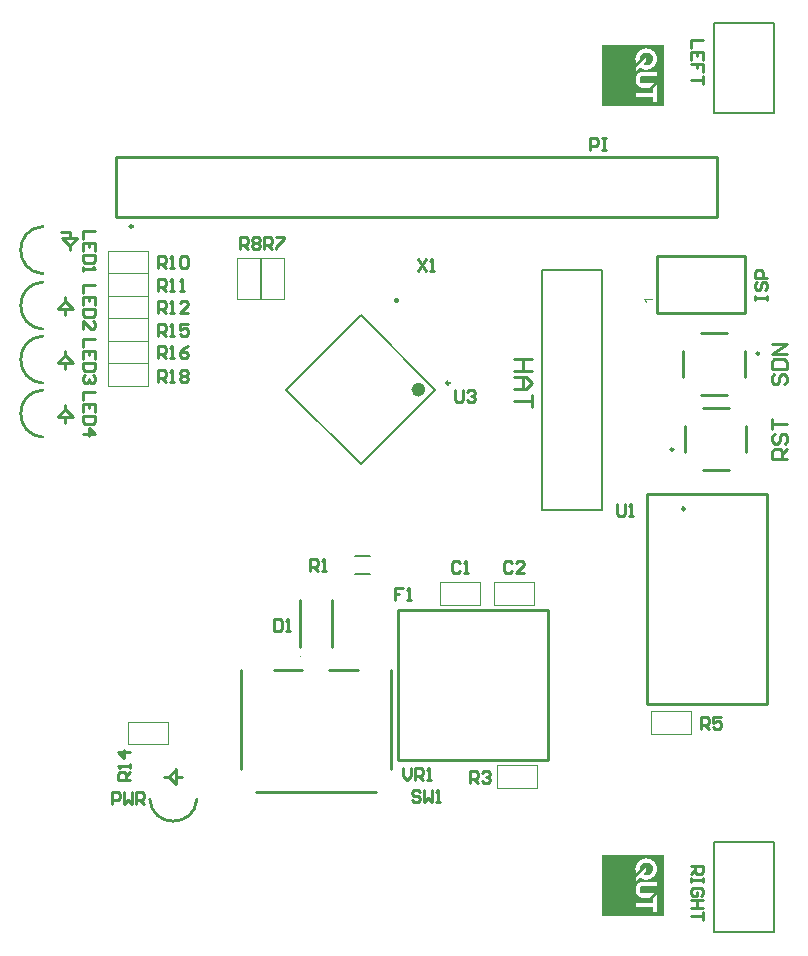
<source format=gto>
G04 Layer_Color=65535*
%FSLAX25Y25*%
%MOIN*%
G70*
G01*
G75*
%ADD28C,0.01000*%
%ADD51C,0.00787*%
%ADD52C,0.00984*%
%ADD53C,0.02362*%
%ADD54C,0.00394*%
%ADD55C,0.00020*%
G36*
X207000Y169785D02*
X204501D01*
X204505Y169781D01*
X204524Y169758D01*
X204551Y169730D01*
X204584Y169684D01*
X204625Y169633D01*
X204672Y169568D01*
X204722Y169494D01*
X204773Y169411D01*
Y169407D01*
X204778Y169402D01*
X204796Y169374D01*
X204819Y169328D01*
X204847Y169273D01*
X204879Y169208D01*
X204912Y169139D01*
X204944Y169069D01*
X204972Y169000D01*
X204593D01*
Y169005D01*
X204584Y169014D01*
X204579Y169032D01*
X204565Y169055D01*
X204551Y169083D01*
X204533Y169115D01*
X204487Y169194D01*
X204436Y169286D01*
X204371Y169379D01*
X204297Y169476D01*
X204219Y169573D01*
X204214Y169578D01*
X204209Y169582D01*
X204196Y169596D01*
X204182Y169615D01*
X204136Y169656D01*
X204080Y169711D01*
X204015Y169767D01*
X203942Y169827D01*
X203868Y169878D01*
X203789Y169924D01*
Y170178D01*
X207000D01*
Y169785D01*
D02*
G37*
D28*
X33500Y194394D02*
G03*
X33500Y194394I-500J0D01*
G01*
X242165Y152024D02*
G03*
X242165Y152024I-394J0D01*
G01*
X213622Y119976D02*
G03*
X213622Y119976I-394J0D01*
G01*
X217500Y100236D02*
G03*
X217500Y100236I-500J0D01*
G01*
X3509Y157859D02*
G03*
X3509Y142141I491J-7859D01*
G01*
Y175859D02*
G03*
X3509Y160141I491J-7859D01*
G01*
Y194359D02*
G03*
X3509Y178641I491J-7859D01*
G01*
Y139859D02*
G03*
X3509Y124141I491J-7859D01*
G01*
X39141Y3509D02*
G03*
X54859Y3509I7859J491D01*
G01*
X228177Y197394D02*
Y217394D01*
X27784Y197394D02*
X228177D01*
X27784D02*
Y217394D01*
X228177D01*
X216968Y144150D02*
Y152811D01*
X237441Y144150D02*
Y152811D01*
X222874Y158716D02*
X231535D01*
X222874Y138244D02*
X231535D01*
X238032Y119189D02*
Y127850D01*
X217559Y119189D02*
Y127850D01*
X223465Y113284D02*
X232126D01*
X223465Y133756D02*
X232126D01*
X205000Y35236D02*
Y105236D01*
Y35236D02*
X245000D01*
Y105236D01*
X205000D02*
X245000D01*
X122000Y16500D02*
Y66500D01*
Y16500D02*
X172000D01*
X122000Y66500D02*
X172000D01*
Y16500D02*
Y66500D01*
X11000Y147000D02*
Y149000D01*
Y151500D02*
Y153000D01*
X8500Y149000D02*
X13500D01*
X8500D02*
X11000Y151500D01*
X13500Y149000D01*
X11000Y165000D02*
Y167000D01*
Y169500D02*
Y171000D01*
X8500Y167000D02*
X13500D01*
X8500D02*
X11000Y169500D01*
X13500Y167000D01*
X208276Y165374D02*
Y184665D01*
X237508D01*
Y165374D02*
Y184665D01*
X208276Y165374D02*
X237508D01*
X9500Y192500D02*
X12500D01*
X10000Y190500D02*
X12500Y188000D01*
X15000Y190500D01*
X10000D02*
X15000D01*
X12500Y186500D02*
Y188000D01*
Y190500D02*
Y192500D01*
X11000Y129000D02*
Y131000D01*
Y133500D02*
Y135000D01*
X8500Y131000D02*
X13500D01*
X8500D02*
X11000Y133500D01*
X13500Y131000D01*
X119500Y13500D02*
Y46500D01*
X74500Y6000D02*
X114500D01*
X69500Y13500D02*
Y46500D01*
X80500D02*
X90000D01*
X99000D02*
X108500D01*
X48000Y11000D02*
X50000D01*
X44000D02*
X45500D01*
X48000Y8500D02*
Y13500D01*
X45500Y11000D02*
X48000Y8500D01*
X45500Y11000D02*
X48000Y13500D01*
X99800Y54200D02*
Y69900D01*
X89200Y54100D02*
Y69800D01*
X80500Y63499D02*
Y59500D01*
X82499D01*
X83166Y60166D01*
Y62832D01*
X82499Y63499D01*
X80500D01*
X84499Y59500D02*
X85832D01*
X85165D01*
Y63499D01*
X84499Y62832D01*
X159821Y82226D02*
X159154Y82892D01*
X157822D01*
X157155Y82226D01*
Y79560D01*
X157822Y78894D01*
X159154D01*
X159821Y79560D01*
X163820Y78894D02*
X161154D01*
X163820Y81559D01*
Y82226D01*
X163153Y82892D01*
X161820D01*
X161154Y82226D01*
X142466D02*
X141799Y82892D01*
X140466D01*
X139800Y82226D01*
Y79560D01*
X140466Y78894D01*
X141799D01*
X142466Y79560D01*
X143799Y78894D02*
X145132D01*
X144465D01*
Y82892D01*
X143799Y82226D01*
X222900Y26994D02*
Y30992D01*
X224899D01*
X225566Y30326D01*
Y28993D01*
X224899Y28327D01*
X222900D01*
X224233D02*
X225566Y26994D01*
X229564Y30992D02*
X226899D01*
Y28993D01*
X228232Y29660D01*
X228898D01*
X229564Y28993D01*
Y27660D01*
X228898Y26994D01*
X227565D01*
X226899Y27660D01*
X195000Y101999D02*
Y98666D01*
X195667Y98000D01*
X196999D01*
X197666Y98666D01*
Y101999D01*
X198999Y98000D02*
X200332D01*
X199665D01*
Y101999D01*
X198999Y101332D01*
X166598Y150194D02*
X160600D01*
X163599D01*
Y146195D01*
X166598D01*
X160600D01*
Y144196D02*
X164599D01*
X166598Y142196D01*
X164599Y140197D01*
X160600D01*
X163599D01*
Y144196D01*
X166598Y138198D02*
Y134199D01*
Y136198D01*
X160600D01*
X241001Y169994D02*
Y171327D01*
Y170660D01*
X245000D01*
Y169994D01*
Y171327D01*
X241668Y175992D02*
X241001Y175325D01*
Y173992D01*
X241668Y173326D01*
X242334D01*
X243001Y173992D01*
Y175325D01*
X243667Y175992D01*
X244334D01*
X245000Y175325D01*
Y173992D01*
X244334Y173326D01*
X245000Y177325D02*
X241001D01*
Y179324D01*
X241668Y179990D01*
X243001D01*
X243667Y179324D01*
Y177325D01*
X223699Y256394D02*
X219700D01*
Y253728D01*
X223699Y249729D02*
Y252395D01*
X219700D01*
Y249729D01*
X221699Y252395D02*
Y251062D01*
X223699Y245730D02*
Y248396D01*
X221699D01*
Y247063D01*
Y248396D01*
X219700D01*
X223699Y244398D02*
Y241732D01*
Y243065D01*
X219700D01*
Y-18806D02*
X223699D01*
Y-20806D01*
X223032Y-21472D01*
X221699D01*
X221033Y-20806D01*
Y-18806D01*
Y-20139D02*
X219700Y-21472D01*
X223699Y-22805D02*
Y-24138D01*
Y-23471D01*
X219700D01*
Y-22805D01*
Y-24138D01*
X223032Y-28803D02*
X223699Y-28137D01*
Y-26804D01*
X223032Y-26137D01*
X220366D01*
X219700Y-26804D01*
Y-28137D01*
X220366Y-28803D01*
X221699D01*
Y-27470D01*
X223699Y-30136D02*
X219700D01*
X221699D01*
Y-32802D01*
X223699D01*
X219700D01*
X223699Y-34135D02*
Y-36801D01*
Y-35468D01*
X219700D01*
X251700Y116894D02*
X246702D01*
Y119393D01*
X247535Y120226D01*
X249201D01*
X250034Y119393D01*
Y116894D01*
Y118560D02*
X251700Y120226D01*
X247535Y125224D02*
X246702Y124391D01*
Y122725D01*
X247535Y121892D01*
X248368D01*
X249201Y122725D01*
Y124391D01*
X250034Y125224D01*
X250867D01*
X251700Y124391D01*
Y122725D01*
X250867Y121892D01*
X246702Y126891D02*
Y130223D01*
Y128557D01*
X251700D01*
X247335Y145126D02*
X246502Y144293D01*
Y142627D01*
X247335Y141794D01*
X248168D01*
X249001Y142627D01*
Y144293D01*
X249834Y145126D01*
X250667D01*
X251500Y144293D01*
Y142627D01*
X250667Y141794D01*
X246502Y146792D02*
X251500D01*
Y149291D01*
X250667Y150124D01*
X247335D01*
X246502Y149291D01*
Y146792D01*
X251500Y151790D02*
X246502D01*
X251500Y155123D01*
X246502D01*
X186000Y220000D02*
Y223999D01*
X187999D01*
X188666Y223332D01*
Y221999D01*
X187999Y221333D01*
X186000D01*
X189999Y223999D02*
X191332D01*
X190665D01*
Y220000D01*
X189999D01*
X191332D01*
X123500Y13999D02*
Y11333D01*
X124833Y10000D01*
X126166Y11333D01*
Y13999D01*
X127499Y10000D02*
Y13999D01*
X129498D01*
X130165Y13332D01*
Y11999D01*
X129498Y11333D01*
X127499D01*
X128832D02*
X130165Y10000D01*
X131497D02*
X132830D01*
X132164D01*
Y13999D01*
X131497Y13332D01*
X146000Y9000D02*
Y12999D01*
X147999D01*
X148666Y12332D01*
Y10999D01*
X147999Y10333D01*
X146000D01*
X147333D02*
X148666Y9000D01*
X149999Y12332D02*
X150665Y12999D01*
X151998D01*
X152664Y12332D01*
Y11666D01*
X151998Y10999D01*
X151332D01*
X151998D01*
X152664Y10333D01*
Y9667D01*
X151998Y9000D01*
X150665D01*
X149999Y9667D01*
X141000Y139999D02*
Y136667D01*
X141666Y136000D01*
X142999D01*
X143666Y136667D01*
Y139999D01*
X144999Y139332D02*
X145665Y139999D01*
X146998D01*
X147664Y139332D01*
Y138666D01*
X146998Y137999D01*
X146332D01*
X146998D01*
X147664Y137333D01*
Y136667D01*
X146998Y136000D01*
X145665D01*
X144999Y136667D01*
X123666Y73999D02*
X121000D01*
Y71999D01*
X122333D01*
X121000D01*
Y70000D01*
X124999D02*
X126332D01*
X125665D01*
Y73999D01*
X124999Y73332D01*
X92500Y79500D02*
Y83499D01*
X94499D01*
X95166Y82832D01*
Y81499D01*
X94499Y80833D01*
X92500D01*
X93833D02*
X95166Y79500D01*
X96499D02*
X97832D01*
X97165D01*
Y83499D01*
X96499Y82832D01*
X77094Y186894D02*
Y190892D01*
X79093D01*
X79760Y190226D01*
Y188893D01*
X79093Y188227D01*
X77094D01*
X78427D02*
X79760Y186894D01*
X81092Y190892D02*
X83758D01*
Y190226D01*
X81092Y187560D01*
Y186894D01*
X69094D02*
Y190892D01*
X71093D01*
X71759Y190226D01*
Y188893D01*
X71093Y188227D01*
X69094D01*
X70427D02*
X71759Y186894D01*
X73092Y190226D02*
X73759Y190892D01*
X75092D01*
X75758Y190226D01*
Y189559D01*
X75092Y188893D01*
X75758Y188227D01*
Y187560D01*
X75092Y186894D01*
X73759D01*
X73092Y187560D01*
Y188227D01*
X73759Y188893D01*
X73092Y189559D01*
Y190226D01*
X73759Y188893D02*
X75092D01*
X41900Y165494D02*
Y169492D01*
X43899D01*
X44566Y168826D01*
Y167493D01*
X43899Y166827D01*
X41900D01*
X43233D02*
X44566Y165494D01*
X45899D02*
X47232D01*
X46565D01*
Y169492D01*
X45899Y168826D01*
X51897Y165494D02*
X49231D01*
X51897Y168159D01*
Y168826D01*
X51230Y169492D01*
X49897D01*
X49231Y168826D01*
X41900Y180494D02*
Y184492D01*
X43899D01*
X44566Y183826D01*
Y182493D01*
X43899Y181827D01*
X41900D01*
X43233D02*
X44566Y180494D01*
X45899D02*
X47232D01*
X46565D01*
Y184492D01*
X45899Y183826D01*
X49231D02*
X49897Y184492D01*
X51230D01*
X51897Y183826D01*
Y181160D01*
X51230Y180494D01*
X49897D01*
X49231Y181160D01*
Y183826D01*
X41900Y172994D02*
Y176992D01*
X43899D01*
X44566Y176326D01*
Y174993D01*
X43899Y174327D01*
X41900D01*
X43233D02*
X44566Y172994D01*
X45899D02*
X47232D01*
X46565D01*
Y176992D01*
X45899Y176326D01*
X49231Y172994D02*
X50564D01*
X49897D01*
Y176992D01*
X49231Y176326D01*
X128500Y183499D02*
X131166Y179500D01*
Y183499D02*
X128500Y179500D01*
X132499D02*
X133832D01*
X133165D01*
Y183499D01*
X132499Y182832D01*
X20999Y193000D02*
X17000D01*
Y190334D01*
X20999Y186336D02*
Y189001D01*
X17000D01*
Y186336D01*
X18999Y189001D02*
Y187668D01*
X20999Y185003D02*
X17000D01*
Y183003D01*
X17666Y182337D01*
X20332D01*
X20999Y183003D01*
Y185003D01*
X17000Y181004D02*
Y179671D01*
Y180337D01*
X20999D01*
X20332Y181004D01*
X20999Y175000D02*
X17000D01*
Y172334D01*
X20999Y168335D02*
Y171001D01*
X17000D01*
Y168335D01*
X18999Y171001D02*
Y169668D01*
X20999Y167003D02*
X17000D01*
Y165003D01*
X17666Y164337D01*
X20332D01*
X20999Y165003D01*
Y167003D01*
X17000Y160338D02*
Y163004D01*
X19666Y160338D01*
X20332D01*
X20999Y161004D01*
Y162337D01*
X20332Y163004D01*
X20999Y157000D02*
X17000D01*
Y154334D01*
X20999Y150336D02*
Y153001D01*
X17000D01*
Y150336D01*
X18999Y153001D02*
Y151668D01*
X20999Y149003D02*
X17000D01*
Y147003D01*
X17666Y146337D01*
X20332D01*
X20999Y147003D01*
Y149003D01*
X20332Y145004D02*
X20999Y144337D01*
Y143005D01*
X20332Y142338D01*
X19666D01*
X18999Y143005D01*
Y143671D01*
Y143005D01*
X18333Y142338D01*
X17666D01*
X17000Y143005D01*
Y144337D01*
X17666Y145004D01*
X32500Y10000D02*
X28501D01*
Y11999D01*
X29168Y12666D01*
X30501D01*
X31167Y11999D01*
Y10000D01*
Y11333D02*
X32500Y12666D01*
Y13999D02*
Y15332D01*
Y14665D01*
X28501D01*
X29168Y13999D01*
X32500Y19330D02*
X28501D01*
X30501Y17331D01*
Y19997D01*
X41900Y157994D02*
Y161992D01*
X43899D01*
X44566Y161326D01*
Y159993D01*
X43899Y159327D01*
X41900D01*
X43233D02*
X44566Y157994D01*
X45899D02*
X47232D01*
X46565D01*
Y161992D01*
X45899Y161326D01*
X51897Y161992D02*
X49231D01*
Y159993D01*
X50564Y160660D01*
X51230D01*
X51897Y159993D01*
Y158660D01*
X51230Y157994D01*
X49897D01*
X49231Y158660D01*
X41900Y150494D02*
Y154492D01*
X43899D01*
X44566Y153826D01*
Y152493D01*
X43899Y151827D01*
X41900D01*
X43233D02*
X44566Y150494D01*
X45899D02*
X47232D01*
X46565D01*
Y154492D01*
X45899Y153826D01*
X51897Y154492D02*
X50564Y153826D01*
X49231Y152493D01*
Y151160D01*
X49897Y150494D01*
X51230D01*
X51897Y151160D01*
Y151827D01*
X51230Y152493D01*
X49231D01*
X20999Y139294D02*
X17000D01*
Y136628D01*
X20999Y132629D02*
Y135295D01*
X17000D01*
Y132629D01*
X18999Y135295D02*
Y133962D01*
X20999Y131296D02*
X17000D01*
Y129297D01*
X17666Y128630D01*
X20332D01*
X20999Y129297D01*
Y131296D01*
X17000Y125298D02*
X20999D01*
X18999Y127298D01*
Y124632D01*
X42000Y142500D02*
Y146499D01*
X43999D01*
X44666Y145832D01*
Y144499D01*
X43999Y143833D01*
X42000D01*
X43333D02*
X44666Y142500D01*
X45999D02*
X47332D01*
X46665D01*
Y146499D01*
X45999Y145832D01*
X49331D02*
X49997Y146499D01*
X51330D01*
X51997Y145832D01*
Y145166D01*
X51330Y144499D01*
X51997Y143833D01*
Y143166D01*
X51330Y142500D01*
X49997D01*
X49331Y143166D01*
Y143833D01*
X49997Y144499D01*
X49331Y145166D01*
Y145832D01*
X49997Y144499D02*
X51330D01*
X129166Y5832D02*
X128499Y6499D01*
X127166D01*
X126500Y5832D01*
Y5166D01*
X127166Y4499D01*
X128499D01*
X129166Y3833D01*
Y3167D01*
X128499Y2500D01*
X127166D01*
X126500Y3167D01*
X130499Y6499D02*
Y2500D01*
X131832Y3833D01*
X133165Y2500D01*
Y6499D01*
X134497Y2500D02*
X135830D01*
X135164D01*
Y6499D01*
X134497Y5832D01*
X26500Y2000D02*
Y5999D01*
X28499D01*
X29166Y5332D01*
Y3999D01*
X28499Y3333D01*
X26500D01*
X30499Y5999D02*
Y2000D01*
X31832Y3333D01*
X33165Y2000D01*
Y5999D01*
X34497Y2000D02*
Y5999D01*
X36497D01*
X37163Y5332D01*
Y3999D01*
X36497Y3333D01*
X34497D01*
X35830D02*
X37163Y2000D01*
X121000Y169500D02*
Y170167D01*
X121667D01*
Y169500D01*
X121000D01*
D51*
X109500Y164777D02*
X134277Y140000D01*
X84723D02*
X109500Y115223D01*
X134277Y140000D01*
X84723D02*
X109500Y164777D01*
X227126Y232087D02*
X247126D01*
X227126Y262087D02*
X247126D01*
Y232087D02*
Y262087D01*
X227126Y232087D02*
Y262087D01*
Y232087D02*
Y251253D01*
X170000Y180000D02*
X190000D01*
X170000Y100000D02*
X190000D01*
Y180000D01*
X170000Y100000D02*
Y180000D01*
X107441Y84551D02*
X112559D01*
X107441Y78449D02*
X112559D01*
X247126Y-29993D02*
Y-10827D01*
Y-40827D02*
Y-10827D01*
X227126Y-40827D02*
Y-10827D01*
Y-40827D02*
X247126D01*
X227126Y-10827D02*
X247126D01*
D52*
X139014Y142157D02*
G03*
X139014Y142157I-492J0D01*
G01*
D53*
X129890Y140000D02*
G03*
X129890Y140000I-1181J0D01*
G01*
D54*
X89382Y50976D02*
G03*
X89382Y50976I-197J0D01*
G01*
X76260Y170307D02*
Y183693D01*
X83740D01*
Y170307D02*
Y183693D01*
X76260Y170307D02*
X83740D01*
X68260D02*
Y183693D01*
X75740D01*
Y170307D02*
Y183693D01*
X68260Y170307D02*
X75740D01*
X219693Y25260D02*
Y32740D01*
X206307D02*
X219693D01*
X206307Y25260D02*
Y32740D01*
Y25260D02*
X219693D01*
X25307Y156240D02*
X38693D01*
Y148760D02*
Y156240D01*
X25307Y148760D02*
X38693D01*
X25307D02*
Y156240D01*
Y163740D02*
X38693D01*
Y156260D02*
Y163740D01*
X25307Y156260D02*
X38693D01*
X25307D02*
Y163740D01*
Y171260D02*
Y178740D01*
Y171260D02*
X38693D01*
X25307Y178740D02*
X38693D01*
Y171260D02*
Y178740D01*
X25307Y163760D02*
Y171240D01*
Y163760D02*
X38693D01*
X25307Y171240D02*
X38693D01*
Y163760D02*
Y171240D01*
X25307Y178760D02*
Y186240D01*
Y178760D02*
X38693D01*
X25307Y186240D02*
X38693D01*
Y178760D02*
Y186240D01*
X25307Y148740D02*
X38693D01*
Y141260D02*
Y148740D01*
X25307Y141260D02*
X38693D01*
X25307D02*
Y148740D01*
X154807Y14740D02*
X168193D01*
Y7260D02*
Y14740D01*
X154807Y7260D02*
X168193D01*
X154807D02*
Y14740D01*
X149193Y68260D02*
Y75740D01*
X135807D02*
X149193D01*
X135807Y68260D02*
Y75740D01*
Y68260D02*
X149193D01*
X153807D02*
Y75740D01*
Y68260D02*
X167193D01*
Y75740D01*
X153807D02*
X167193D01*
X31807Y21760D02*
X45193D01*
X31807D02*
Y29240D01*
X45193D01*
Y21760D02*
Y29240D01*
D55*
X207060Y-35000D02*
Y-34060D01*
X207240Y-17160D02*
Y-15000D01*
X207280Y-35000D02*
Y-34060D01*
X207260Y-17180D02*
Y-15000D01*
X207160Y-23800D02*
Y-22260D01*
X207400Y-35000D02*
Y-34060D01*
X207380Y-17300D02*
Y-15000D01*
X207420Y-35000D02*
Y-34060D01*
X207360Y-17280D02*
Y-15000D01*
X207140Y-23800D02*
Y-22280D01*
X207380Y-23800D02*
Y-22040D01*
X207160Y-27580D02*
Y-25600D01*
X207440Y-23800D02*
Y-21960D01*
X207220Y-17140D02*
Y-15000D01*
Y-27580D02*
Y-25600D01*
X207300Y-35000D02*
Y-34060D01*
X207440Y-27580D02*
Y-25600D01*
X207060Y-27580D02*
Y-25600D01*
X207360Y-28600D02*
Y-27940D01*
X207340Y-27580D02*
Y-25600D01*
X207140Y-35000D02*
Y-34060D01*
X207120Y-28820D02*
Y-28180D01*
X207340Y-28620D02*
Y-27960D01*
X207200Y-27580D02*
Y-25600D01*
X207220Y-28720D02*
Y-28080D01*
X207420Y-17340D02*
Y-15000D01*
X207100Y-28840D02*
Y-28200D01*
X207360Y-27580D02*
Y-25600D01*
X207120Y-35000D02*
Y-34060D01*
X207220Y-23800D02*
Y-22200D01*
X207060Y-23800D02*
Y-22360D01*
X207140Y-27580D02*
Y-25600D01*
X207340Y-35000D02*
Y-34060D01*
X207280Y-17200D02*
Y-15000D01*
X207440Y-17380D02*
Y-15000D01*
X207340Y-17280D02*
Y-15000D01*
X207460Y-35000D02*
Y-34060D01*
X207240Y-35000D02*
Y-34060D01*
X207060Y-28880D02*
Y-28240D01*
X207100Y-23800D02*
Y-22320D01*
X207200Y-23800D02*
Y-22220D01*
X207320Y-27580D02*
Y-25600D01*
X207360Y-23800D02*
Y-22060D01*
X207100Y-17020D02*
Y-15000D01*
X207060Y-16980D02*
Y-15000D01*
X207120Y-17040D02*
Y-15000D01*
X207360Y-35000D02*
Y-34060D01*
X207160Y-35000D02*
Y-34060D01*
Y-17080D02*
Y-15000D01*
X207420Y-27580D02*
Y-25600D01*
Y-28540D02*
Y-27920D01*
X207140Y-17060D02*
Y-15000D01*
X207380Y-35000D02*
Y-34060D01*
X207180Y-35000D02*
Y-34060D01*
Y-27580D02*
Y-25600D01*
X207400Y-23800D02*
Y-22000D01*
X207200Y-28740D02*
Y-28100D01*
X207400Y-27580D02*
Y-25600D01*
X207180Y-28760D02*
Y-28120D01*
X207400Y-28560D02*
Y-27940D01*
X207380Y-27580D02*
Y-25600D01*
X207160Y-28780D02*
Y-28140D01*
X207140Y-28800D02*
Y-28160D01*
X207180Y-23800D02*
Y-22240D01*
X207420Y-23800D02*
Y-21980D01*
X207380Y-28580D02*
Y-27940D01*
X207400Y-17320D02*
Y-15000D01*
X207100Y-27580D02*
Y-25600D01*
X207320Y-23800D02*
Y-22080D01*
X207180Y-17100D02*
Y-15000D01*
X207200Y-35000D02*
Y-34060D01*
Y-17120D02*
Y-15000D01*
X207100Y-35000D02*
Y-34060D01*
X207080Y-28860D02*
Y-28220D01*
X207300Y-28640D02*
Y-28000D01*
X207320Y-35000D02*
Y-34060D01*
X207080Y-35000D02*
Y-34060D01*
X207440Y-28520D02*
Y-27900D01*
X207220Y-35000D02*
Y-34060D01*
X207440Y-35000D02*
Y-34060D01*
X207080Y-23800D02*
Y-22340D01*
Y-17000D02*
Y-15000D01*
X207300Y-23800D02*
Y-22100D01*
X207080Y-27580D02*
Y-25600D01*
X207300Y-17220D02*
Y-15000D01*
Y-27580D02*
Y-25600D01*
X207320Y-28640D02*
Y-27980D01*
X207280Y-27580D02*
Y-25600D01*
Y-23800D02*
Y-22120D01*
X207120Y-27580D02*
Y-25600D01*
X207320Y-17240D02*
Y-15000D01*
X207340Y-23800D02*
Y-22060D01*
X207120Y-23800D02*
Y-22300D01*
X207020Y-28920D02*
Y-28280D01*
Y-35000D02*
Y-34060D01*
Y-16940D02*
Y-15000D01*
X207260Y-35000D02*
Y-34060D01*
X207040Y-35000D02*
Y-34060D01*
X207260Y-28680D02*
Y-28040D01*
X207040Y-28900D02*
Y-28260D01*
X207260Y-27580D02*
Y-25600D01*
X207040Y-27580D02*
Y-25600D01*
X207260Y-23800D02*
Y-22160D01*
X207040Y-23800D02*
Y-22380D01*
X207020Y-23800D02*
Y-22400D01*
Y-27580D02*
Y-25600D01*
X207240Y-27580D02*
Y-25600D01*
X207040Y-16960D02*
Y-15000D01*
X207240Y-23800D02*
Y-22180D01*
Y-28700D02*
Y-28060D01*
X207280Y-28660D02*
Y-28020D01*
X206080Y-16300D02*
Y-15000D01*
X205980Y-23800D02*
Y-23080D01*
X206080Y-20840D02*
Y-18380D01*
X205980Y-27580D02*
Y-25600D01*
Y-30760D02*
Y-29260D01*
Y-20960D02*
Y-18280D01*
X206100Y-35000D02*
Y-32620D01*
X205980Y-16240D02*
Y-15000D01*
X206100Y-30760D02*
Y-29140D01*
X206000Y-35000D02*
Y-32620D01*
X206100Y-27580D02*
Y-25600D01*
X206000Y-30760D02*
Y-29240D01*
X206100Y-23800D02*
Y-23040D01*
X206000Y-27580D02*
Y-25600D01*
X206100Y-20820D02*
Y-18400D01*
X206000Y-23800D02*
Y-23080D01*
X206100Y-16300D02*
Y-15000D01*
X206000Y-20920D02*
Y-18300D01*
X206120Y-35000D02*
Y-32620D01*
X206000Y-16260D02*
Y-15000D01*
X206120Y-30760D02*
Y-29120D01*
X206020Y-35000D02*
Y-32620D01*
X206120Y-27580D02*
Y-25600D01*
X206020Y-30760D02*
Y-29220D01*
X206120Y-23800D02*
Y-23020D01*
X206020Y-27580D02*
Y-25600D01*
X206120Y-20800D02*
Y-18440D01*
X206020Y-23800D02*
Y-23060D01*
X206120Y-16320D02*
Y-15000D01*
X206020Y-20900D02*
Y-18320D01*
X206140Y-35000D02*
Y-32620D01*
X206020Y-16260D02*
Y-15000D01*
X206140Y-30760D02*
Y-29120D01*
X206040Y-35000D02*
Y-32620D01*
X206140Y-27580D02*
Y-25600D01*
X206040Y-30760D02*
Y-29200D01*
X206140Y-23800D02*
Y-23020D01*
X206040Y-27580D02*
Y-25600D01*
X206140Y-20780D02*
Y-18460D01*
X206040Y-23800D02*
Y-23060D01*
X206140Y-16320D02*
Y-15000D01*
X206040Y-20880D02*
Y-18340D01*
X206160Y-35000D02*
Y-32620D01*
X206040Y-16280D02*
Y-15000D01*
X206160Y-30760D02*
Y-29100D01*
X206060Y-35000D02*
Y-32620D01*
X206160Y-27580D02*
Y-25600D01*
X206060Y-30760D02*
Y-29180D01*
X206160Y-23800D02*
Y-23000D01*
X206060Y-27580D02*
Y-25600D01*
X206160Y-20740D02*
Y-18480D01*
X206060Y-23800D02*
Y-23060D01*
X206160Y-16340D02*
Y-15000D01*
X206060Y-20860D02*
Y-18360D01*
X206180Y-35000D02*
Y-32620D01*
X206060Y-16280D02*
Y-15000D01*
X206180Y-30760D02*
Y-29080D01*
X206080Y-35000D02*
Y-32620D01*
X206180Y-27580D02*
Y-25600D01*
X206080Y-30760D02*
Y-29160D01*
X206180Y-23800D02*
Y-23000D01*
X206080Y-27580D02*
Y-25600D01*
Y-23800D02*
Y-23040D01*
X207000Y-16920D02*
Y-15000D01*
X206560Y-27580D02*
Y-25600D01*
X207000Y-23800D02*
Y-22420D01*
X206560Y-29360D02*
Y-28720D01*
X207000Y-27580D02*
Y-25600D01*
X206560Y-35000D02*
Y-34060D01*
X207000Y-28940D02*
Y-28280D01*
X206540Y-16560D02*
Y-15000D01*
X207000Y-35000D02*
Y-34060D01*
X206540Y-23800D02*
Y-22780D01*
X206980Y-16900D02*
Y-15000D01*
X206540Y-27580D02*
Y-25600D01*
X206980Y-23800D02*
Y-22420D01*
X206540Y-29380D02*
Y-28740D01*
X206980Y-27580D02*
Y-25600D01*
X206540Y-35000D02*
Y-34060D01*
X206980Y-28960D02*
Y-28300D01*
X206520Y-16540D02*
Y-15000D01*
X206980Y-35000D02*
Y-34060D01*
X206520Y-19740D02*
Y-19420D01*
X206960Y-16880D02*
Y-15000D01*
X206520Y-23800D02*
Y-22800D01*
X206960Y-23800D02*
Y-22440D01*
X206520Y-27580D02*
Y-25600D01*
X206960Y-27580D02*
Y-25600D01*
X206520Y-29400D02*
Y-28760D01*
X206960Y-28980D02*
Y-28320D01*
X206520Y-35000D02*
Y-34060D01*
X206960Y-35000D02*
Y-34060D01*
X206500Y-16520D02*
Y-15000D01*
X206940Y-16860D02*
Y-15000D01*
X206500Y-19900D02*
Y-19260D01*
X206940Y-23800D02*
Y-22460D01*
X206500Y-23800D02*
Y-22800D01*
X206940Y-27580D02*
Y-25600D01*
X206500Y-27580D02*
Y-25600D01*
X206940Y-29000D02*
Y-28340D01*
X206500Y-29420D02*
Y-28780D01*
X206940Y-35000D02*
Y-34060D01*
X206500Y-35000D02*
Y-34060D01*
X206920Y-16860D02*
Y-15000D01*
X206480Y-16520D02*
Y-15000D01*
X206920Y-23800D02*
Y-22480D01*
X206480Y-20020D02*
Y-19160D01*
X206920Y-27580D02*
Y-25600D01*
X206480Y-23800D02*
Y-22820D01*
X206920Y-29020D02*
Y-28360D01*
X206480Y-27580D02*
Y-25600D01*
X206920Y-35000D02*
Y-34060D01*
X206480Y-29440D02*
Y-28800D01*
X206900Y-16840D02*
Y-15000D01*
X206480Y-35000D02*
Y-34060D01*
X206900Y-23800D02*
Y-22500D01*
X206460Y-16500D02*
Y-15000D01*
X206900Y-27580D02*
Y-25600D01*
X206460Y-20100D02*
Y-19080D01*
X206900Y-29040D02*
Y-28380D01*
X206460Y-23800D02*
Y-22840D01*
X206900Y-35000D02*
Y-34060D01*
X206460Y-27580D02*
Y-25600D01*
X206880Y-16820D02*
Y-15000D01*
X206460Y-29460D02*
Y-28820D01*
X206880Y-23800D02*
Y-22520D01*
X206460Y-35000D02*
Y-34060D01*
X206880Y-27580D02*
Y-25600D01*
X206440Y-16480D02*
Y-15000D01*
X206880Y-29060D02*
Y-28400D01*
X206440Y-20180D02*
Y-19020D01*
X206880Y-35000D02*
Y-34060D01*
X206440Y-23800D02*
Y-22840D01*
X206860Y-16800D02*
Y-15000D01*
X206440Y-27580D02*
Y-25600D01*
X206860Y-23800D02*
Y-22540D01*
X206440Y-29480D02*
Y-28840D01*
X206860Y-27580D02*
Y-25600D01*
X206440Y-35000D02*
Y-34060D01*
X206860Y-29080D02*
Y-28420D01*
X206420Y-16480D02*
Y-15000D01*
X206860Y-35000D02*
Y-34060D01*
X206420Y-20240D02*
Y-18960D01*
X206840Y-16780D02*
Y-15000D01*
X206420Y-23800D02*
Y-22860D01*
X206840Y-23800D02*
Y-22540D01*
X206420Y-27580D02*
Y-25600D01*
X206840Y-27580D02*
Y-25600D01*
X206420Y-29500D02*
Y-28860D01*
X206840Y-29080D02*
Y-28440D01*
X206420Y-35000D02*
Y-34060D01*
X206840Y-35000D02*
Y-34060D01*
X206400Y-16460D02*
Y-15000D01*
X206820Y-16760D02*
Y-15000D01*
X206400Y-20280D02*
Y-18900D01*
X206820Y-23800D02*
Y-22560D01*
X206400Y-23800D02*
Y-22860D01*
X206820Y-27580D02*
Y-25600D01*
X206400Y-27580D02*
Y-25600D01*
X206820Y-29080D02*
Y-28460D01*
X206400Y-30760D02*
Y-28880D01*
X206820Y-35000D02*
Y-34060D01*
X206400Y-35000D02*
Y-32620D01*
X206800Y-16760D02*
Y-15000D01*
X206380Y-16460D02*
Y-15000D01*
X206800Y-23800D02*
Y-22580D01*
X206380Y-20340D02*
Y-18840D01*
X206800Y-27580D02*
Y-25600D01*
X206380Y-23800D02*
Y-22880D01*
X206800Y-29100D02*
Y-28480D01*
X206380Y-27580D02*
Y-25600D01*
X206800Y-35000D02*
Y-34060D01*
X206380Y-30760D02*
Y-28900D01*
X206780Y-16740D02*
Y-15000D01*
X206380Y-35000D02*
Y-32620D01*
X206780Y-23800D02*
Y-22600D01*
X206360Y-16440D02*
Y-15000D01*
X206780Y-27580D02*
Y-25600D01*
X206360Y-20380D02*
Y-18800D01*
X206780Y-29120D02*
Y-28500D01*
X206360Y-23800D02*
Y-22900D01*
X206780Y-35000D02*
Y-34060D01*
X206360Y-27580D02*
Y-25600D01*
X206760Y-16720D02*
Y-15000D01*
X206360Y-30760D02*
Y-28920D01*
X206760Y-23800D02*
Y-22620D01*
X206360Y-35000D02*
Y-32620D01*
X206760Y-27580D02*
Y-25600D01*
X206340Y-16420D02*
Y-15000D01*
X206760Y-29140D02*
Y-28520D01*
X206340Y-20440D02*
Y-18760D01*
X206760Y-35000D02*
Y-34060D01*
X206340Y-23800D02*
Y-22900D01*
X206740Y-16700D02*
Y-15000D01*
X206340Y-27580D02*
Y-25600D01*
X206740Y-23800D02*
Y-22620D01*
X206340Y-30760D02*
Y-28940D01*
X206740Y-27580D02*
Y-25600D01*
X206340Y-35000D02*
Y-32620D01*
X206740Y-29160D02*
Y-28540D01*
X206320Y-16420D02*
Y-15000D01*
X206740Y-35000D02*
Y-34060D01*
X206320Y-20480D02*
Y-18720D01*
X206720Y-16700D02*
Y-15000D01*
X206320Y-23800D02*
Y-22920D01*
X206720Y-23800D02*
Y-22640D01*
X206320Y-27580D02*
Y-25600D01*
X206720Y-27580D02*
Y-25600D01*
X206320Y-30760D02*
Y-28960D01*
X206720Y-29180D02*
Y-28560D01*
X206320Y-35000D02*
Y-32620D01*
X206720Y-35000D02*
Y-34060D01*
X206300Y-16400D02*
Y-15000D01*
X206700Y-16680D02*
Y-15000D01*
X206300Y-20520D02*
Y-18680D01*
X206700Y-23800D02*
Y-22660D01*
X206300Y-23800D02*
Y-22920D01*
X206700Y-27580D02*
Y-25600D01*
X206300Y-27580D02*
Y-25600D01*
X206700Y-29200D02*
Y-28580D01*
X206300Y-30760D02*
Y-28980D01*
X206700Y-35000D02*
Y-34060D01*
X206300Y-35000D02*
Y-32620D01*
X206680Y-16640D02*
Y-15000D01*
X206280Y-16400D02*
Y-15000D01*
X206680Y-23800D02*
Y-22680D01*
X206280Y-20560D02*
Y-18640D01*
X206680Y-27580D02*
Y-25600D01*
X206280Y-23800D02*
Y-22940D01*
X206680Y-29220D02*
Y-28600D01*
X206280Y-27580D02*
Y-25600D01*
X206680Y-35000D02*
Y-34060D01*
X206280Y-30760D02*
Y-28980D01*
X206660Y-16640D02*
Y-15000D01*
X206280Y-35000D02*
Y-32620D01*
X206660Y-23800D02*
Y-22700D01*
X206260Y-16380D02*
Y-15000D01*
X206660Y-27580D02*
Y-25600D01*
X206260Y-20580D02*
Y-18620D01*
X206660Y-29240D02*
Y-28620D01*
X206260Y-23800D02*
Y-22940D01*
X206660Y-35000D02*
Y-34060D01*
X206260Y-27580D02*
Y-25600D01*
X206640Y-16620D02*
Y-15000D01*
X206260Y-30760D02*
Y-29000D01*
X206640Y-23800D02*
Y-22720D01*
X206260Y-35000D02*
Y-32620D01*
X206640Y-27580D02*
Y-25600D01*
X206240Y-16380D02*
Y-15000D01*
X206640Y-29260D02*
Y-28640D01*
X206240Y-20620D02*
Y-18580D01*
X206640Y-35000D02*
Y-34060D01*
X206240Y-23800D02*
Y-22960D01*
X206620Y-16600D02*
Y-15000D01*
X206240Y-27580D02*
Y-25600D01*
X206620Y-23800D02*
Y-22720D01*
X206240Y-30760D02*
Y-29020D01*
X206620Y-27580D02*
Y-25600D01*
X206240Y-35000D02*
Y-32620D01*
X206620Y-29300D02*
Y-28660D01*
X206220Y-16360D02*
Y-15000D01*
X206620Y-35000D02*
Y-34060D01*
X206220Y-20660D02*
Y-18560D01*
X206600Y-16600D02*
Y-15000D01*
X206220Y-23800D02*
Y-22980D01*
X206600Y-23800D02*
Y-22740D01*
X206220Y-27580D02*
Y-25600D01*
X206600Y-27580D02*
Y-25600D01*
X206220Y-30760D02*
Y-29040D01*
X206600Y-29320D02*
Y-28680D01*
X206220Y-35000D02*
Y-32620D01*
X206600Y-35000D02*
Y-34060D01*
X206200Y-16360D02*
Y-15000D01*
X206580Y-16580D02*
Y-15000D01*
X206200Y-20680D02*
Y-18520D01*
X206580Y-23800D02*
Y-22760D01*
X206200Y-23800D02*
Y-22980D01*
X206580Y-27580D02*
Y-25600D01*
X206200Y-27580D02*
Y-25600D01*
X206580Y-29340D02*
Y-28700D01*
X206200Y-30760D02*
Y-29060D01*
X206580Y-35000D02*
Y-34060D01*
X206200Y-35000D02*
Y-32620D01*
X206560Y-16560D02*
Y-15000D01*
X206180Y-16340D02*
Y-15000D01*
Y-20720D02*
Y-18520D01*
X206560Y-23800D02*
Y-22760D01*
X191160Y-35000D02*
Y-15000D01*
X193800Y-35000D02*
Y-15000D01*
X193720Y-35000D02*
Y-15000D01*
X193220Y-35000D02*
Y-15000D01*
X193460Y-35000D02*
Y-15000D01*
X190820Y-35000D02*
Y-15000D01*
X193940Y-35000D02*
Y-15000D01*
X191660Y-35000D02*
Y-15000D01*
X193560Y-35000D02*
Y-15000D01*
X193000Y-35000D02*
Y-15000D01*
X192300Y-35000D02*
Y-15000D01*
X192140Y-35000D02*
Y-15000D01*
X192340Y-35000D02*
Y-15000D01*
X192960Y-35000D02*
Y-15000D01*
X191080Y-35000D02*
Y-15000D01*
X192600Y-35000D02*
Y-15000D01*
X192000Y-35000D02*
Y-15000D01*
X193440Y-35000D02*
Y-15000D01*
X192580Y-35000D02*
Y-15000D01*
X192320Y-35000D02*
Y-15000D01*
X190800Y-35000D02*
Y-15000D01*
X191900Y-35000D02*
Y-15000D01*
X193580Y-35000D02*
Y-15000D01*
X191460Y-35000D02*
Y-15000D01*
X193880Y-35000D02*
Y-15000D01*
X193300Y-35000D02*
Y-15000D01*
X193280Y-35000D02*
Y-15000D01*
X192260Y-35000D02*
Y-15000D01*
X190920Y-35000D02*
Y-15000D01*
X193760Y-35000D02*
Y-15000D01*
X192220Y-35000D02*
Y-15000D01*
X191680Y-35000D02*
Y-15000D01*
X192380Y-35000D02*
Y-15000D01*
X191240Y-35000D02*
Y-15000D01*
X192240Y-35000D02*
Y-15000D01*
X193360Y-35000D02*
Y-15000D01*
X192780Y-35000D02*
Y-15000D01*
X193140Y-35000D02*
Y-15000D01*
X191360Y-35000D02*
Y-15000D01*
X193060Y-35000D02*
Y-15000D01*
X193400Y-35000D02*
Y-15000D01*
X192680Y-35000D02*
Y-15000D01*
X193820Y-35000D02*
Y-15000D01*
X191760Y-35000D02*
Y-15000D01*
X191920Y-35000D02*
Y-15000D01*
X192120Y-35000D02*
Y-15000D01*
X191540Y-35000D02*
Y-15000D01*
X192100Y-35000D02*
Y-15000D01*
X190900Y-35000D02*
Y-15000D01*
X191100Y-35000D02*
Y-15000D01*
X190780Y-35000D02*
Y-15000D01*
X192180Y-35000D02*
Y-15000D01*
X190740Y-35000D02*
Y-15000D01*
X192540Y-35000D02*
Y-15000D01*
X191000Y-35000D02*
Y-15000D01*
X191180Y-35000D02*
Y-15000D01*
X191940Y-35000D02*
Y-15000D01*
X192640Y-35000D02*
Y-15000D01*
X191500Y-35000D02*
Y-15000D01*
X193860Y-35000D02*
Y-15000D01*
X191020Y-35000D02*
Y-15000D01*
X192280Y-35000D02*
Y-15000D01*
X191520Y-35000D02*
Y-15000D01*
X193120Y-35000D02*
Y-15000D01*
X193260Y-35000D02*
Y-15000D01*
X193600Y-35000D02*
Y-15000D01*
X192940Y-35000D02*
Y-15000D01*
X191960Y-35000D02*
Y-15000D01*
X191880Y-35000D02*
Y-15000D01*
X193380Y-35000D02*
Y-15000D01*
X192920Y-35000D02*
Y-15000D01*
X193660Y-35000D02*
Y-15000D01*
X192060Y-35000D02*
Y-15000D01*
X193320Y-35000D02*
Y-15000D01*
X192820Y-35000D02*
Y-15000D01*
X190860Y-35000D02*
Y-15000D01*
X190840Y-35000D02*
Y-15000D01*
X192860Y-35000D02*
Y-15000D01*
X191700Y-35000D02*
Y-15000D01*
X192560Y-35000D02*
Y-15000D01*
X192880Y-35000D02*
Y-15000D01*
X193900Y-35000D02*
Y-15000D01*
X191060Y-35000D02*
Y-15000D01*
X193160Y-35000D02*
Y-15000D01*
X193100Y-35000D02*
Y-15000D01*
X191280Y-35000D02*
Y-15000D01*
X191440Y-35000D02*
Y-15000D01*
X193740Y-35000D02*
Y-15000D01*
X193340Y-35000D02*
Y-15000D01*
X191980Y-35000D02*
Y-15000D01*
X192040Y-35000D02*
Y-15000D01*
X192980Y-35000D02*
Y-15000D01*
X193540Y-35000D02*
Y-15000D01*
X192620Y-35000D02*
Y-15000D01*
X192200Y-35000D02*
Y-15000D01*
X193200Y-35000D02*
Y-15000D01*
X191580Y-35000D02*
Y-15000D01*
X191340Y-35000D02*
Y-15000D01*
X193020Y-35000D02*
Y-15000D01*
X192460Y-35000D02*
Y-15000D01*
X193240Y-35000D02*
Y-15000D01*
X193920Y-35000D02*
Y-15000D01*
X191860Y-35000D02*
Y-15000D01*
X193500Y-35000D02*
Y-15000D01*
X192440Y-35000D02*
Y-15000D01*
X190880Y-35000D02*
Y-15000D01*
X191040Y-35000D02*
Y-15000D01*
X192760Y-35000D02*
Y-15000D01*
X192160Y-35000D02*
Y-15000D01*
X192080Y-35000D02*
Y-15000D01*
X191420Y-35000D02*
Y-15000D01*
X191120Y-35000D02*
Y-15000D01*
X191480Y-35000D02*
Y-15000D01*
X191640Y-35000D02*
Y-15000D01*
X190760Y-35000D02*
Y-15000D01*
X192500Y-35000D02*
Y-15000D01*
X193640Y-35000D02*
Y-15000D01*
X191800Y-35000D02*
Y-15000D01*
X193520Y-35000D02*
Y-15000D01*
X190980Y-35000D02*
Y-15000D01*
X192720Y-35000D02*
Y-15000D01*
X192480Y-35000D02*
Y-15000D01*
X191740Y-35000D02*
Y-15000D01*
X192400Y-35000D02*
Y-15000D01*
X191260Y-35000D02*
Y-15000D01*
X193180Y-35000D02*
Y-15000D01*
X191400Y-35000D02*
Y-15000D01*
X191200Y-35000D02*
Y-15000D01*
X193080Y-35000D02*
Y-15000D01*
X192660Y-35000D02*
Y-15000D01*
X193620Y-35000D02*
Y-15000D01*
X193840Y-35000D02*
Y-15000D01*
X191560Y-35000D02*
Y-15000D01*
X191820Y-35000D02*
Y-15000D01*
X193700Y-35000D02*
Y-15000D01*
X192520Y-35000D02*
Y-15000D01*
X190700Y-35000D02*
Y-15000D01*
X192740Y-35000D02*
Y-15000D01*
X192900Y-35000D02*
Y-15000D01*
X193420Y-35000D02*
Y-15000D01*
X192420Y-35000D02*
Y-15000D01*
X192020Y-35000D02*
Y-15000D01*
X190720Y-35000D02*
Y-15000D01*
X191380Y-35000D02*
Y-15000D01*
X193780Y-35000D02*
Y-15000D01*
X191780Y-35000D02*
Y-15000D01*
X191220Y-35000D02*
Y-15000D01*
X191840Y-35000D02*
Y-15000D01*
X191600Y-35000D02*
Y-15000D01*
X192840Y-35000D02*
Y-15000D01*
X193960Y-35000D02*
Y-15000D01*
X191320Y-35000D02*
Y-15000D01*
X191720Y-35000D02*
Y-15000D01*
X191620Y-35000D02*
Y-15000D01*
X190960Y-35000D02*
Y-15000D01*
X191140Y-35000D02*
Y-15000D01*
X193040Y-35000D02*
Y-15000D01*
X191300Y-35000D02*
Y-15000D01*
X193680Y-35000D02*
Y-15000D01*
X193480Y-35000D02*
Y-15000D01*
X192700Y-35000D02*
Y-15000D01*
X190940Y-35000D02*
Y-15000D01*
X192800Y-35000D02*
Y-15000D01*
X192360Y-35000D02*
Y-15000D01*
X210160Y-35000D02*
Y-15000D01*
X210080Y-35000D02*
Y-15000D01*
X210120Y-35000D02*
Y-15000D01*
X210100Y-35000D02*
Y-15000D01*
X210140Y-35000D02*
Y-15000D01*
X208460Y-35000D02*
Y-15000D01*
X210060Y-35000D02*
Y-15000D01*
X210040Y-35000D02*
Y-15000D01*
X210020Y-35000D02*
Y-15000D01*
X210000Y-35000D02*
Y-15000D01*
X209980Y-35000D02*
Y-15000D01*
X209960Y-35000D02*
Y-15000D01*
X209940Y-35000D02*
Y-15000D01*
X209920Y-35000D02*
Y-15000D01*
X209900Y-35000D02*
Y-15000D01*
X209880Y-35000D02*
Y-15000D01*
X209860Y-35000D02*
Y-15000D01*
X209840Y-35000D02*
Y-15000D01*
X209820Y-35000D02*
Y-15000D01*
X209800Y-35000D02*
Y-15000D01*
X209780Y-35000D02*
Y-15000D01*
X209760Y-35000D02*
Y-15000D01*
X209740Y-35000D02*
Y-15000D01*
X209720Y-35000D02*
Y-15000D01*
X209700Y-35000D02*
Y-15000D01*
X209680Y-35000D02*
Y-15000D01*
X209660Y-35000D02*
Y-15000D01*
X209640Y-35000D02*
Y-15000D01*
X209620Y-35000D02*
Y-15000D01*
X209600Y-35000D02*
Y-15000D01*
X209580Y-35000D02*
Y-15000D01*
X209560Y-35000D02*
Y-15000D01*
X209540Y-35000D02*
Y-15000D01*
X209520Y-35000D02*
Y-15000D01*
X209500Y-35000D02*
Y-15000D01*
X209480Y-35000D02*
Y-15000D01*
X209460Y-35000D02*
Y-15000D01*
X209440Y-35000D02*
Y-15000D01*
X209420Y-35000D02*
Y-15000D01*
X209400Y-35000D02*
Y-15000D01*
X209380Y-35000D02*
Y-15000D01*
X209360Y-35000D02*
Y-15000D01*
X209340Y-35000D02*
Y-15000D01*
X209320Y-35000D02*
Y-15000D01*
X209300Y-35000D02*
Y-15000D01*
X209280Y-35000D02*
Y-15000D01*
X209260Y-35000D02*
Y-15000D01*
X209240Y-35000D02*
Y-15000D01*
X209220Y-35000D02*
Y-15000D01*
X209200Y-35000D02*
Y-15000D01*
X209180Y-35000D02*
Y-15000D01*
X209160Y-35000D02*
Y-15000D01*
X209140Y-35000D02*
Y-15000D01*
X209120Y-35000D02*
Y-15000D01*
X209100Y-35000D02*
Y-15000D01*
X209080Y-35000D02*
Y-15000D01*
X209060Y-35000D02*
Y-15000D01*
X209040Y-35000D02*
Y-15000D01*
X209020Y-35000D02*
Y-15000D01*
X209000Y-35000D02*
Y-15000D01*
X208980Y-35000D02*
Y-15000D01*
X208960Y-35000D02*
Y-15000D01*
X208940Y-35000D02*
Y-15000D01*
X208920Y-35000D02*
Y-15000D01*
X208900Y-35000D02*
Y-15000D01*
X208880Y-35000D02*
Y-15000D01*
X208860Y-35000D02*
Y-15000D01*
X208840Y-35000D02*
Y-15000D01*
X208820Y-35000D02*
Y-15000D01*
X208800Y-35000D02*
Y-15000D01*
X208780Y-35000D02*
Y-15000D01*
X208760Y-35000D02*
Y-15000D01*
X208740Y-35000D02*
Y-15000D01*
X208720Y-35000D02*
Y-15000D01*
X208700Y-35000D02*
Y-15000D01*
X208680Y-35000D02*
Y-15000D01*
X208660Y-35000D02*
Y-15000D01*
X208640Y-35000D02*
Y-15000D01*
X208620Y-35000D02*
Y-15000D01*
X208600Y-35000D02*
Y-15000D01*
X208580Y-35000D02*
Y-15000D01*
X208560Y-35000D02*
Y-15000D01*
X208540Y-35000D02*
Y-15000D01*
X208520Y-35000D02*
Y-15000D01*
X208500Y-35000D02*
Y-15000D01*
X208480Y-35000D02*
Y-15000D01*
X208440Y-35000D02*
Y-15000D01*
X208420Y-35000D02*
Y-15000D01*
X208400Y-35000D02*
Y-15000D01*
X208380Y-35000D02*
Y-15000D01*
X208360Y-35000D02*
Y-15000D01*
X208340Y-35000D02*
Y-15000D01*
X208320Y-35000D02*
Y-15000D01*
X208300Y-35000D02*
Y-15000D01*
X208280Y-35000D02*
Y-15000D01*
X208260Y-35000D02*
Y-15000D01*
X208240Y-35000D02*
Y-15000D01*
X208220Y-19480D02*
Y-15000D01*
Y-35000D02*
Y-19860D01*
X208200Y-19260D02*
Y-15000D01*
Y-35000D02*
Y-20080D01*
X208180Y-19100D02*
Y-15000D01*
Y-23800D02*
Y-20240D01*
Y-27800D02*
Y-25600D01*
Y-35000D02*
Y-34060D01*
X208160Y-18980D02*
Y-15000D01*
Y-23800D02*
Y-20340D01*
Y-27820D02*
Y-25600D01*
Y-35000D02*
Y-34060D01*
X208140Y-18880D02*
Y-15000D01*
Y-23800D02*
Y-20460D01*
Y-27840D02*
Y-25600D01*
Y-35000D02*
Y-34060D01*
X208120Y-18800D02*
Y-15000D01*
Y-23800D02*
Y-20540D01*
Y-27860D02*
Y-25600D01*
Y-35000D02*
Y-34060D01*
X208100Y-18720D02*
Y-15000D01*
Y-23800D02*
Y-20620D01*
Y-27880D02*
Y-25600D01*
Y-35000D02*
Y-34060D01*
X208080Y-18640D02*
Y-15000D01*
Y-23800D02*
Y-20700D01*
Y-27900D02*
Y-25600D01*
Y-35000D02*
Y-34060D01*
X208060Y-18580D02*
Y-15000D01*
Y-23800D02*
Y-20760D01*
Y-27900D02*
Y-25600D01*
Y-35000D02*
Y-34060D01*
X204840Y-35000D02*
Y-32620D01*
Y-30760D02*
Y-29360D01*
X205740Y-16160D02*
Y-15000D01*
X205780Y-35000D02*
Y-32620D01*
X205800Y-27580D02*
Y-25600D01*
Y-30760D02*
Y-29360D01*
X205760Y-30760D02*
Y-29360D01*
X205800Y-35000D02*
Y-32620D01*
X205780Y-16160D02*
Y-15000D01*
X205760Y-35000D02*
Y-32620D01*
X205740Y-21180D02*
Y-18060D01*
X205780Y-21140D02*
Y-18100D01*
Y-23800D02*
Y-23160D01*
X205740Y-23800D02*
Y-23180D01*
Y-27580D02*
Y-25600D01*
X205780Y-27580D02*
Y-25600D01*
Y-30760D02*
Y-29360D01*
X205740Y-30760D02*
Y-29360D01*
Y-35000D02*
Y-32620D01*
X205760Y-21160D02*
Y-18080D01*
Y-16160D02*
Y-15000D01*
Y-23800D02*
Y-23180D01*
X205720Y-16140D02*
Y-15000D01*
Y-23800D02*
Y-23200D01*
Y-21180D02*
Y-18040D01*
X205760Y-27580D02*
Y-25600D01*
X207680Y-23800D02*
Y-21620D01*
X207860Y-18060D02*
Y-15000D01*
X207680Y-17720D02*
Y-15000D01*
X207880Y-35000D02*
Y-34060D01*
X207700Y-35000D02*
Y-34060D01*
X207880Y-28080D02*
Y-25600D01*
X207700Y-28260D02*
Y-27640D01*
X207880Y-23800D02*
Y-21200D01*
X207700Y-27580D02*
Y-25600D01*
X207880Y-18100D02*
Y-15000D01*
X207700Y-23800D02*
Y-21580D01*
X207900Y-35000D02*
Y-34060D01*
X207700Y-17760D02*
Y-15000D01*
X207900Y-28060D02*
Y-25600D01*
X207720Y-35000D02*
Y-34060D01*
X207900Y-23800D02*
Y-21160D01*
X207720Y-28240D02*
Y-27620D01*
X207900Y-18160D02*
Y-15000D01*
X207720Y-27580D02*
Y-25600D01*
X207920Y-35000D02*
Y-34060D01*
X207720Y-23800D02*
Y-21560D01*
X207920Y-28040D02*
Y-25600D01*
X207720Y-17780D02*
Y-15000D01*
X207920Y-23800D02*
Y-21120D01*
X207740Y-35000D02*
Y-34060D01*
X207920Y-18200D02*
Y-15000D01*
X207740Y-28220D02*
Y-27600D01*
X207940Y-35000D02*
Y-34060D01*
X207740Y-27580D02*
Y-25600D01*
X207940Y-28020D02*
Y-25600D01*
X207740Y-23800D02*
Y-21520D01*
X207940Y-23800D02*
Y-21080D01*
X207740Y-17820D02*
Y-15000D01*
X207940Y-18240D02*
Y-15000D01*
X207760Y-35000D02*
Y-34060D01*
X207960Y-35000D02*
Y-34060D01*
X207760Y-28200D02*
Y-27600D01*
X207960Y-28000D02*
Y-25600D01*
X207760Y-27580D02*
Y-25600D01*
X207960Y-23800D02*
Y-21020D01*
X207760Y-23800D02*
Y-21480D01*
X207960Y-18300D02*
Y-15000D01*
X207760Y-17860D02*
Y-15000D01*
X207980Y-35000D02*
Y-34060D01*
X207780Y-35000D02*
Y-34060D01*
X207980Y-27980D02*
Y-25600D01*
X207780Y-28180D02*
Y-25600D01*
X207980Y-23800D02*
Y-20980D01*
X207780Y-23800D02*
Y-21440D01*
X207980Y-18340D02*
Y-15000D01*
X207780Y-17880D02*
Y-15000D01*
X208000Y-35000D02*
Y-34060D01*
X207800Y-35000D02*
Y-34060D01*
X208000Y-27960D02*
Y-25600D01*
X207800Y-28180D02*
Y-25600D01*
X208000Y-23800D02*
Y-20920D01*
X207800Y-23800D02*
Y-21400D01*
X208000Y-18400D02*
Y-15000D01*
X207800Y-17920D02*
Y-15000D01*
X208020Y-35000D02*
Y-34060D01*
X207820Y-28140D02*
Y-25600D01*
Y-35000D02*
Y-34060D01*
X208020Y-27940D02*
Y-25600D01*
Y-23800D02*
Y-20880D01*
X207860Y-23800D02*
Y-21260D01*
X207680Y-27580D02*
Y-25600D01*
X207840Y-18000D02*
Y-15000D01*
X208040Y-18520D02*
Y-15000D01*
Y-27920D02*
Y-25600D01*
X207860Y-35000D02*
Y-34060D01*
Y-28100D02*
Y-25600D01*
X207840Y-28120D02*
Y-25600D01*
X208040Y-23800D02*
Y-20820D01*
X207840Y-23800D02*
Y-21340D01*
Y-35000D02*
Y-34060D01*
X207820Y-23800D02*
Y-21380D01*
X208020Y-18460D02*
Y-15000D01*
X208040Y-35000D02*
Y-34060D01*
X207680Y-35000D02*
Y-34060D01*
X207660Y-17680D02*
Y-15000D01*
X207680Y-28280D02*
Y-27660D01*
X207820Y-17960D02*
Y-15000D01*
X202900Y-16300D02*
Y-15000D01*
X203140Y-35000D02*
Y-32620D01*
X203100Y-23800D02*
Y-23160D01*
X203060Y-27580D02*
Y-25600D01*
X203100Y-20140D02*
Y-18280D01*
X202920Y-16280D02*
Y-15000D01*
Y-20340D02*
Y-18500D01*
X203020Y-23800D02*
Y-23120D01*
X202900Y-20360D02*
Y-18520D01*
X203080Y-23800D02*
Y-23140D01*
X203140Y-20100D02*
Y-18220D01*
X203120Y-27580D02*
Y-25600D01*
X203080Y-27580D02*
Y-25600D01*
Y-30760D02*
Y-29360D01*
X202900Y-23800D02*
Y-23060D01*
X203080Y-20160D02*
Y-18300D01*
X203060Y-16220D02*
Y-15000D01*
X203140Y-30760D02*
Y-29360D01*
X203000Y-20260D02*
Y-18400D01*
X203140Y-27580D02*
Y-25600D01*
X203100Y-27580D02*
Y-25600D01*
X202920Y-23800D02*
Y-23060D01*
X203040Y-30760D02*
Y-29360D01*
X203060Y-20200D02*
Y-18340D01*
X203120Y-23800D02*
Y-23160D01*
X202980Y-27580D02*
Y-25600D01*
X203040Y-27580D02*
Y-25600D01*
X203080Y-35000D02*
Y-32620D01*
X202920Y-27580D02*
Y-25620D01*
X203100Y-30760D02*
Y-29360D01*
Y-35000D02*
Y-32620D01*
X202920Y-30760D02*
Y-29360D01*
X203080Y-16220D02*
Y-15000D01*
X203140Y-23800D02*
Y-23160D01*
X203100Y-16200D02*
Y-15000D01*
X202960Y-35000D02*
Y-32620D01*
X203120Y-16200D02*
Y-15000D01*
X203060Y-30760D02*
Y-29360D01*
Y-23800D02*
Y-23120D01*
X202920Y-35000D02*
Y-32620D01*
X202940Y-30760D02*
Y-29360D01*
X202960Y-16280D02*
Y-15000D01*
X202940Y-35000D02*
Y-32620D01*
X203000Y-16260D02*
Y-15000D01*
X202980Y-30760D02*
Y-29360D01*
X202960Y-20300D02*
Y-18460D01*
X203340Y-16140D02*
Y-15000D01*
Y-30760D02*
Y-29360D01*
Y-23800D02*
Y-23220D01*
Y-27580D02*
Y-25600D01*
X202960Y-23800D02*
Y-23080D01*
X203340Y-35000D02*
Y-32620D01*
Y-19920D02*
Y-18060D01*
X203520Y-23800D02*
Y-23280D01*
X203320Y-16140D02*
Y-15000D01*
X203400Y-19860D02*
Y-18020D01*
X203440Y-30760D02*
Y-29360D01*
X203500Y-19760D02*
Y-17940D01*
X203520Y-27580D02*
Y-25600D01*
X203500Y-16100D02*
Y-15000D01*
X203520Y-30760D02*
Y-29360D01*
Y-35000D02*
Y-32620D01*
X203460Y-27580D02*
Y-25600D01*
Y-23800D02*
Y-23260D01*
X203500Y-23800D02*
Y-23260D01*
Y-27580D02*
Y-25600D01*
Y-30760D02*
Y-29360D01*
Y-35000D02*
Y-32620D01*
X203480Y-16100D02*
Y-15000D01*
Y-23800D02*
Y-23260D01*
Y-27580D02*
Y-25600D01*
Y-30760D02*
Y-29360D01*
X203460Y-16100D02*
Y-15000D01*
X203480Y-19780D02*
Y-17960D01*
X203440Y-27580D02*
Y-25600D01*
X203460Y-30760D02*
Y-29360D01*
X203440Y-23800D02*
Y-23240D01*
X203480Y-35000D02*
Y-32620D01*
X203460Y-19800D02*
Y-17980D01*
X203440Y-19820D02*
Y-17980D01*
Y-16100D02*
Y-15000D01*
X203540Y-27580D02*
Y-25600D01*
X203360Y-23800D02*
Y-23220D01*
X203460Y-35000D02*
Y-32620D01*
X203380Y-35000D02*
Y-32620D01*
Y-30760D02*
Y-29360D01*
Y-27580D02*
Y-25600D01*
X203360Y-19900D02*
Y-18040D01*
X203380Y-23800D02*
Y-23240D01*
X203360Y-16140D02*
Y-15000D01*
X203380Y-19880D02*
Y-18020D01*
X203400Y-35000D02*
Y-32620D01*
X203380Y-16120D02*
Y-15000D01*
X203400Y-30760D02*
Y-29360D01*
Y-27580D02*
Y-25600D01*
Y-23800D02*
Y-23240D01*
X203420Y-35000D02*
Y-32620D01*
X203400Y-16120D02*
Y-15000D01*
X203540Y-23800D02*
Y-23280D01*
X203680Y-23800D02*
Y-23320D01*
X203520Y-16080D02*
Y-15000D01*
X202900Y-27560D02*
Y-25620D01*
X203540Y-35000D02*
Y-32620D01*
X203420Y-23800D02*
Y-23240D01*
X203520Y-19740D02*
Y-17940D01*
X203420Y-19840D02*
Y-18000D01*
Y-16120D02*
Y-15000D01*
X203440Y-35000D02*
Y-32620D01*
X203540Y-30760D02*
Y-29360D01*
X203420Y-27580D02*
Y-25600D01*
Y-30760D02*
Y-29360D01*
X203540Y-19720D02*
Y-17920D01*
X203560Y-27580D02*
Y-25600D01*
X203600Y-35000D02*
Y-32620D01*
X203540Y-16080D02*
Y-15000D01*
X203680Y-30760D02*
Y-29360D01*
X203560Y-23800D02*
Y-23280D01*
X203680Y-35000D02*
Y-32620D01*
X203660Y-16060D02*
Y-15000D01*
Y-35000D02*
Y-32620D01*
Y-19640D02*
Y-17860D01*
Y-27580D02*
Y-25600D01*
Y-23800D02*
Y-23300D01*
Y-30760D02*
Y-29360D01*
X203640Y-16060D02*
Y-15000D01*
Y-19660D02*
Y-17860D01*
Y-30760D02*
Y-29360D01*
Y-27580D02*
Y-25600D01*
Y-35000D02*
Y-32620D01*
Y-23800D02*
Y-23300D01*
X203620Y-16060D02*
Y-15000D01*
Y-23800D02*
Y-23300D01*
Y-19660D02*
Y-17880D01*
Y-35000D02*
Y-32620D01*
X203560Y-35000D02*
Y-32620D01*
X203620Y-30760D02*
Y-29360D01*
Y-27580D02*
Y-25600D01*
X203600Y-16060D02*
Y-15000D01*
Y-23800D02*
Y-23300D01*
Y-19680D02*
Y-17880D01*
Y-27580D02*
Y-25600D01*
X203580Y-16060D02*
Y-15000D01*
X203600Y-30760D02*
Y-29360D01*
X203560Y-19720D02*
Y-17900D01*
X203580Y-27580D02*
Y-25600D01*
Y-19700D02*
Y-17900D01*
Y-30760D02*
Y-29360D01*
X203560Y-16080D02*
Y-15000D01*
X203580Y-35000D02*
Y-32620D01*
Y-23800D02*
Y-23280D01*
X203680Y-27580D02*
Y-25600D01*
X203560Y-30760D02*
Y-29360D01*
X203760Y-23800D02*
Y-23320D01*
X203860Y-19440D02*
Y-17780D01*
Y-27580D02*
Y-25600D01*
Y-30760D02*
Y-29360D01*
Y-35000D02*
Y-32620D01*
X203840Y-19460D02*
Y-17780D01*
Y-16020D02*
Y-15000D01*
Y-30760D02*
Y-29360D01*
Y-23800D02*
Y-23340D01*
X203020Y-30760D02*
Y-29360D01*
X202940Y-20320D02*
Y-18480D01*
Y-27580D02*
Y-25620D01*
Y-23800D02*
Y-23080D01*
X203000Y-30760D02*
Y-29360D01*
Y-27580D02*
Y-25600D01*
Y-35000D02*
Y-32620D01*
X203120Y-20120D02*
Y-18240D01*
X203360Y-27580D02*
Y-25600D01*
X203200Y-27580D02*
Y-25600D01*
X203040Y-23800D02*
Y-23120D01*
X203160Y-35000D02*
Y-32620D01*
X203040Y-16240D02*
Y-15000D01*
X203360Y-30760D02*
Y-29360D01*
X203040Y-20220D02*
Y-18360D01*
X203200Y-23800D02*
Y-23180D01*
X203180Y-20080D02*
Y-18180D01*
X203060Y-35000D02*
Y-32620D01*
X203200Y-35000D02*
Y-32620D01*
X203800Y-16020D02*
Y-15000D01*
Y-27580D02*
Y-25600D01*
Y-23800D02*
Y-23340D01*
X203160Y-30760D02*
Y-29360D01*
X203300Y-27580D02*
Y-25600D01*
Y-30760D02*
Y-29360D01*
X203160Y-20100D02*
Y-18200D01*
X203260Y-27580D02*
Y-25600D01*
X203160Y-23800D02*
Y-23180D01*
X203260Y-16140D02*
Y-15000D01*
X203360Y-35000D02*
Y-32620D01*
X203280Y-35000D02*
Y-32620D01*
X203200Y-30760D02*
Y-29360D01*
X203160Y-27580D02*
Y-25600D01*
X203800Y-19500D02*
Y-17800D01*
X203840Y-27580D02*
Y-25600D01*
X203820Y-30760D02*
Y-29360D01*
Y-35000D02*
Y-32620D01*
Y-27580D02*
Y-25600D01*
Y-23800D02*
Y-23340D01*
Y-16020D02*
Y-15000D01*
X203780Y-16020D02*
Y-15000D01*
Y-19520D02*
Y-17800D01*
X203800Y-30760D02*
Y-29360D01*
Y-35000D02*
Y-32620D01*
X203180Y-16180D02*
Y-15000D01*
X202960Y-27580D02*
Y-25600D01*
Y-30760D02*
Y-29360D01*
X203020Y-20240D02*
Y-18380D01*
X202980Y-23800D02*
Y-23100D01*
Y-20280D02*
Y-18420D01*
Y-16260D02*
Y-15000D01*
X203020Y-35000D02*
Y-32620D01*
X203300Y-19960D02*
Y-18080D01*
X203780Y-30760D02*
Y-29360D01*
X203000Y-23800D02*
Y-23100D01*
X203120Y-35000D02*
Y-32620D01*
X203040Y-35000D02*
Y-32620D01*
X203020Y-16240D02*
Y-15000D01*
X202940Y-16280D02*
Y-15000D01*
X203020Y-27580D02*
Y-25600D01*
X203120Y-30760D02*
Y-29360D01*
X202980Y-35000D02*
Y-32620D01*
X203300Y-23800D02*
Y-23220D01*
X203780Y-23800D02*
Y-23340D01*
X203760Y-19540D02*
Y-17820D01*
Y-16020D02*
Y-15000D01*
X203720Y-27580D02*
Y-25600D01*
X203700Y-16040D02*
Y-15000D01*
X203720Y-23800D02*
Y-23320D01*
Y-30760D02*
Y-29360D01*
X203300Y-16140D02*
Y-15000D01*
X203320Y-30760D02*
Y-29360D01*
Y-23800D02*
Y-23220D01*
Y-35000D02*
Y-32620D01*
Y-27580D02*
Y-25600D01*
X203180Y-27580D02*
Y-25600D01*
X203320Y-19940D02*
Y-18060D01*
X203180Y-23800D02*
Y-23180D01*
X203140Y-16180D02*
Y-15000D01*
X203180Y-35000D02*
Y-32620D01*
X203160Y-16180D02*
Y-15000D01*
X203180Y-30760D02*
Y-29360D01*
X203220Y-27580D02*
Y-25600D01*
X203200Y-20060D02*
Y-18160D01*
Y-16160D02*
Y-15000D01*
X203220Y-35000D02*
Y-32620D01*
Y-30760D02*
Y-29360D01*
Y-23800D02*
Y-23200D01*
Y-16160D02*
Y-15000D01*
X203240Y-35000D02*
Y-32620D01*
Y-27580D02*
Y-25600D01*
Y-30760D02*
Y-29360D01*
Y-23800D02*
Y-23200D01*
X203220Y-20040D02*
Y-18160D01*
X203240Y-20020D02*
Y-18140D01*
Y-16160D02*
Y-15000D01*
X203260Y-30760D02*
Y-29360D01*
Y-35000D02*
Y-32620D01*
Y-20000D02*
Y-18120D01*
Y-23800D02*
Y-23220D01*
X203280Y-30760D02*
Y-29360D01*
Y-23800D02*
Y-23220D01*
Y-27580D02*
Y-25600D01*
Y-16140D02*
Y-15000D01*
Y-19980D02*
Y-18100D01*
X203300Y-35000D02*
Y-32620D01*
X203880Y-30760D02*
Y-29360D01*
X202900Y-30760D02*
Y-29360D01*
X203880Y-23800D02*
Y-23360D01*
Y-27580D02*
Y-25600D01*
Y-21460D02*
Y-21380D01*
Y-19420D02*
Y-17760D01*
Y-35000D02*
Y-32620D01*
X203860Y-16020D02*
Y-15000D01*
X203880Y-16000D02*
Y-15000D01*
X203900Y-35000D02*
Y-32620D01*
X203860Y-23800D02*
Y-23340D01*
X203900Y-30760D02*
Y-29360D01*
X203700Y-35000D02*
Y-32620D01*
Y-30760D02*
Y-29360D01*
Y-27580D02*
Y-25600D01*
X203840Y-35000D02*
Y-32620D01*
X203820Y-19480D02*
Y-17780D01*
X203860Y-21460D02*
Y-21380D01*
X203700Y-23800D02*
Y-23320D01*
X203680Y-16040D02*
Y-15000D01*
X203700Y-19600D02*
Y-17840D01*
X203780Y-35000D02*
Y-32620D01*
X203720Y-35000D02*
Y-32620D01*
Y-19580D02*
Y-17840D01*
Y-16040D02*
Y-15000D01*
X203740Y-27580D02*
Y-25600D01*
Y-23800D02*
Y-23320D01*
Y-19560D02*
Y-17820D01*
Y-16040D02*
Y-15000D01*
Y-35000D02*
Y-32620D01*
Y-30760D02*
Y-29360D01*
X203760Y-35000D02*
Y-32620D01*
Y-30760D02*
Y-29360D01*
Y-27580D02*
Y-25600D01*
X203780Y-27580D02*
Y-25600D01*
X203680Y-19620D02*
Y-17840D01*
X204740Y-27580D02*
Y-25600D01*
X204680Y-21580D02*
Y-17660D01*
X204720Y-35000D02*
Y-32620D01*
X204700Y-23800D02*
Y-23400D01*
X204400Y-23800D02*
Y-23400D01*
X204340Y-21560D02*
Y-20920D01*
Y-18960D02*
Y-17660D01*
X204400Y-27580D02*
Y-25600D01*
X204340Y-27580D02*
Y-25600D01*
X204700Y-35000D02*
Y-32620D01*
X204420Y-30760D02*
Y-29360D01*
X204700Y-30760D02*
Y-29360D01*
X204500Y-23800D02*
Y-23400D01*
X204680Y-15960D02*
Y-15000D01*
X204700Y-27580D02*
Y-25600D01*
X204400Y-21580D02*
Y-17660D01*
X204820Y-27580D02*
Y-25600D01*
X204800Y-21560D02*
Y-17680D01*
X204380Y-23800D02*
Y-23400D01*
X204340Y-23800D02*
Y-23400D01*
X204700Y-21580D02*
Y-17660D01*
X204400Y-15960D02*
Y-15000D01*
X204660Y-23800D02*
Y-23400D01*
X204320Y-15960D02*
Y-15000D01*
X204820Y-15960D02*
Y-15000D01*
X204420Y-21580D02*
Y-17660D01*
Y-35000D02*
Y-32620D01*
X204660Y-21580D02*
Y-17660D01*
Y-15960D02*
Y-15000D01*
X204820Y-23800D02*
Y-23380D01*
X204300Y-15960D02*
Y-15000D01*
X204680Y-35000D02*
Y-32620D01*
X204320Y-21560D02*
Y-20940D01*
X204720Y-15960D02*
Y-15000D01*
X204420Y-15960D02*
Y-15000D01*
X204800Y-23800D02*
Y-23380D01*
X204380Y-21580D02*
Y-20880D01*
X204700Y-15960D02*
Y-15000D01*
X204400Y-30760D02*
Y-29360D01*
X204820Y-21560D02*
Y-17680D01*
X204720Y-23800D02*
Y-23380D01*
Y-21580D02*
Y-17660D01*
X204780Y-15960D02*
Y-15000D01*
X204800Y-35000D02*
Y-32620D01*
X204720Y-27580D02*
Y-25600D01*
X204740Y-21580D02*
Y-17660D01*
X204760Y-35000D02*
Y-32620D01*
X204680Y-23800D02*
Y-23400D01*
X204760Y-27580D02*
Y-25600D01*
X204780Y-27580D02*
Y-25600D01*
X204760Y-21560D02*
Y-17660D01*
X204740Y-23800D02*
Y-23380D01*
X204760Y-30760D02*
Y-29360D01*
Y-23800D02*
Y-23380D01*
X204720Y-30760D02*
Y-29360D01*
X204740Y-35000D02*
Y-32620D01*
Y-15960D02*
Y-15000D01*
Y-30760D02*
Y-29360D01*
X204380Y-18940D02*
Y-17660D01*
X204360Y-18960D02*
Y-17660D01*
X204780Y-21560D02*
Y-17680D01*
X204800Y-30760D02*
Y-29360D01*
X204780Y-35000D02*
Y-32620D01*
X204380Y-15960D02*
Y-15000D01*
X204780Y-30760D02*
Y-29360D01*
Y-23800D02*
Y-23380D01*
X204760Y-15960D02*
Y-15000D01*
X204800Y-27580D02*
Y-25600D01*
X204360Y-30760D02*
Y-29360D01*
X204380Y-30760D02*
Y-29360D01*
X204800Y-15960D02*
Y-15000D01*
X204380Y-35000D02*
Y-32620D01*
X204340Y-15960D02*
Y-15000D01*
X204820Y-30760D02*
Y-29360D01*
X204360Y-27580D02*
Y-25600D01*
X204320Y-18980D02*
Y-17660D01*
X204360Y-35000D02*
Y-32620D01*
Y-15960D02*
Y-15000D01*
X204820Y-35000D02*
Y-32620D01*
X204360Y-21580D02*
Y-20900D01*
Y-23800D02*
Y-23400D01*
X204380Y-27580D02*
Y-25600D01*
X204340Y-30760D02*
Y-29360D01*
Y-35000D02*
Y-32620D01*
X204420Y-27580D02*
Y-25600D01*
Y-23800D02*
Y-23400D01*
X204400Y-35000D02*
Y-32620D01*
X204520Y-30760D02*
Y-29360D01*
X204680Y-30760D02*
Y-29360D01*
X204520Y-35000D02*
Y-32620D01*
X204500Y-15960D02*
Y-15000D01*
X204220Y-23800D02*
Y-23400D01*
X204160Y-15960D02*
Y-15000D01*
Y-19160D02*
Y-17700D01*
X204180Y-15960D02*
Y-15000D01*
X204200Y-30760D02*
Y-29360D01*
Y-27580D02*
Y-25600D01*
Y-23800D02*
Y-23400D01*
Y-21560D02*
Y-21060D01*
Y-15960D02*
Y-15000D01*
Y-19120D02*
Y-17680D01*
X204220Y-35000D02*
Y-32620D01*
Y-30760D02*
Y-29360D01*
Y-27580D02*
Y-25600D01*
X204200Y-35000D02*
Y-32620D01*
X204180Y-19140D02*
Y-17680D01*
Y-23800D02*
Y-23400D01*
Y-21540D02*
Y-21080D01*
X204480Y-35000D02*
Y-32620D01*
X204180Y-27580D02*
Y-25600D01*
X204480Y-23800D02*
Y-23400D01*
X203900Y-23800D02*
Y-23360D01*
X204080Y-15980D02*
Y-15000D01*
X204100Y-30760D02*
Y-29360D01*
Y-35000D02*
Y-32620D01*
Y-27580D02*
Y-25600D01*
X204040Y-27580D02*
Y-25600D01*
X204100Y-23800D02*
Y-23380D01*
Y-19220D02*
Y-17700D01*
Y-15980D02*
Y-15000D01*
X204120Y-35000D02*
Y-32620D01*
Y-30760D02*
Y-29360D01*
X204100Y-21540D02*
Y-21160D01*
X204120Y-27580D02*
Y-25600D01*
Y-23800D02*
Y-23380D01*
X204180Y-30760D02*
Y-29360D01*
X204120Y-19200D02*
Y-17700D01*
Y-21540D02*
Y-21140D01*
X204140Y-35000D02*
Y-32620D01*
X204480Y-15960D02*
Y-15000D01*
X204500Y-35000D02*
Y-32620D01*
Y-30760D02*
Y-29360D01*
Y-27580D02*
Y-25600D01*
X203900Y-19400D02*
Y-17760D01*
X203940Y-27580D02*
Y-25600D01*
Y-23800D02*
Y-23360D01*
X203900Y-21480D02*
Y-21360D01*
X203940Y-16000D02*
Y-15000D01*
Y-21480D02*
Y-21320D01*
X203960Y-35000D02*
Y-32620D01*
Y-30760D02*
Y-29360D01*
Y-27580D02*
Y-25600D01*
Y-21500D02*
Y-21300D01*
Y-23800D02*
Y-23360D01*
Y-19340D02*
Y-17740D01*
Y-16000D02*
Y-15000D01*
X203980Y-35000D02*
Y-32620D01*
Y-30760D02*
Y-29360D01*
Y-27580D02*
Y-25600D01*
Y-23800D02*
Y-23380D01*
Y-19340D02*
Y-17740D01*
Y-21500D02*
Y-21280D01*
Y-16000D02*
Y-15000D01*
X204000Y-27580D02*
Y-25600D01*
Y-35000D02*
Y-32620D01*
Y-23800D02*
Y-23380D01*
Y-21500D02*
Y-21260D01*
Y-19320D02*
Y-17720D01*
Y-15980D02*
Y-15000D01*
X204020Y-35000D02*
Y-32620D01*
Y-27580D02*
Y-25600D01*
Y-30760D02*
Y-29360D01*
X204000Y-30760D02*
Y-29360D01*
X204020Y-21520D02*
Y-21240D01*
Y-23800D02*
Y-23380D01*
Y-19300D02*
Y-17720D01*
X204040Y-35000D02*
Y-32620D01*
X204020Y-15980D02*
Y-15000D01*
X204660Y-27580D02*
Y-25600D01*
X204680Y-27580D02*
Y-25600D01*
X204040Y-30760D02*
Y-29360D01*
Y-15980D02*
Y-15000D01*
Y-19280D02*
Y-17720D01*
X204060Y-35000D02*
Y-32620D01*
X204040Y-21520D02*
Y-21220D01*
X204060Y-30760D02*
Y-29360D01*
Y-27580D02*
Y-25600D01*
Y-23800D02*
Y-23380D01*
Y-21520D02*
Y-21200D01*
Y-19260D02*
Y-17720D01*
X204040Y-23800D02*
Y-23380D01*
X204080Y-30760D02*
Y-29360D01*
Y-35000D02*
Y-32620D01*
Y-27580D02*
Y-25600D01*
X204060Y-15980D02*
Y-15000D01*
X204080Y-23800D02*
Y-23380D01*
X204180Y-35000D02*
Y-32620D01*
X204120Y-15980D02*
Y-15000D01*
X204140Y-30760D02*
Y-29360D01*
Y-23800D02*
Y-23380D01*
Y-27580D02*
Y-25600D01*
Y-21540D02*
Y-21120D01*
Y-19180D02*
Y-17700D01*
Y-15980D02*
Y-15000D01*
X204160Y-35000D02*
Y-32620D01*
Y-30760D02*
Y-29360D01*
Y-23800D02*
Y-23400D01*
Y-27580D02*
Y-25600D01*
Y-21540D02*
Y-21100D01*
X204080Y-19240D02*
Y-17700D01*
Y-21520D02*
Y-21180D01*
X204480Y-21580D02*
Y-17660D01*
Y-27580D02*
Y-25600D01*
X203940Y-19360D02*
Y-17740D01*
X204480Y-30760D02*
Y-29360D01*
X204460Y-15960D02*
Y-15000D01*
Y-21580D02*
Y-17660D01*
Y-23800D02*
Y-23400D01*
Y-27580D02*
Y-25600D01*
Y-30760D02*
Y-29360D01*
Y-35000D02*
Y-32620D01*
X204440Y-15960D02*
Y-15000D01*
Y-23800D02*
Y-23400D01*
Y-21580D02*
Y-17660D01*
X203900Y-16000D02*
Y-15000D01*
X204440Y-27580D02*
Y-25600D01*
Y-30760D02*
Y-29360D01*
X203920Y-23800D02*
Y-23360D01*
Y-30760D02*
Y-29360D01*
Y-27580D02*
Y-25600D01*
Y-21480D02*
Y-21340D01*
Y-19380D02*
Y-17760D01*
Y-16000D02*
Y-15000D01*
X203940Y-35000D02*
Y-32620D01*
X203920Y-35000D02*
Y-32620D01*
X203940Y-30760D02*
Y-29360D01*
X204640Y-21580D02*
Y-17660D01*
Y-23800D02*
Y-23400D01*
Y-27580D02*
Y-25600D01*
X204440Y-35000D02*
Y-32620D01*
X204640Y-30760D02*
Y-29360D01*
X203900Y-27580D02*
Y-25600D01*
X204640Y-35000D02*
Y-32620D01*
Y-15960D02*
Y-15000D01*
X204540Y-35000D02*
Y-32620D01*
X204620Y-15960D02*
Y-15000D01*
Y-21580D02*
Y-17660D01*
Y-23800D02*
Y-23400D01*
Y-27580D02*
Y-25600D01*
Y-30760D02*
Y-29360D01*
Y-35000D02*
Y-32620D01*
X204600Y-15960D02*
Y-15000D01*
Y-21580D02*
Y-17660D01*
Y-27580D02*
Y-25600D01*
Y-23800D02*
Y-23400D01*
Y-30760D02*
Y-29360D01*
X204580Y-15960D02*
Y-15000D01*
X204560Y-21580D02*
Y-17660D01*
X204580Y-21580D02*
Y-17660D01*
Y-27580D02*
Y-25600D01*
Y-23800D02*
Y-23400D01*
X204560Y-15960D02*
Y-15000D01*
X204580Y-30760D02*
Y-29360D01*
Y-35000D02*
Y-32620D01*
X204600Y-35000D02*
Y-32620D01*
X204560Y-23800D02*
Y-23400D01*
X204540Y-15960D02*
Y-15000D01*
Y-23800D02*
Y-23400D01*
X204560Y-35000D02*
Y-32620D01*
Y-30760D02*
Y-29360D01*
X204540Y-27580D02*
Y-25600D01*
Y-21580D02*
Y-17660D01*
X204520Y-15960D02*
Y-15000D01*
X204540Y-30760D02*
Y-29360D01*
X204520Y-21580D02*
Y-17660D01*
Y-23800D02*
Y-23400D01*
X204560Y-27580D02*
Y-25600D01*
X204500Y-21580D02*
Y-17660D01*
X204520Y-27580D02*
Y-25600D01*
X204220Y-15960D02*
Y-15000D01*
Y-21560D02*
Y-21040D01*
X204660Y-35000D02*
Y-32620D01*
X204320Y-23800D02*
Y-23400D01*
Y-27580D02*
Y-25600D01*
X204660Y-30760D02*
Y-29360D01*
X204320Y-30760D02*
Y-29360D01*
Y-35000D02*
Y-32620D01*
X204300Y-30760D02*
Y-29360D01*
Y-19000D02*
Y-17680D01*
Y-23800D02*
Y-23400D01*
Y-21560D02*
Y-20960D01*
Y-27580D02*
Y-25600D01*
Y-35000D02*
Y-32620D01*
X204280Y-21560D02*
Y-20980D01*
Y-15960D02*
Y-15000D01*
Y-23800D02*
Y-23400D01*
Y-19020D02*
Y-17680D01*
Y-30760D02*
Y-29360D01*
Y-35000D02*
Y-32620D01*
X204260Y-15960D02*
Y-15000D01*
Y-19040D02*
Y-17680D01*
X204280Y-27580D02*
Y-25600D01*
X204260Y-21560D02*
Y-21000D01*
X204240Y-15960D02*
Y-15000D01*
X204260Y-23800D02*
Y-23400D01*
X204220Y-19100D02*
Y-17680D01*
X204260Y-30760D02*
Y-29360D01*
Y-27580D02*
Y-25600D01*
Y-35000D02*
Y-32620D01*
X204240Y-19080D02*
Y-17680D01*
Y-35000D02*
Y-32620D01*
Y-23800D02*
Y-23400D01*
Y-27580D02*
Y-25600D01*
Y-21560D02*
Y-21020D01*
Y-30760D02*
Y-29360D01*
X204860Y-21560D02*
Y-17680D01*
X204900Y-30760D02*
Y-29360D01*
Y-27580D02*
Y-25600D01*
X204860Y-15960D02*
Y-15000D01*
Y-23800D02*
Y-23380D01*
X204840Y-21560D02*
Y-17680D01*
X204900Y-35000D02*
Y-32620D01*
X204860Y-30760D02*
Y-29360D01*
X204840Y-27580D02*
Y-25600D01*
X204900Y-21560D02*
Y-17700D01*
X204880Y-15980D02*
Y-15000D01*
X204980Y-35000D02*
Y-32620D01*
X204920Y-30760D02*
Y-29360D01*
Y-27580D02*
Y-25600D01*
X205540Y-21300D02*
Y-17940D01*
X204920Y-21540D02*
Y-17700D01*
Y-23800D02*
Y-23360D01*
X204940Y-30760D02*
Y-29360D01*
Y-35000D02*
Y-32620D01*
Y-27580D02*
Y-25600D01*
X204920Y-15980D02*
Y-15000D01*
X204940Y-23800D02*
Y-23360D01*
Y-21540D02*
Y-17700D01*
Y-15980D02*
Y-15000D01*
X204960Y-35000D02*
Y-32620D01*
Y-30760D02*
Y-29360D01*
Y-27580D02*
Y-25600D01*
X204860Y-35000D02*
Y-32620D01*
X204960Y-21540D02*
Y-17700D01*
Y-23800D02*
Y-23360D01*
Y-15980D02*
Y-15000D01*
X205320Y-21420D02*
Y-17820D01*
X205340Y-35000D02*
Y-32620D01*
X205380Y-30760D02*
Y-29360D01*
X205340Y-21420D02*
Y-17820D01*
Y-23800D02*
Y-23300D01*
Y-16040D02*
Y-15000D01*
X205360Y-35000D02*
Y-32620D01*
Y-30760D02*
Y-29360D01*
Y-27580D02*
Y-25600D01*
Y-23800D02*
Y-23280D01*
X205680Y-35000D02*
Y-32620D01*
Y-30760D02*
Y-29360D01*
Y-27580D02*
Y-25600D01*
Y-23800D02*
Y-23200D01*
X205360Y-21420D02*
Y-17820D01*
X205680Y-16140D02*
Y-15000D01*
Y-21220D02*
Y-18020D01*
X205700Y-30760D02*
Y-29360D01*
Y-27580D02*
Y-25600D01*
Y-35000D02*
Y-32620D01*
Y-23800D02*
Y-23200D01*
Y-21200D02*
Y-18040D01*
X205020Y-21520D02*
Y-17720D01*
X205700Y-16140D02*
Y-15000D01*
X205020Y-15980D02*
Y-15000D01*
X205720Y-35000D02*
Y-32620D01*
Y-30760D02*
Y-29360D01*
Y-27580D02*
Y-25600D01*
X204840Y-23800D02*
Y-23380D01*
X204880Y-30760D02*
Y-29360D01*
X204900Y-15980D02*
Y-15000D01*
X204860Y-27580D02*
Y-25600D01*
X204880Y-35000D02*
Y-32620D01*
X205360Y-16060D02*
Y-15000D01*
X205320Y-16040D02*
Y-15000D01*
X205340Y-27580D02*
Y-25600D01*
X205320Y-30760D02*
Y-29360D01*
Y-23800D02*
Y-23300D01*
Y-35000D02*
Y-32620D01*
X205300Y-16040D02*
Y-15000D01*
X205320Y-27580D02*
Y-25600D01*
X205340Y-30760D02*
Y-29360D01*
X205300Y-21440D02*
Y-17800D01*
Y-23800D02*
Y-23300D01*
Y-27580D02*
Y-25600D01*
Y-35000D02*
Y-32620D01*
X205280Y-16040D02*
Y-15000D01*
Y-21440D02*
Y-17800D01*
Y-23800D02*
Y-23300D01*
X205300Y-30760D02*
Y-29360D01*
X205260Y-16040D02*
Y-15000D01*
X205280Y-27580D02*
Y-25600D01*
X205260Y-21460D02*
Y-17780D01*
X205280Y-30760D02*
Y-29360D01*
X205260Y-27580D02*
Y-25600D01*
X205280Y-35000D02*
Y-32620D01*
X205260Y-35000D02*
Y-32620D01*
X205240Y-27580D02*
Y-25600D01*
Y-16020D02*
Y-15000D01*
Y-21460D02*
Y-17780D01*
X205260Y-30760D02*
Y-29360D01*
Y-23800D02*
Y-23300D01*
X205220Y-16020D02*
Y-15000D01*
X205240Y-35000D02*
Y-32620D01*
X205220Y-21460D02*
Y-17780D01*
Y-23800D02*
Y-23320D01*
Y-27580D02*
Y-25600D01*
X205240Y-30760D02*
Y-29360D01*
X205200Y-16020D02*
Y-15000D01*
Y-35000D02*
Y-32620D01*
Y-21480D02*
Y-17760D01*
Y-27580D02*
Y-25600D01*
Y-30760D02*
Y-29360D01*
X205180Y-16020D02*
Y-15000D01*
Y-21480D02*
Y-17760D01*
Y-23800D02*
Y-23320D01*
Y-30760D02*
Y-29360D01*
X205200Y-23800D02*
Y-23320D01*
X205180Y-35000D02*
Y-32620D01*
X205160Y-16020D02*
Y-15000D01*
Y-21480D02*
Y-17760D01*
X205180Y-27580D02*
Y-25600D01*
X205160Y-23800D02*
Y-23340D01*
X205380Y-35000D02*
Y-32620D01*
X205160Y-27580D02*
Y-25600D01*
Y-30760D02*
Y-29360D01*
Y-35000D02*
Y-32620D01*
X205140Y-21500D02*
Y-17740D01*
X205220Y-30760D02*
Y-29360D01*
X205140Y-23800D02*
Y-23340D01*
Y-16000D02*
Y-15000D01*
Y-30760D02*
Y-29360D01*
Y-27580D02*
Y-25600D01*
Y-35000D02*
Y-32620D01*
X205220Y-35000D02*
Y-32620D01*
X205120Y-23800D02*
Y-23340D01*
Y-16000D02*
Y-15000D01*
Y-30760D02*
Y-29360D01*
Y-27580D02*
Y-25600D01*
Y-35000D02*
Y-32620D01*
Y-21500D02*
Y-17740D01*
X205100Y-23800D02*
Y-23340D01*
Y-21500D02*
Y-17740D01*
Y-27580D02*
Y-25600D01*
X204880Y-21560D02*
Y-17680D01*
X205100Y-35000D02*
Y-32620D01*
Y-30760D02*
Y-29360D01*
X205080Y-16000D02*
Y-15000D01*
X205100Y-16000D02*
Y-15000D01*
X205080Y-27580D02*
Y-25600D01*
Y-21520D02*
Y-17740D01*
Y-35000D02*
Y-32620D01*
X205060Y-23800D02*
Y-23340D01*
Y-16000D02*
Y-15000D01*
X205080Y-23800D02*
Y-23340D01*
X205060Y-27580D02*
Y-25600D01*
X205080Y-30760D02*
Y-29360D01*
X205060Y-21520D02*
Y-17720D01*
Y-35000D02*
Y-32620D01*
X205040Y-16000D02*
Y-15000D01*
X205060Y-30760D02*
Y-29360D01*
X205040Y-23800D02*
Y-23360D01*
X205240Y-23800D02*
Y-23320D01*
X205040Y-21520D02*
Y-17720D01*
Y-27580D02*
Y-25600D01*
X205400Y-35000D02*
Y-32620D01*
X205380Y-16060D02*
Y-15000D01*
Y-27580D02*
Y-25600D01*
Y-23800D02*
Y-23280D01*
X205400Y-23800D02*
Y-23280D01*
X205460Y-16080D02*
Y-15000D01*
Y-21360D02*
Y-17880D01*
Y-27580D02*
Y-25600D01*
X205380Y-21400D02*
Y-17840D01*
X205400Y-27580D02*
Y-25600D01*
X205480Y-30760D02*
Y-29360D01*
Y-21340D02*
Y-17900D01*
X205460Y-23800D02*
Y-23260D01*
X205480Y-35000D02*
Y-32620D01*
Y-27580D02*
Y-25600D01*
X205500Y-16100D02*
Y-15000D01*
X205000Y-27580D02*
Y-25600D01*
Y-30760D02*
Y-29360D01*
X205480Y-16080D02*
Y-15000D01*
X205500Y-27580D02*
Y-25600D01*
X205540Y-35000D02*
Y-32620D01*
X205520Y-23800D02*
Y-23240D01*
Y-16100D02*
Y-15000D01*
Y-35000D02*
Y-32620D01*
Y-21320D02*
Y-17920D01*
X205500Y-21320D02*
Y-17900D01*
X205520Y-27580D02*
Y-25600D01*
X205480Y-23800D02*
Y-23260D01*
X205500Y-23800D02*
Y-23240D01*
X205000Y-23800D02*
Y-23360D01*
Y-21540D02*
Y-17720D01*
Y-15980D02*
Y-15000D01*
X205020Y-35000D02*
Y-32620D01*
X205520Y-30760D02*
Y-29360D01*
X205020Y-30760D02*
Y-29360D01*
Y-23800D02*
Y-23360D01*
X204980Y-21540D02*
Y-17700D01*
Y-23800D02*
Y-23360D01*
Y-15980D02*
Y-15000D01*
X205020Y-27580D02*
Y-25600D01*
X205500Y-35000D02*
Y-32620D01*
X205420Y-27580D02*
Y-25600D01*
X205460Y-30760D02*
Y-29360D01*
X205420Y-23800D02*
Y-23280D01*
Y-30760D02*
Y-29360D01*
X205000Y-35000D02*
Y-32620D01*
X205420Y-35000D02*
Y-32620D01*
X204980Y-27580D02*
Y-25600D01*
X205500Y-30760D02*
Y-29360D01*
X205460Y-35000D02*
Y-32620D01*
X205400Y-30760D02*
Y-29360D01*
X205540Y-30760D02*
Y-29360D01*
Y-23800D02*
Y-23240D01*
X204980Y-30760D02*
Y-29360D01*
X205400Y-21400D02*
Y-17840D01*
X205440Y-21360D02*
Y-17880D01*
Y-27580D02*
Y-25600D01*
X205400Y-16060D02*
Y-15000D01*
X205440Y-16080D02*
Y-15000D01*
Y-30760D02*
Y-29360D01*
Y-35000D02*
Y-32620D01*
Y-23800D02*
Y-23260D01*
X205420Y-16060D02*
Y-15000D01*
Y-21380D02*
Y-17860D01*
X204900Y-23800D02*
Y-23380D01*
X204840Y-15960D02*
Y-15000D01*
X205540Y-27580D02*
Y-25600D01*
X204880Y-23800D02*
Y-23380D01*
Y-27580D02*
Y-25600D01*
X204920Y-35000D02*
Y-32620D01*
X205540Y-16100D02*
Y-15000D01*
X205560Y-35000D02*
Y-32620D01*
Y-30760D02*
Y-29360D01*
Y-27580D02*
Y-25600D01*
Y-21300D02*
Y-17940D01*
Y-23800D02*
Y-23240D01*
Y-16100D02*
Y-15000D01*
X205580Y-30760D02*
Y-29360D01*
X205040Y-35000D02*
Y-32620D01*
X205580Y-27580D02*
Y-25600D01*
Y-23800D02*
Y-23220D01*
Y-16120D02*
Y-15000D01*
Y-21280D02*
Y-17960D01*
Y-35000D02*
Y-32620D01*
X205040Y-30760D02*
Y-29360D01*
X205600Y-27580D02*
Y-25600D01*
Y-23800D02*
Y-23220D01*
Y-35000D02*
Y-32620D01*
Y-21260D02*
Y-17960D01*
Y-30760D02*
Y-29360D01*
X205620Y-35000D02*
Y-32620D01*
Y-30760D02*
Y-29360D01*
Y-27580D02*
Y-25600D01*
Y-23800D02*
Y-23220D01*
Y-21260D02*
Y-17980D01*
X205600Y-16120D02*
Y-15000D01*
X205620Y-16120D02*
Y-15000D01*
X205640Y-35000D02*
Y-32620D01*
Y-27580D02*
Y-25600D01*
Y-30760D02*
Y-29360D01*
Y-23800D02*
Y-23220D01*
Y-21240D02*
Y-18000D01*
X205660Y-30760D02*
Y-29360D01*
Y-23800D02*
Y-23220D01*
Y-27580D02*
Y-25600D01*
X205640Y-16140D02*
Y-15000D01*
X205660Y-35000D02*
Y-32620D01*
Y-16140D02*
Y-15000D01*
Y-21220D02*
Y-18000D01*
X200900Y-35000D02*
Y-32620D01*
X200880Y-25540D02*
Y-24280D01*
X200900Y-30760D02*
Y-27760D01*
X200880Y-18480D02*
Y-15000D01*
Y-22260D02*
Y-20840D01*
X200900Y-18460D02*
Y-15000D01*
X200920Y-30760D02*
Y-27820D01*
X200860Y-18560D02*
Y-15000D01*
X200880Y-35000D02*
Y-32620D01*
Y-30760D02*
Y-27700D01*
X200840Y-18620D02*
Y-15000D01*
X200900Y-25500D02*
Y-24260D01*
X200920Y-35000D02*
Y-32620D01*
Y-25440D02*
Y-24240D01*
X200860Y-22280D02*
Y-20780D01*
X200840Y-22300D02*
Y-20720D01*
X200900Y-22240D02*
Y-20880D01*
X200780Y-26000D02*
Y-20460D01*
X200380Y-35000D02*
Y-15000D01*
X200780Y-35000D02*
Y-27240D01*
X200820Y-18680D02*
Y-15000D01*
X200760Y-18940D02*
Y-15000D01*
X200780Y-18840D02*
Y-15000D01*
X200360Y-35000D02*
Y-15000D01*
X200400Y-35000D02*
Y-15000D01*
X200840Y-35000D02*
Y-27540D01*
X200800Y-25880D02*
Y-20560D01*
Y-18760D02*
Y-15000D01*
X200820Y-25780D02*
Y-20640D01*
X200800Y-35000D02*
Y-27360D01*
X200820Y-35000D02*
Y-27460D01*
X200840Y-25700D02*
Y-24320D01*
X200760Y-35000D02*
Y-27100D01*
X200860Y-35000D02*
Y-32620D01*
X200760Y-26140D02*
Y-20360D01*
X200860Y-30760D02*
Y-27620D01*
Y-25620D02*
Y-24300D01*
X200060Y-35000D02*
Y-15000D01*
X200740Y-19040D02*
Y-15000D01*
X200300Y-35000D02*
Y-15000D01*
X200480Y-35000D02*
Y-15000D01*
X200660Y-35000D02*
Y-15000D01*
X200740Y-35000D02*
Y-26880D01*
X200620Y-35000D02*
Y-15000D01*
X200700Y-19360D02*
Y-15000D01*
X200740Y-26380D02*
Y-20240D01*
X200640Y-35000D02*
Y-15000D01*
X200720Y-19180D02*
Y-15000D01*
Y-35000D02*
Y-20100D01*
X200680Y-35000D02*
Y-15000D01*
X200700Y-35000D02*
Y-19880D01*
X200280Y-35000D02*
Y-15000D01*
X200460Y-35000D02*
Y-15000D01*
X200320Y-35000D02*
Y-15000D01*
X201600Y-35000D02*
Y-32620D01*
X201820Y-17060D02*
Y-15000D01*
X200920Y-18400D02*
Y-15000D01*
X200420Y-35000D02*
Y-15000D01*
X200340Y-35000D02*
Y-15000D01*
X200080Y-35000D02*
Y-15000D01*
X201660Y-35000D02*
Y-32620D01*
X201600Y-24380D02*
Y-23580D01*
X201700Y-24320D02*
Y-23480D01*
X200000Y-35000D02*
Y-15000D01*
X201740Y-30760D02*
Y-28940D01*
X200240Y-35000D02*
Y-15000D01*
X200260Y-35000D02*
Y-15000D01*
X200220Y-35000D02*
Y-15000D01*
X200520Y-35000D02*
Y-15000D01*
X200540Y-35000D02*
Y-15000D01*
X200560Y-35000D02*
Y-15000D01*
X200580Y-35000D02*
Y-15000D01*
X200600Y-35000D02*
Y-15000D01*
X200160Y-35000D02*
Y-15000D01*
X200100Y-35000D02*
Y-15000D01*
X200140Y-35000D02*
Y-15000D01*
X200120Y-35000D02*
Y-15000D01*
X200180Y-35000D02*
Y-15000D01*
X201640Y-21560D02*
Y-20860D01*
X201800Y-35000D02*
Y-32620D01*
Y-24240D02*
Y-23400D01*
Y-21400D02*
Y-20720D01*
X201640Y-24340D02*
Y-23540D01*
X201620Y-21580D02*
Y-20880D01*
Y-24360D02*
Y-23560D01*
X201740Y-35000D02*
Y-32620D01*
X201640Y-30760D02*
Y-28860D01*
X201720Y-35000D02*
Y-32620D01*
Y-24300D02*
Y-23480D01*
X201520Y-21660D02*
Y-20960D01*
X201720Y-17160D02*
Y-15000D01*
X201500Y-30760D02*
Y-28740D01*
X201660Y-17220D02*
Y-15000D01*
X201760Y-24260D02*
Y-23440D01*
Y-21440D02*
Y-20760D01*
X201800Y-30760D02*
Y-28980D01*
X201700Y-30760D02*
Y-28920D01*
X201760Y-17120D02*
Y-15000D01*
X201580Y-24400D02*
Y-23600D01*
X201720Y-21480D02*
Y-20800D01*
X201520Y-17360D02*
Y-15000D01*
X201500Y-21680D02*
Y-20980D01*
X201580Y-35000D02*
Y-32620D01*
X201640Y-17240D02*
Y-15000D01*
X201580Y-30760D02*
Y-28820D01*
Y-17280D02*
Y-15000D01*
X201520Y-35000D02*
Y-32620D01*
X200940Y-22200D02*
Y-21000D01*
X201520Y-30760D02*
Y-28760D01*
X201660Y-21540D02*
Y-20840D01*
Y-24340D02*
Y-23520D01*
X201700Y-35000D02*
Y-32620D01*
X201680Y-30760D02*
Y-28900D01*
X200500Y-35000D02*
Y-15000D01*
X200040Y-35000D02*
Y-15000D01*
X201500Y-24480D02*
Y-23680D01*
X200440Y-35000D02*
Y-15000D01*
X201620Y-17260D02*
Y-15000D01*
X201680Y-21520D02*
Y-20840D01*
X201800Y-17080D02*
Y-15000D01*
X201520Y-24460D02*
Y-23660D01*
X201680Y-35000D02*
Y-32620D01*
Y-24320D02*
Y-23500D01*
X201600Y-17280D02*
Y-15000D01*
X201780Y-17100D02*
Y-15000D01*
X201740Y-17140D02*
Y-15000D01*
X201760Y-35000D02*
Y-32620D01*
X201740Y-24280D02*
Y-23460D01*
X201620Y-30760D02*
Y-28840D01*
X201600Y-21600D02*
Y-20880D01*
X201620Y-35000D02*
Y-32620D01*
X201820Y-30760D02*
Y-29000D01*
X201740Y-21460D02*
Y-20780D01*
X201820Y-24220D02*
Y-23380D01*
X201780Y-35000D02*
Y-32620D01*
Y-24260D02*
Y-23420D01*
Y-30760D02*
Y-28960D01*
Y-21420D02*
Y-20740D01*
X201680Y-17200D02*
Y-15000D01*
X201640Y-35000D02*
Y-32620D01*
X201580Y-21620D02*
Y-20900D01*
X201760Y-30760D02*
Y-28960D01*
X201820Y-35000D02*
Y-32620D01*
Y-21380D02*
Y-20700D01*
X201660Y-30760D02*
Y-28880D01*
X201700Y-21500D02*
Y-20820D01*
X201560Y-17320D02*
Y-15000D01*
X201540Y-30760D02*
Y-28780D01*
X200020Y-35000D02*
Y-15000D01*
X201540Y-35000D02*
Y-32620D01*
X201560Y-21620D02*
Y-20920D01*
X201700Y-17180D02*
Y-15000D01*
X201540Y-17340D02*
Y-15000D01*
X200920Y-22220D02*
Y-20940D01*
X201720Y-30760D02*
Y-28920D01*
X201560Y-30760D02*
Y-28800D01*
Y-24420D02*
Y-23620D01*
X201540Y-21640D02*
Y-20940D01*
X201560Y-35000D02*
Y-32620D01*
X201540Y-24440D02*
Y-23640D01*
X200940Y-25380D02*
Y-24220D01*
Y-30760D02*
Y-27860D01*
X201500Y-17380D02*
Y-15000D01*
X200960Y-30760D02*
Y-27920D01*
X200200Y-35000D02*
Y-15000D01*
X201600Y-30760D02*
Y-28820D01*
X201420Y-17480D02*
Y-15000D01*
X201440Y-24540D02*
Y-23740D01*
Y-21740D02*
Y-21020D01*
Y-17460D02*
Y-15000D01*
X201460Y-35000D02*
Y-32620D01*
Y-30760D02*
Y-28700D01*
Y-24520D02*
Y-23720D01*
Y-21720D02*
Y-21020D01*
Y-17440D02*
Y-15000D01*
X201480Y-35000D02*
Y-32620D01*
Y-30760D02*
Y-28720D01*
Y-24500D02*
Y-23700D01*
Y-21700D02*
Y-21000D01*
Y-17400D02*
Y-15000D01*
X201440Y-30760D02*
Y-28680D01*
X201420Y-21760D02*
Y-21040D01*
X201060Y-30760D02*
Y-28120D01*
X201300Y-30760D02*
Y-28500D01*
Y-24720D02*
Y-23880D01*
Y-21880D02*
Y-21160D01*
X201280Y-17680D02*
Y-15000D01*
X201300Y-17660D02*
Y-15000D01*
Y-35000D02*
Y-32620D01*
X201320Y-35000D02*
Y-32620D01*
Y-24680D02*
Y-23860D01*
Y-30760D02*
Y-28540D01*
Y-21860D02*
Y-21140D01*
Y-17620D02*
Y-15000D01*
X201040Y-18120D02*
Y-15000D01*
X201340Y-35000D02*
Y-32620D01*
X200940Y-35000D02*
Y-32620D01*
X201340Y-30760D02*
Y-28560D01*
X201420Y-24560D02*
Y-23760D01*
X201340Y-24660D02*
Y-23840D01*
X201360Y-24640D02*
Y-23820D01*
X201340Y-21840D02*
Y-21120D01*
X201420Y-30760D02*
Y-28640D01*
X201060Y-22080D02*
Y-21240D01*
X201040Y-22100D02*
Y-21200D01*
X201060Y-18080D02*
Y-15000D01*
X201080Y-35000D02*
Y-32620D01*
Y-30760D02*
Y-28160D01*
Y-25060D02*
Y-24100D01*
Y-22060D02*
Y-21280D01*
Y-18040D02*
Y-15000D01*
X201100Y-30760D02*
Y-28200D01*
Y-25020D02*
Y-24080D01*
Y-22040D02*
Y-21300D01*
Y-18000D02*
Y-15000D01*
X201120Y-35000D02*
Y-32620D01*
Y-30760D02*
Y-28240D01*
Y-25000D02*
Y-24060D01*
Y-22020D02*
Y-21320D01*
Y-17960D02*
Y-15000D01*
X201100Y-35000D02*
Y-32620D01*
X201140Y-35000D02*
Y-32620D01*
Y-30760D02*
Y-28280D01*
Y-24960D02*
Y-24040D01*
Y-22020D02*
Y-21300D01*
Y-17920D02*
Y-15000D01*
X201160Y-35000D02*
Y-32620D01*
Y-30760D02*
Y-28300D01*
Y-22000D02*
Y-21280D01*
Y-24920D02*
Y-24020D01*
X201180Y-30760D02*
Y-28340D01*
X201160Y-17880D02*
Y-15000D01*
X201180Y-22000D02*
Y-21260D01*
Y-24900D02*
Y-24000D01*
Y-17840D02*
Y-15000D01*
X201200Y-35000D02*
Y-32620D01*
Y-24860D02*
Y-23980D01*
Y-30760D02*
Y-28360D01*
Y-17820D02*
Y-15000D01*
Y-21980D02*
Y-21240D01*
X201220Y-30760D02*
Y-28400D01*
Y-24820D02*
Y-23960D01*
Y-21960D02*
Y-21220D01*
X201180Y-35000D02*
Y-32620D01*
X201220Y-17780D02*
Y-15000D01*
Y-35000D02*
Y-32620D01*
X201240Y-35000D02*
Y-32620D01*
Y-30760D02*
Y-28420D01*
Y-24800D02*
Y-23940D01*
Y-21940D02*
Y-21200D01*
Y-17760D02*
Y-15000D01*
X201260Y-35000D02*
Y-32620D01*
Y-30760D02*
Y-28460D01*
Y-21920D02*
Y-21200D01*
Y-24760D02*
Y-23920D01*
X201280Y-30760D02*
Y-28480D01*
X201260Y-17720D02*
Y-15000D01*
X201280Y-21900D02*
Y-21180D01*
Y-24740D02*
Y-23900D01*
X201440Y-35000D02*
Y-32620D01*
X201360Y-30760D02*
Y-28580D01*
Y-17560D02*
Y-15000D01*
Y-35000D02*
Y-32620D01*
X201380Y-35000D02*
Y-32620D01*
X201340Y-17600D02*
Y-15000D01*
X201380Y-24620D02*
Y-23800D01*
Y-30760D02*
Y-28600D01*
Y-21800D02*
Y-21080D01*
Y-17540D02*
Y-15000D01*
X201400Y-35000D02*
Y-32620D01*
Y-21780D02*
Y-21060D01*
Y-17520D02*
Y-15000D01*
Y-24580D02*
Y-23780D01*
X201420Y-35000D02*
Y-32620D01*
X201400Y-30760D02*
Y-28620D01*
X201280Y-35000D02*
Y-32620D01*
X201060Y-25100D02*
Y-24120D01*
X201360Y-21820D02*
Y-21100D01*
X201500Y-35000D02*
Y-32620D01*
X201060Y-35000D02*
Y-32620D01*
X201040Y-25140D02*
Y-24140D01*
Y-30760D02*
Y-28080D01*
X200940Y-18340D02*
Y-15000D01*
X201020Y-18160D02*
Y-15000D01*
Y-22120D02*
Y-21160D01*
X201040Y-35000D02*
Y-32620D01*
X201000Y-35000D02*
Y-32620D01*
X201020Y-30760D02*
Y-28040D01*
Y-35000D02*
Y-32620D01*
X201000Y-18200D02*
Y-15000D01*
X201020Y-25180D02*
Y-24160D01*
X201000Y-22140D02*
Y-21120D01*
X200980Y-18260D02*
Y-15000D01*
Y-25280D02*
Y-24180D01*
X201000Y-30760D02*
Y-28000D01*
X200980Y-22160D02*
Y-21080D01*
Y-30760D02*
Y-27940D01*
Y-35000D02*
Y-32620D01*
X200960Y-35000D02*
Y-32620D01*
Y-18300D02*
Y-15000D01*
X201000Y-25240D02*
Y-24180D01*
X200960Y-22180D02*
Y-21040D01*
Y-25340D02*
Y-24200D01*
X197500Y-35000D02*
Y-15000D01*
X197420Y-35000D02*
Y-15000D01*
X197440Y-35000D02*
Y-15000D01*
X197560Y-35000D02*
Y-15000D01*
X197540Y-35000D02*
Y-15000D01*
X197640Y-35000D02*
Y-15000D01*
X197620Y-35000D02*
Y-15000D01*
X197660Y-35000D02*
Y-15000D01*
X197680Y-35000D02*
Y-15000D01*
X197520Y-35000D02*
Y-15000D01*
X197600Y-35000D02*
Y-15000D01*
X197480Y-35000D02*
Y-15000D01*
X197740Y-35000D02*
Y-15000D01*
X197580Y-35000D02*
Y-15000D01*
X197800Y-35000D02*
Y-15000D01*
X197880Y-35000D02*
Y-15000D01*
X197720Y-35000D02*
Y-15000D01*
X197820Y-35000D02*
Y-15000D01*
X197860Y-35000D02*
Y-15000D01*
X197700Y-35000D02*
Y-15000D01*
X197900Y-35000D02*
Y-15000D01*
X197980Y-35000D02*
Y-15000D01*
X197960Y-35000D02*
Y-15000D01*
X197940Y-35000D02*
Y-15000D01*
X197920Y-35000D02*
Y-15000D01*
X198000Y-35000D02*
Y-15000D01*
X198020Y-35000D02*
Y-15000D01*
X197840Y-35000D02*
Y-15000D01*
X198060Y-35000D02*
Y-15000D01*
X198180Y-35000D02*
Y-15000D01*
X198160Y-35000D02*
Y-15000D01*
X198140Y-35000D02*
Y-15000D01*
X197780Y-35000D02*
Y-15000D01*
X198120Y-35000D02*
Y-15000D01*
X198280Y-35000D02*
Y-15000D01*
X198100Y-35000D02*
Y-15000D01*
X198300Y-35000D02*
Y-15000D01*
X198240Y-35000D02*
Y-15000D01*
X198220Y-35000D02*
Y-15000D01*
X198080Y-35000D02*
Y-15000D01*
X198260Y-35000D02*
Y-15000D01*
X198320Y-35000D02*
Y-15000D01*
X197760Y-35000D02*
Y-15000D01*
X197380Y-35000D02*
Y-15000D01*
X197400Y-35000D02*
Y-15000D01*
X195080Y-35000D02*
Y-15000D01*
X197360Y-35000D02*
Y-15000D01*
X197320Y-35000D02*
Y-15000D01*
X196780Y-35000D02*
Y-15000D01*
X196660Y-35000D02*
Y-15000D01*
X196640Y-35000D02*
Y-15000D01*
X196600Y-35000D02*
Y-15000D01*
X196620Y-35000D02*
Y-15000D01*
X196680Y-35000D02*
Y-15000D01*
X194940Y-35000D02*
Y-15000D01*
X196580Y-35000D02*
Y-15000D01*
X196480Y-35000D02*
Y-15000D01*
X196520Y-35000D02*
Y-15000D01*
X196500Y-35000D02*
Y-15000D01*
X196460Y-35000D02*
Y-15000D01*
X196420Y-35000D02*
Y-15000D01*
X196440Y-35000D02*
Y-15000D01*
X196540Y-35000D02*
Y-15000D01*
X196380Y-35000D02*
Y-15000D01*
X196360Y-35000D02*
Y-15000D01*
X196400Y-35000D02*
Y-15000D01*
X196320Y-35000D02*
Y-15000D01*
X196340Y-35000D02*
Y-15000D01*
X196300Y-35000D02*
Y-15000D01*
X196560Y-35000D02*
Y-15000D01*
X196240Y-35000D02*
Y-15000D01*
X196260Y-35000D02*
Y-15000D01*
X196220Y-35000D02*
Y-15000D01*
X196180Y-35000D02*
Y-15000D01*
X196160Y-35000D02*
Y-15000D01*
X196140Y-35000D02*
Y-15000D01*
X195420Y-35000D02*
Y-15000D01*
X196280Y-35000D02*
Y-15000D01*
X196200Y-35000D02*
Y-15000D01*
X195740Y-35000D02*
Y-15000D01*
X195680Y-35000D02*
Y-15000D01*
X197460Y-35000D02*
Y-15000D01*
X198360Y-35000D02*
Y-15000D01*
X195480Y-35000D02*
Y-15000D01*
X195700Y-35000D02*
Y-15000D01*
X195660Y-35000D02*
Y-15000D01*
X196700Y-35000D02*
Y-15000D01*
X195640Y-35000D02*
Y-15000D01*
X195620Y-35000D02*
Y-15000D01*
X195580Y-35000D02*
Y-15000D01*
X195720Y-35000D02*
Y-15000D01*
X195560Y-35000D02*
Y-15000D01*
X195600Y-35000D02*
Y-15000D01*
X198340Y-35000D02*
Y-15000D01*
X195500Y-35000D02*
Y-15000D01*
X196100Y-35000D02*
Y-15000D01*
X195760Y-35000D02*
Y-15000D01*
X196120Y-35000D02*
Y-15000D01*
X197260Y-35000D02*
Y-15000D01*
X197300Y-35000D02*
Y-15000D01*
X195540Y-35000D02*
Y-15000D01*
X195520Y-35000D02*
Y-15000D01*
X197340Y-35000D02*
Y-15000D01*
X196720Y-35000D02*
Y-15000D01*
X196760Y-35000D02*
Y-15000D01*
X196740Y-35000D02*
Y-15000D01*
X195360Y-35000D02*
Y-15000D01*
X195140Y-35000D02*
Y-15000D01*
X195120Y-35000D02*
Y-15000D01*
X195100Y-35000D02*
Y-15000D01*
X195160Y-35000D02*
Y-15000D01*
X195180Y-35000D02*
Y-15000D01*
X195380Y-35000D02*
Y-15000D01*
X196080Y-35000D02*
Y-15000D01*
X197280Y-35000D02*
Y-15000D01*
X196060Y-35000D02*
Y-15000D01*
X196020Y-35000D02*
Y-15000D01*
X196040Y-35000D02*
Y-15000D01*
X195980Y-35000D02*
Y-15000D01*
X195920Y-35000D02*
Y-15000D01*
X195940Y-35000D02*
Y-15000D01*
X196000Y-35000D02*
Y-15000D01*
X195900Y-35000D02*
Y-15000D01*
X195880Y-35000D02*
Y-15000D01*
X195400Y-35000D02*
Y-15000D01*
X195840Y-35000D02*
Y-15000D01*
X195860Y-35000D02*
Y-15000D01*
X195820Y-35000D02*
Y-15000D01*
X195440Y-35000D02*
Y-15000D01*
X195960Y-35000D02*
Y-15000D01*
X198740Y-35000D02*
Y-15000D01*
X195800Y-35000D02*
Y-15000D01*
X197200Y-35000D02*
Y-15000D01*
X197240Y-35000D02*
Y-15000D01*
X197180Y-35000D02*
Y-15000D01*
X197140Y-35000D02*
Y-15000D01*
X197160Y-35000D02*
Y-15000D01*
X197120Y-35000D02*
Y-15000D01*
X197220Y-35000D02*
Y-15000D01*
X197060Y-35000D02*
Y-15000D01*
X197080Y-35000D02*
Y-15000D01*
X195780Y-35000D02*
Y-15000D01*
X197040Y-35000D02*
Y-15000D01*
X197020Y-35000D02*
Y-15000D01*
X197100Y-35000D02*
Y-15000D01*
X196980Y-35000D02*
Y-15000D01*
X197000Y-35000D02*
Y-15000D01*
X196960Y-35000D02*
Y-15000D01*
X196940Y-35000D02*
Y-15000D01*
X196920Y-35000D02*
Y-15000D01*
X196880Y-35000D02*
Y-15000D01*
X196860Y-35000D02*
Y-15000D01*
X196840Y-35000D02*
Y-15000D01*
X196820Y-35000D02*
Y-15000D01*
X196900Y-35000D02*
Y-15000D01*
X195460Y-35000D02*
Y-15000D01*
X196800Y-35000D02*
Y-15000D01*
X194220Y-35000D02*
Y-15000D01*
X195200Y-35000D02*
Y-15000D01*
X199460Y-35000D02*
Y-15000D01*
X198880Y-35000D02*
Y-15000D01*
X198720Y-35000D02*
Y-15000D01*
X199120Y-35000D02*
Y-15000D01*
X199140Y-35000D02*
Y-15000D01*
X194040Y-35000D02*
Y-15000D01*
X199160Y-35000D02*
Y-15000D01*
X199500Y-35000D02*
Y-15000D01*
X199700Y-35000D02*
Y-15000D01*
X199480Y-35000D02*
Y-15000D01*
X199060Y-35000D02*
Y-15000D01*
X199100Y-35000D02*
Y-15000D01*
X199040Y-35000D02*
Y-15000D01*
X199020Y-35000D02*
Y-15000D01*
X199620Y-35000D02*
Y-15000D01*
X199000Y-35000D02*
Y-15000D01*
X199080Y-35000D02*
Y-15000D01*
X198840Y-35000D02*
Y-15000D01*
X198900Y-35000D02*
Y-15000D01*
X198960Y-35000D02*
Y-15000D01*
X199240Y-35000D02*
Y-15000D01*
X199360Y-35000D02*
Y-15000D01*
X198680Y-35000D02*
Y-15000D01*
X199260Y-35000D02*
Y-15000D01*
X195340Y-35000D02*
Y-15000D01*
X195280Y-35000D02*
Y-15000D01*
X195320Y-35000D02*
Y-15000D01*
X194080Y-35000D02*
Y-15000D01*
X194060Y-35000D02*
Y-15000D01*
X195300Y-35000D02*
Y-15000D01*
X195220Y-35000D02*
Y-15000D01*
X194960Y-35000D02*
Y-15000D01*
X199640Y-35000D02*
Y-15000D01*
X195260Y-35000D02*
Y-15000D01*
X199660Y-35000D02*
Y-15000D01*
X198980Y-35000D02*
Y-15000D01*
X194980Y-35000D02*
Y-15000D01*
X194240Y-35000D02*
Y-15000D01*
X195040Y-35000D02*
Y-15000D01*
X198640Y-35000D02*
Y-15000D01*
X195020Y-35000D02*
Y-15000D01*
X199400Y-35000D02*
Y-15000D01*
X194200Y-35000D02*
Y-15000D01*
X199200Y-35000D02*
Y-15000D01*
X198780Y-35000D02*
Y-15000D01*
X194180Y-35000D02*
Y-15000D01*
X199880Y-35000D02*
Y-15000D01*
X199780Y-35000D02*
Y-15000D01*
X199600Y-35000D02*
Y-15000D01*
X194320Y-35000D02*
Y-15000D01*
X199820Y-35000D02*
Y-15000D01*
X199760Y-35000D02*
Y-15000D01*
X195240Y-35000D02*
Y-15000D01*
X195000Y-35000D02*
Y-15000D01*
X198600Y-35000D02*
Y-15000D01*
X199580Y-35000D02*
Y-15000D01*
X198580Y-35000D02*
Y-15000D01*
X198560Y-35000D02*
Y-15000D01*
X198400Y-35000D02*
Y-15000D01*
X198540Y-35000D02*
Y-15000D01*
X198520Y-35000D02*
Y-15000D01*
X198500Y-35000D02*
Y-15000D01*
X198480Y-35000D02*
Y-15000D01*
X198440Y-35000D02*
Y-15000D01*
X198420Y-35000D02*
Y-15000D01*
X198460Y-35000D02*
Y-15000D01*
X198380Y-35000D02*
Y-15000D01*
X199860Y-35000D02*
Y-15000D01*
X199380Y-35000D02*
Y-15000D01*
X199680Y-35000D02*
Y-15000D01*
X194140Y-35000D02*
Y-15000D01*
X198760Y-35000D02*
Y-15000D01*
X198700Y-35000D02*
Y-15000D01*
X199540Y-35000D02*
Y-15000D01*
X199340Y-35000D02*
Y-15000D01*
X198800Y-35000D02*
Y-15000D01*
X199980Y-35000D02*
Y-15000D01*
X199300Y-35000D02*
Y-15000D01*
X199180Y-35000D02*
Y-15000D01*
X199440Y-35000D02*
Y-15000D01*
X194120Y-35000D02*
Y-15000D01*
X194020Y-35000D02*
Y-15000D01*
X199840Y-35000D02*
Y-15000D01*
X199320Y-35000D02*
Y-15000D01*
X198820Y-35000D02*
Y-15000D01*
X199560Y-35000D02*
Y-15000D01*
X198920Y-35000D02*
Y-15000D01*
X199920Y-35000D02*
Y-15000D01*
X199960Y-35000D02*
Y-15000D01*
X198860Y-35000D02*
Y-15000D01*
X199280Y-35000D02*
Y-15000D01*
X199900Y-35000D02*
Y-15000D01*
X199740Y-35000D02*
Y-15000D01*
X199800Y-35000D02*
Y-15000D01*
X199940Y-35000D02*
Y-15000D01*
X199220Y-35000D02*
Y-15000D01*
X199720Y-35000D02*
Y-15000D01*
X194100Y-35000D02*
Y-15000D01*
X198620Y-35000D02*
Y-15000D01*
X198040Y-35000D02*
Y-15000D01*
X195060Y-35000D02*
Y-15000D01*
X193980Y-35000D02*
Y-15000D01*
X199520Y-35000D02*
Y-15000D01*
X198940Y-35000D02*
Y-15000D01*
X194000Y-35000D02*
Y-15000D01*
X194540Y-35000D02*
Y-15000D01*
X194440Y-35000D02*
Y-15000D01*
X194280Y-35000D02*
Y-15000D01*
X194420Y-35000D02*
Y-15000D01*
X194500Y-35000D02*
Y-15000D01*
X194480Y-35000D02*
Y-15000D01*
X194700Y-35000D02*
Y-15000D01*
X194740Y-35000D02*
Y-15000D01*
X194260Y-35000D02*
Y-15000D01*
X198200Y-35000D02*
Y-15000D01*
X194920Y-35000D02*
Y-15000D01*
X194520Y-35000D02*
Y-15000D01*
X194640Y-35000D02*
Y-15000D01*
X194360Y-35000D02*
Y-15000D01*
X194660Y-35000D02*
Y-15000D01*
X194840Y-35000D02*
Y-15000D01*
X198660Y-35000D02*
Y-15000D01*
X194380Y-35000D02*
Y-15000D01*
X194900Y-35000D02*
Y-15000D01*
X194720Y-35000D02*
Y-15000D01*
X194460Y-35000D02*
Y-15000D01*
X194620Y-35000D02*
Y-15000D01*
X194880Y-35000D02*
Y-15000D01*
X194400Y-35000D02*
Y-15000D01*
X199420Y-35000D02*
Y-15000D01*
X194860Y-35000D02*
Y-15000D01*
X194680Y-35000D02*
Y-15000D01*
X194160Y-35000D02*
Y-15000D01*
X194340Y-35000D02*
Y-15000D01*
X194800Y-35000D02*
Y-15000D01*
X194760Y-35000D02*
Y-15000D01*
X194560Y-35000D02*
Y-15000D01*
X194580Y-35000D02*
Y-15000D01*
X194780Y-35000D02*
Y-15000D01*
X194300Y-35000D02*
Y-15000D01*
X194820Y-35000D02*
Y-15000D01*
X194600Y-35000D02*
Y-15000D01*
X205900Y-21040D02*
Y-18200D01*
X205920Y-30760D02*
Y-29300D01*
X205820Y-35000D02*
Y-32620D01*
X205840Y-30760D02*
Y-29360D01*
X205880Y-30760D02*
Y-29340D01*
X205860Y-30760D02*
Y-29360D01*
X205960Y-23800D02*
Y-23100D01*
X205920Y-16220D02*
Y-15000D01*
X205940Y-16240D02*
Y-15000D01*
X205960Y-35000D02*
Y-32620D01*
X205860Y-27580D02*
Y-25600D01*
X205880Y-21060D02*
Y-18180D01*
Y-35000D02*
Y-32620D01*
X205840Y-21080D02*
Y-18140D01*
X205900Y-16220D02*
Y-15000D01*
X205980Y-35000D02*
Y-32620D01*
X205820Y-16180D02*
Y-15000D01*
X205900Y-35000D02*
Y-32620D01*
X205940Y-21000D02*
Y-18240D01*
X205800Y-23800D02*
Y-23160D01*
X205940Y-23800D02*
Y-23100D01*
X205960Y-27580D02*
Y-25600D01*
X205840Y-27580D02*
Y-25600D01*
X205900Y-23800D02*
Y-23120D01*
X205820Y-27580D02*
Y-25600D01*
X205800Y-16180D02*
Y-15000D01*
X205920Y-35000D02*
Y-32620D01*
X205960Y-30760D02*
Y-29280D01*
X205860Y-23800D02*
Y-23140D01*
X205840Y-35000D02*
Y-32620D01*
Y-16200D02*
Y-15000D01*
X205860Y-16200D02*
Y-15000D01*
X205940Y-27580D02*
Y-25600D01*
X205860Y-21060D02*
Y-18160D01*
X205880Y-27580D02*
Y-25600D01*
X205900Y-27580D02*
Y-25600D01*
X205820Y-21100D02*
Y-18120D01*
X205960Y-16240D02*
Y-15000D01*
X205940Y-30760D02*
Y-29300D01*
X205880Y-23800D02*
Y-23140D01*
X205920Y-21020D02*
Y-18220D01*
X205840Y-23800D02*
Y-23140D01*
X205920Y-23800D02*
Y-23120D01*
X205800Y-21120D02*
Y-18100D01*
X205940Y-35000D02*
Y-32620D01*
X205920Y-27580D02*
Y-25600D01*
X205860Y-35000D02*
Y-32620D01*
X205960Y-20980D02*
Y-18260D01*
X205820Y-30760D02*
Y-29360D01*
X205880Y-16200D02*
Y-15000D01*
X205900Y-30760D02*
Y-29320D01*
X205820Y-23800D02*
Y-23160D01*
X202760Y-27520D02*
Y-25680D01*
X202680Y-20560D02*
Y-18960D01*
X202880Y-20380D02*
Y-18540D01*
X202700Y-20540D02*
Y-18900D01*
X202860Y-20400D02*
Y-18580D01*
Y-23800D02*
Y-23040D01*
X202820Y-27540D02*
Y-25640D01*
X202880Y-23800D02*
Y-23060D01*
X202780Y-30760D02*
Y-29360D01*
X202760Y-16360D02*
Y-15000D01*
X202840Y-16320D02*
Y-15000D01*
Y-20420D02*
Y-18620D01*
X202860Y-35000D02*
Y-32620D01*
X202780Y-16360D02*
Y-15000D01*
X202800Y-27540D02*
Y-25660D01*
X202820Y-35000D02*
Y-32620D01*
X202800Y-30760D02*
Y-29360D01*
X202780Y-35000D02*
Y-32620D01*
X202760Y-23820D02*
Y-23000D01*
X202800Y-20460D02*
Y-18680D01*
Y-16340D02*
Y-15000D01*
X202840Y-30760D02*
Y-29360D01*
Y-35000D02*
Y-32620D01*
X202800Y-23820D02*
Y-23020D01*
X202680Y-23820D02*
Y-22960D01*
X202820Y-23820D02*
Y-23020D01*
X202800Y-35000D02*
Y-32620D01*
X202680Y-27460D02*
Y-25720D01*
X202840Y-23800D02*
Y-23040D01*
X202760Y-35000D02*
Y-32620D01*
X202780Y-20480D02*
Y-18720D01*
Y-27520D02*
Y-25660D01*
Y-23820D02*
Y-23000D01*
X202640Y-30760D02*
Y-29340D01*
X202220Y-20980D02*
Y-20320D01*
X202740Y-23820D02*
Y-22980D01*
X202640Y-27420D02*
Y-25760D01*
X202260Y-23960D02*
Y-22940D01*
X202600Y-20640D02*
Y-19960D01*
X202740Y-20500D02*
Y-18800D01*
X202280Y-16660D02*
Y-15000D01*
X202600Y-30760D02*
Y-29320D01*
X202580Y-16460D02*
Y-15000D01*
X202740Y-16380D02*
Y-15000D01*
X202600Y-35000D02*
Y-32620D01*
Y-27380D02*
Y-25820D01*
X202320Y-30760D02*
Y-29240D01*
X202280Y-35000D02*
Y-32620D01*
X202900Y-35000D02*
Y-32620D01*
X202640Y-35000D02*
Y-32620D01*
X202620Y-16440D02*
Y-15000D01*
Y-20620D02*
Y-19160D01*
X202520Y-16500D02*
Y-15000D01*
Y-30760D02*
Y-29300D01*
X202500Y-23880D02*
Y-22860D01*
X202280Y-20920D02*
Y-20260D01*
X202240Y-35000D02*
Y-32620D01*
X202380Y-30760D02*
Y-29260D01*
X202500Y-16520D02*
Y-15000D01*
X202140Y-35000D02*
Y-32620D01*
X202060Y-21140D02*
Y-20460D01*
Y-24060D02*
Y-23140D01*
X202140Y-21060D02*
Y-20380D01*
Y-24020D02*
Y-23060D01*
X202340Y-35000D02*
Y-32620D01*
X202600Y-16460D02*
Y-15000D01*
X202700Y-16400D02*
Y-15000D01*
X202180Y-24000D02*
Y-23020D01*
X202640Y-23840D02*
Y-22940D01*
X202620Y-23840D02*
Y-22920D01*
X202580Y-20660D02*
Y-19980D01*
X202620Y-35000D02*
Y-32620D01*
X202580Y-19840D02*
Y-19400D01*
X202600Y-23840D02*
Y-22920D01*
X202580Y-27340D02*
Y-25840D01*
Y-23860D02*
Y-22900D01*
Y-35000D02*
Y-32620D01*
X202560Y-16480D02*
Y-15000D01*
X202620Y-30760D02*
Y-29320D01*
X202560Y-23860D02*
Y-22880D01*
Y-27320D02*
Y-25880D01*
Y-30760D02*
Y-29320D01*
X202580Y-30760D02*
Y-29320D01*
X202540Y-16480D02*
Y-15000D01*
X202560Y-35000D02*
Y-32620D01*
Y-20680D02*
Y-20000D01*
X202540Y-20700D02*
Y-20020D01*
X202600Y-19940D02*
Y-19260D01*
X202540Y-23860D02*
Y-22880D01*
Y-35000D02*
Y-32620D01*
Y-30760D02*
Y-29300D01*
X202520Y-23860D02*
Y-22860D01*
Y-27240D02*
Y-25960D01*
Y-20720D02*
Y-20040D01*
X202500Y-20740D02*
Y-20040D01*
X202520Y-35000D02*
Y-32620D01*
X202500Y-30760D02*
Y-29300D01*
X202260Y-16660D02*
Y-15000D01*
X202480Y-16520D02*
Y-15000D01*
X202540Y-27280D02*
Y-25920D01*
X202480Y-23880D02*
Y-22840D01*
X202500Y-35000D02*
Y-32620D01*
Y-27180D02*
Y-26020D01*
X202480Y-27120D02*
Y-26080D01*
Y-35000D02*
Y-32620D01*
Y-30760D02*
Y-29300D01*
X202460Y-20780D02*
Y-20080D01*
Y-16540D02*
Y-15000D01*
Y-23880D02*
Y-22820D01*
Y-30760D02*
Y-29280D01*
Y-27060D02*
Y-26160D01*
Y-35000D02*
Y-32620D01*
X202480Y-20760D02*
Y-20060D01*
X202440Y-16540D02*
Y-15000D01*
X202240Y-16680D02*
Y-15000D01*
X202220Y-35000D02*
Y-32620D01*
X202260Y-35000D02*
Y-32620D01*
X202240Y-23960D02*
Y-22960D01*
X202380Y-23920D02*
Y-22820D01*
X202240Y-20960D02*
Y-20300D01*
X202200Y-23980D02*
Y-23000D01*
X202220Y-30760D02*
Y-29200D01*
X202180Y-21020D02*
Y-20340D01*
X202360Y-23920D02*
Y-22840D01*
X202040Y-21160D02*
Y-20480D01*
X202160Y-24000D02*
Y-23040D01*
X202360Y-20860D02*
Y-20180D01*
X202180Y-16720D02*
Y-15000D01*
X202160Y-30760D02*
Y-29180D01*
X202320Y-20880D02*
Y-20220D01*
X202620Y-27400D02*
Y-25800D01*
X202720Y-35000D02*
Y-32620D01*
X202820Y-30760D02*
Y-29360D01*
X202120Y-24020D02*
Y-23080D01*
X202720Y-30760D02*
Y-29340D01*
X202640Y-20600D02*
Y-19080D01*
X202880Y-16300D02*
Y-15000D01*
X202160Y-35000D02*
Y-32620D01*
X202660Y-30760D02*
Y-29340D01*
X202720Y-16380D02*
Y-15000D01*
Y-23820D02*
Y-22980D01*
X202740Y-30760D02*
Y-29340D01*
X202700Y-35000D02*
Y-32620D01*
X202660Y-23840D02*
Y-22940D01*
X202720Y-27500D02*
Y-25700D01*
X202820Y-16340D02*
Y-15000D01*
X202840Y-27560D02*
Y-25640D01*
X202860Y-30760D02*
Y-29360D01*
X202640Y-16420D02*
Y-15000D01*
X202740Y-35000D02*
Y-32620D01*
X202220Y-23980D02*
Y-22980D01*
X202160Y-16740D02*
Y-15000D01*
X202060Y-30760D02*
Y-29140D01*
X202180Y-30760D02*
Y-29180D01*
X202820Y-20440D02*
Y-18640D01*
X202300Y-30760D02*
Y-29240D01*
Y-16640D02*
Y-15000D01*
Y-23940D02*
Y-22900D01*
X202400Y-30760D02*
Y-29260D01*
X202320Y-23940D02*
Y-22880D01*
Y-16620D02*
Y-15000D01*
X202420Y-20820D02*
Y-20120D01*
X202220Y-16700D02*
Y-15000D01*
X202320Y-35000D02*
Y-32620D01*
X202200Y-21000D02*
Y-20340D01*
X202360Y-30760D02*
Y-29260D01*
X202060Y-35000D02*
Y-32620D01*
X202380Y-35000D02*
Y-32620D01*
X202140Y-16760D02*
Y-15000D01*
X202120Y-30760D02*
Y-29160D01*
X202340Y-30760D02*
Y-29260D01*
X202120Y-35000D02*
Y-32620D01*
X202380Y-16580D02*
Y-15000D01*
X202360Y-16600D02*
Y-15000D01*
X202040Y-30760D02*
Y-29120D01*
X202380Y-20840D02*
Y-20160D01*
X202660Y-27440D02*
Y-25740D01*
X202860Y-27560D02*
Y-25620D01*
X202760Y-30760D02*
Y-29340D01*
X202860Y-16320D02*
Y-15000D01*
X202680Y-35000D02*
Y-32620D01*
X202720Y-20520D02*
Y-18860D01*
X202660Y-35000D02*
Y-32620D01*
X202680Y-16400D02*
Y-15000D01*
X202880Y-30760D02*
Y-29360D01*
X202700Y-27480D02*
Y-25720D01*
Y-23820D02*
Y-22960D01*
Y-30760D02*
Y-29340D01*
X202080Y-16800D02*
Y-15000D01*
X202260Y-20940D02*
Y-20280D01*
X202040Y-35000D02*
Y-32620D01*
X202880Y-35000D02*
Y-32620D01*
Y-27560D02*
Y-25620D01*
X202680Y-30760D02*
Y-29340D01*
X202760Y-20480D02*
Y-18760D01*
X202660Y-20580D02*
Y-19020D01*
X202740Y-27500D02*
Y-25680D01*
X202660Y-16420D02*
Y-15000D01*
X201920Y-24140D02*
Y-23280D01*
X202420Y-30760D02*
Y-29280D01*
X201940Y-35000D02*
Y-32620D01*
X202440Y-30760D02*
Y-29280D01*
X202420Y-16560D02*
Y-15000D01*
X201980Y-30760D02*
Y-29100D01*
X201940Y-30760D02*
Y-29080D01*
X202440Y-23900D02*
Y-22820D01*
X202020Y-35000D02*
Y-32620D01*
Y-30760D02*
Y-29120D01*
Y-21180D02*
Y-20500D01*
Y-24080D02*
Y-23180D01*
X202140Y-30760D02*
Y-29160D01*
X202000Y-16880D02*
Y-15000D01*
X202160Y-21040D02*
Y-20360D01*
X202000Y-21200D02*
Y-20520D01*
Y-35000D02*
Y-32620D01*
X201980Y-16880D02*
Y-15000D01*
X202000Y-24100D02*
Y-23200D01*
X201980Y-21220D02*
Y-20540D01*
X202000Y-30760D02*
Y-29100D01*
X202020Y-16860D02*
Y-15000D01*
X202400Y-35000D02*
Y-32620D01*
X202040Y-16840D02*
Y-15000D01*
Y-24060D02*
Y-23160D01*
X202180Y-35000D02*
Y-32620D01*
X202340Y-20860D02*
Y-20200D01*
X202100Y-35000D02*
Y-32620D01*
Y-30760D02*
Y-29160D01*
X202080Y-21120D02*
Y-20440D01*
X202100Y-24040D02*
Y-23100D01*
X202400Y-23900D02*
Y-22820D01*
X202280Y-30760D02*
Y-29220D01*
Y-23960D02*
Y-22920D01*
X202200Y-30760D02*
Y-29200D01*
X202240Y-30760D02*
Y-29220D01*
X202260Y-30760D02*
Y-29220D01*
X202300Y-35000D02*
Y-32620D01*
X202200Y-16720D02*
Y-15000D01*
X202120Y-21080D02*
Y-20400D01*
X202100Y-16780D02*
Y-15000D01*
X202300Y-20900D02*
Y-20240D01*
X202080Y-30760D02*
Y-29140D01*
X202340Y-23920D02*
Y-22860D01*
X202440Y-26940D02*
Y-26260D01*
X201900Y-21280D02*
Y-20620D01*
X202400Y-16580D02*
Y-15000D01*
X201900Y-24160D02*
Y-23300D01*
Y-16960D02*
Y-15000D01*
X201920Y-30760D02*
Y-29080D01*
X202060Y-16820D02*
Y-15000D01*
X201920Y-35000D02*
Y-32620D01*
X202440Y-20800D02*
Y-20100D01*
X202420Y-23900D02*
Y-22820D01*
X201960Y-30760D02*
Y-29100D01*
X202120Y-16780D02*
Y-15000D01*
X201980Y-35000D02*
Y-32620D01*
X201960Y-16900D02*
Y-15000D01*
X201940Y-16920D02*
Y-15000D01*
X201960Y-21220D02*
Y-20560D01*
X201940Y-24120D02*
Y-23260D01*
X201960Y-24120D02*
Y-23240D01*
Y-35000D02*
Y-32620D01*
X201980Y-24100D02*
Y-23220D01*
X201940Y-21240D02*
Y-20580D01*
X202440Y-35000D02*
Y-32620D01*
X202420Y-35000D02*
Y-32620D01*
X201920Y-21260D02*
Y-20620D01*
X202420Y-26700D02*
Y-26520D01*
X202360Y-35000D02*
Y-32620D01*
X201920Y-16940D02*
Y-15000D01*
X202200Y-35000D02*
Y-32620D01*
X202080Y-35000D02*
Y-32620D01*
X202400Y-20840D02*
Y-20140D01*
X202100Y-21100D02*
Y-20420D01*
X202080Y-24040D02*
Y-23120D01*
X202340Y-16620D02*
Y-15000D01*
X207600Y-35000D02*
Y-34060D01*
X207480Y-17420D02*
Y-15000D01*
X207600Y-28360D02*
Y-27740D01*
X207500Y-27580D02*
Y-25600D01*
Y-35000D02*
Y-34060D01*
X207600Y-27580D02*
Y-25600D01*
Y-23800D02*
Y-21740D01*
X207500Y-28460D02*
Y-27840D01*
Y-23800D02*
Y-21880D01*
X207600Y-17600D02*
Y-15000D01*
X207580Y-23800D02*
Y-21780D01*
X207480Y-28480D02*
Y-27860D01*
X207560Y-23800D02*
Y-21800D01*
X207580Y-27580D02*
Y-25600D01*
X207560Y-27580D02*
Y-25600D01*
X207480Y-27580D02*
Y-25600D01*
X207460Y-28500D02*
Y-27880D01*
Y-27580D02*
Y-25600D01*
X207620Y-28340D02*
Y-27720D01*
X207500Y-17460D02*
Y-15000D01*
X207520Y-28440D02*
Y-27820D01*
X207580Y-17560D02*
Y-15000D01*
X207560Y-17540D02*
Y-15000D01*
X207460Y-17400D02*
Y-15000D01*
X207480Y-35000D02*
Y-34060D01*
Y-23800D02*
Y-21900D01*
X207460Y-23800D02*
Y-21940D01*
X207660Y-23800D02*
Y-21640D01*
X207540Y-35000D02*
Y-34060D01*
X207580Y-28380D02*
Y-27760D01*
Y-35000D02*
Y-34060D01*
X207660Y-28300D02*
Y-27680D01*
X207540Y-17500D02*
Y-15000D01*
Y-23800D02*
Y-21820D01*
X207660Y-35000D02*
Y-34060D01*
Y-27580D02*
Y-25600D01*
X207540Y-27580D02*
Y-25600D01*
X207560Y-35000D02*
Y-34060D01*
Y-28400D02*
Y-27780D01*
X207620Y-35000D02*
Y-34060D01*
X207640Y-17660D02*
Y-15000D01*
X207620Y-27580D02*
Y-25600D01*
X207540Y-28420D02*
Y-27800D01*
X207640Y-23800D02*
Y-21680D01*
X207520Y-35000D02*
Y-34060D01*
X207640Y-27580D02*
Y-25600D01*
X207620Y-23800D02*
Y-21720D01*
X207520Y-27580D02*
Y-25600D01*
X207620Y-17620D02*
Y-15000D01*
X207520Y-23800D02*
Y-21860D01*
X207640Y-35000D02*
Y-34060D01*
X207520Y-17480D02*
Y-15000D01*
X207640Y-28320D02*
Y-27700D01*
X201840Y-35000D02*
Y-32620D01*
X201880Y-24160D02*
Y-23320D01*
X201860Y-21340D02*
Y-20660D01*
X201840Y-24200D02*
Y-23360D01*
X201880Y-35000D02*
Y-32620D01*
X201840Y-30760D02*
Y-29020D01*
X201880Y-30760D02*
Y-29040D01*
X201860Y-30760D02*
Y-29020D01*
X201840Y-17040D02*
Y-15000D01*
X201860Y-24180D02*
Y-23340D01*
Y-17020D02*
Y-15000D01*
X201840Y-21360D02*
Y-20680D01*
X201860Y-35000D02*
Y-32620D01*
X201900Y-30760D02*
Y-29060D01*
Y-35000D02*
Y-32620D01*
X201880Y-16980D02*
Y-15000D01*
Y-21320D02*
Y-20640D01*
X190360Y-35000D02*
Y-15000D01*
X190040Y-35000D02*
Y-15000D01*
X190180Y-35000D02*
Y-15000D01*
X190260Y-35000D02*
Y-15000D01*
X190480Y-35000D02*
Y-15000D01*
X190420Y-35000D02*
Y-15000D01*
X190380Y-35000D02*
Y-15000D01*
X190400Y-35000D02*
Y-15000D01*
X190100Y-35000D02*
Y-15000D01*
X190340Y-35000D02*
Y-15000D01*
X190460Y-35000D02*
Y-15000D01*
X190200Y-35000D02*
Y-15000D01*
X190580Y-35000D02*
Y-15000D01*
X190600Y-35000D02*
Y-15000D01*
X190500Y-35000D02*
Y-15000D01*
X190140Y-35000D02*
Y-15000D01*
X190440Y-35000D02*
Y-15000D01*
X190620Y-35000D02*
Y-15000D01*
X190300Y-35000D02*
Y-15000D01*
X190560Y-35000D02*
Y-15000D01*
X190060Y-35000D02*
Y-15000D01*
X190120Y-35000D02*
Y-15000D01*
X190240Y-35000D02*
Y-15000D01*
X190220Y-35000D02*
Y-15000D01*
X190660Y-35000D02*
Y-15000D01*
X190540Y-35000D02*
Y-15000D01*
X190640Y-35000D02*
Y-15000D01*
X190680Y-35000D02*
Y-15000D01*
X190520Y-35000D02*
Y-15000D01*
X190320Y-35000D02*
Y-15000D01*
X190280Y-35000D02*
Y-15000D01*
X190080Y-35000D02*
Y-15000D01*
X190160Y-35000D02*
Y-15000D01*
X207060Y235000D02*
Y235940D01*
X207240Y252840D02*
Y255000D01*
X207280Y235000D02*
Y235940D01*
X207260Y252820D02*
Y255000D01*
X207160Y246200D02*
Y247740D01*
X207400Y235000D02*
Y235940D01*
X207380Y252700D02*
Y255000D01*
X207420Y235000D02*
Y235940D01*
X207360Y252720D02*
Y255000D01*
X207140Y246200D02*
Y247720D01*
X207380Y246200D02*
Y247960D01*
X207160Y242420D02*
Y244400D01*
X207440Y246200D02*
Y248040D01*
X207220Y252860D02*
Y255000D01*
Y242420D02*
Y244400D01*
X207300Y235000D02*
Y235940D01*
X207440Y242420D02*
Y244400D01*
X207060Y242420D02*
Y244400D01*
X207360Y241400D02*
Y242060D01*
X207340Y242420D02*
Y244400D01*
X207140Y235000D02*
Y235940D01*
X207120Y241180D02*
Y241820D01*
X207340Y241380D02*
Y242040D01*
X207200Y242420D02*
Y244400D01*
X207220Y241280D02*
Y241920D01*
X207420Y252660D02*
Y255000D01*
X207100Y241160D02*
Y241800D01*
X207360Y242420D02*
Y244400D01*
X207120Y235000D02*
Y235940D01*
X207220Y246200D02*
Y247800D01*
X207060Y246200D02*
Y247640D01*
X207140Y242420D02*
Y244400D01*
X207340Y235000D02*
Y235940D01*
X207280Y252800D02*
Y255000D01*
X207440Y252620D02*
Y255000D01*
X207340Y252720D02*
Y255000D01*
X207460Y235000D02*
Y235940D01*
X207240Y235000D02*
Y235940D01*
X207060Y241120D02*
Y241760D01*
X207100Y246200D02*
Y247680D01*
X207200Y246200D02*
Y247780D01*
X207320Y242420D02*
Y244400D01*
X207360Y246200D02*
Y247940D01*
X207100Y252980D02*
Y255000D01*
X207060Y253020D02*
Y255000D01*
X207120Y252960D02*
Y255000D01*
X207360Y235000D02*
Y235940D01*
X207160Y235000D02*
Y235940D01*
Y252920D02*
Y255000D01*
X207420Y242420D02*
Y244400D01*
Y241460D02*
Y242080D01*
X207140Y252940D02*
Y255000D01*
X207380Y235000D02*
Y235940D01*
X207180Y235000D02*
Y235940D01*
Y242420D02*
Y244400D01*
X207400Y246200D02*
Y248000D01*
X207200Y241260D02*
Y241900D01*
X207400Y242420D02*
Y244400D01*
X207180Y241240D02*
Y241880D01*
X207400Y241440D02*
Y242060D01*
X207380Y242420D02*
Y244400D01*
X207160Y241220D02*
Y241860D01*
X207140Y241200D02*
Y241840D01*
X207180Y246200D02*
Y247760D01*
X207420Y246200D02*
Y248020D01*
X207380Y241420D02*
Y242060D01*
X207400Y252680D02*
Y255000D01*
X207100Y242420D02*
Y244400D01*
X207320Y246200D02*
Y247920D01*
X207180Y252900D02*
Y255000D01*
X207200Y235000D02*
Y235940D01*
Y252880D02*
Y255000D01*
X207100Y235000D02*
Y235940D01*
X207080Y241140D02*
Y241780D01*
X207300Y241360D02*
Y242000D01*
X207320Y235000D02*
Y235940D01*
X207080Y235000D02*
Y235940D01*
X207440Y241480D02*
Y242100D01*
X207220Y235000D02*
Y235940D01*
X207440Y235000D02*
Y235940D01*
X207080Y246200D02*
Y247660D01*
Y253000D02*
Y255000D01*
X207300Y246200D02*
Y247900D01*
X207080Y242420D02*
Y244400D01*
X207300Y252780D02*
Y255000D01*
Y242420D02*
Y244400D01*
X207320Y241360D02*
Y242020D01*
X207280Y242420D02*
Y244400D01*
Y246200D02*
Y247880D01*
X207120Y242420D02*
Y244400D01*
X207320Y252760D02*
Y255000D01*
X207340Y246200D02*
Y247940D01*
X207120Y246200D02*
Y247700D01*
X207020Y241080D02*
Y241720D01*
Y235000D02*
Y235940D01*
Y253060D02*
Y255000D01*
X207260Y235000D02*
Y235940D01*
X207040Y235000D02*
Y235940D01*
X207260Y241320D02*
Y241960D01*
X207040Y241100D02*
Y241740D01*
X207260Y242420D02*
Y244400D01*
X207040Y242420D02*
Y244400D01*
X207260Y246200D02*
Y247840D01*
X207040Y246200D02*
Y247620D01*
X207020Y246200D02*
Y247600D01*
Y242420D02*
Y244400D01*
X207240Y242420D02*
Y244400D01*
X207040Y253040D02*
Y255000D01*
X207240Y246200D02*
Y247820D01*
Y241300D02*
Y241940D01*
X207280Y241340D02*
Y241980D01*
X206080Y253700D02*
Y255000D01*
X205980Y246200D02*
Y246920D01*
X206080Y249160D02*
Y251620D01*
X205980Y242420D02*
Y244400D01*
Y239240D02*
Y240740D01*
Y249040D02*
Y251720D01*
X206100Y235000D02*
Y237380D01*
X205980Y253760D02*
Y255000D01*
X206100Y239240D02*
Y240860D01*
X206000Y235000D02*
Y237380D01*
X206100Y242420D02*
Y244400D01*
X206000Y239240D02*
Y240760D01*
X206100Y246200D02*
Y246960D01*
X206000Y242420D02*
Y244400D01*
X206100Y249180D02*
Y251600D01*
X206000Y246200D02*
Y246920D01*
X206100Y253700D02*
Y255000D01*
X206000Y249080D02*
Y251700D01*
X206120Y235000D02*
Y237380D01*
X206000Y253740D02*
Y255000D01*
X206120Y239240D02*
Y240880D01*
X206020Y235000D02*
Y237380D01*
X206120Y242420D02*
Y244400D01*
X206020Y239240D02*
Y240780D01*
X206120Y246200D02*
Y246980D01*
X206020Y242420D02*
Y244400D01*
X206120Y249200D02*
Y251560D01*
X206020Y246200D02*
Y246940D01*
X206120Y253680D02*
Y255000D01*
X206020Y249100D02*
Y251680D01*
X206140Y235000D02*
Y237380D01*
X206020Y253740D02*
Y255000D01*
X206140Y239240D02*
Y240880D01*
X206040Y235000D02*
Y237380D01*
X206140Y242420D02*
Y244400D01*
X206040Y239240D02*
Y240800D01*
X206140Y246200D02*
Y246980D01*
X206040Y242420D02*
Y244400D01*
X206140Y249220D02*
Y251540D01*
X206040Y246200D02*
Y246940D01*
X206140Y253680D02*
Y255000D01*
X206040Y249120D02*
Y251660D01*
X206160Y235000D02*
Y237380D01*
X206040Y253720D02*
Y255000D01*
X206160Y239240D02*
Y240900D01*
X206060Y235000D02*
Y237380D01*
X206160Y242420D02*
Y244400D01*
X206060Y239240D02*
Y240820D01*
X206160Y246200D02*
Y247000D01*
X206060Y242420D02*
Y244400D01*
X206160Y249260D02*
Y251520D01*
X206060Y246200D02*
Y246940D01*
X206160Y253660D02*
Y255000D01*
X206060Y249140D02*
Y251640D01*
X206180Y235000D02*
Y237380D01*
X206060Y253720D02*
Y255000D01*
X206180Y239240D02*
Y240920D01*
X206080Y235000D02*
Y237380D01*
X206180Y242420D02*
Y244400D01*
X206080Y239240D02*
Y240840D01*
X206180Y246200D02*
Y247000D01*
X206080Y242420D02*
Y244400D01*
Y246200D02*
Y246960D01*
X207000Y253080D02*
Y255000D01*
X206560Y242420D02*
Y244400D01*
X207000Y246200D02*
Y247580D01*
X206560Y240640D02*
Y241280D01*
X207000Y242420D02*
Y244400D01*
X206560Y235000D02*
Y235940D01*
X207000Y241060D02*
Y241720D01*
X206540Y253440D02*
Y255000D01*
X207000Y235000D02*
Y235940D01*
X206540Y246200D02*
Y247220D01*
X206980Y253100D02*
Y255000D01*
X206540Y242420D02*
Y244400D01*
X206980Y246200D02*
Y247580D01*
X206540Y240620D02*
Y241260D01*
X206980Y242420D02*
Y244400D01*
X206540Y235000D02*
Y235940D01*
X206980Y241040D02*
Y241700D01*
X206520Y253460D02*
Y255000D01*
X206980Y235000D02*
Y235940D01*
X206520Y250260D02*
Y250580D01*
X206960Y253120D02*
Y255000D01*
X206520Y246200D02*
Y247200D01*
X206960Y246200D02*
Y247560D01*
X206520Y242420D02*
Y244400D01*
X206960Y242420D02*
Y244400D01*
X206520Y240600D02*
Y241240D01*
X206960Y241020D02*
Y241680D01*
X206520Y235000D02*
Y235940D01*
X206960Y235000D02*
Y235940D01*
X206500Y253480D02*
Y255000D01*
X206940Y253140D02*
Y255000D01*
X206500Y250100D02*
Y250740D01*
X206940Y246200D02*
Y247540D01*
X206500Y246200D02*
Y247200D01*
X206940Y242420D02*
Y244400D01*
X206500Y242420D02*
Y244400D01*
X206940Y241000D02*
Y241660D01*
X206500Y240580D02*
Y241220D01*
X206940Y235000D02*
Y235940D01*
X206500Y235000D02*
Y235940D01*
X206920Y253140D02*
Y255000D01*
X206480Y253480D02*
Y255000D01*
X206920Y246200D02*
Y247520D01*
X206480Y249980D02*
Y250840D01*
X206920Y242420D02*
Y244400D01*
X206480Y246200D02*
Y247180D01*
X206920Y240980D02*
Y241640D01*
X206480Y242420D02*
Y244400D01*
X206920Y235000D02*
Y235940D01*
X206480Y240560D02*
Y241200D01*
X206900Y253160D02*
Y255000D01*
X206480Y235000D02*
Y235940D01*
X206900Y246200D02*
Y247500D01*
X206460Y253500D02*
Y255000D01*
X206900Y242420D02*
Y244400D01*
X206460Y249900D02*
Y250920D01*
X206900Y240960D02*
Y241620D01*
X206460Y246200D02*
Y247160D01*
X206900Y235000D02*
Y235940D01*
X206460Y242420D02*
Y244400D01*
X206880Y253180D02*
Y255000D01*
X206460Y240540D02*
Y241180D01*
X206880Y246200D02*
Y247480D01*
X206460Y235000D02*
Y235940D01*
X206880Y242420D02*
Y244400D01*
X206440Y253520D02*
Y255000D01*
X206880Y240940D02*
Y241600D01*
X206440Y249820D02*
Y250980D01*
X206880Y235000D02*
Y235940D01*
X206440Y246200D02*
Y247160D01*
X206860Y253200D02*
Y255000D01*
X206440Y242420D02*
Y244400D01*
X206860Y246200D02*
Y247460D01*
X206440Y240520D02*
Y241160D01*
X206860Y242420D02*
Y244400D01*
X206440Y235000D02*
Y235940D01*
X206860Y240920D02*
Y241580D01*
X206420Y253520D02*
Y255000D01*
X206860Y235000D02*
Y235940D01*
X206420Y249760D02*
Y251040D01*
X206840Y253220D02*
Y255000D01*
X206420Y246200D02*
Y247140D01*
X206840Y246200D02*
Y247460D01*
X206420Y242420D02*
Y244400D01*
X206840Y242420D02*
Y244400D01*
X206420Y240500D02*
Y241140D01*
X206840Y240920D02*
Y241560D01*
X206420Y235000D02*
Y235940D01*
X206840Y235000D02*
Y235940D01*
X206400Y253540D02*
Y255000D01*
X206820Y253240D02*
Y255000D01*
X206400Y249720D02*
Y251100D01*
X206820Y246200D02*
Y247440D01*
X206400Y246200D02*
Y247140D01*
X206820Y242420D02*
Y244400D01*
X206400Y242420D02*
Y244400D01*
X206820Y240920D02*
Y241540D01*
X206400Y239240D02*
Y241120D01*
X206820Y235000D02*
Y235940D01*
X206400Y235000D02*
Y237380D01*
X206800Y253240D02*
Y255000D01*
X206380Y253540D02*
Y255000D01*
X206800Y246200D02*
Y247420D01*
X206380Y249660D02*
Y251160D01*
X206800Y242420D02*
Y244400D01*
X206380Y246200D02*
Y247120D01*
X206800Y240900D02*
Y241520D01*
X206380Y242420D02*
Y244400D01*
X206800Y235000D02*
Y235940D01*
X206380Y239240D02*
Y241100D01*
X206780Y253260D02*
Y255000D01*
X206380Y235000D02*
Y237380D01*
X206780Y246200D02*
Y247400D01*
X206360Y253560D02*
Y255000D01*
X206780Y242420D02*
Y244400D01*
X206360Y249620D02*
Y251200D01*
X206780Y240880D02*
Y241500D01*
X206360Y246200D02*
Y247100D01*
X206780Y235000D02*
Y235940D01*
X206360Y242420D02*
Y244400D01*
X206760Y253280D02*
Y255000D01*
X206360Y239240D02*
Y241080D01*
X206760Y246200D02*
Y247380D01*
X206360Y235000D02*
Y237380D01*
X206760Y242420D02*
Y244400D01*
X206340Y253580D02*
Y255000D01*
X206760Y240860D02*
Y241480D01*
X206340Y249560D02*
Y251240D01*
X206760Y235000D02*
Y235940D01*
X206340Y246200D02*
Y247100D01*
X206740Y253300D02*
Y255000D01*
X206340Y242420D02*
Y244400D01*
X206740Y246200D02*
Y247380D01*
X206340Y239240D02*
Y241060D01*
X206740Y242420D02*
Y244400D01*
X206340Y235000D02*
Y237380D01*
X206740Y240840D02*
Y241460D01*
X206320Y253580D02*
Y255000D01*
X206740Y235000D02*
Y235940D01*
X206320Y249520D02*
Y251280D01*
X206720Y253300D02*
Y255000D01*
X206320Y246200D02*
Y247080D01*
X206720Y246200D02*
Y247360D01*
X206320Y242420D02*
Y244400D01*
X206720Y242420D02*
Y244400D01*
X206320Y239240D02*
Y241040D01*
X206720Y240820D02*
Y241440D01*
X206320Y235000D02*
Y237380D01*
X206720Y235000D02*
Y235940D01*
X206300Y253600D02*
Y255000D01*
X206700Y253320D02*
Y255000D01*
X206300Y249480D02*
Y251320D01*
X206700Y246200D02*
Y247340D01*
X206300Y246200D02*
Y247080D01*
X206700Y242420D02*
Y244400D01*
X206300Y242420D02*
Y244400D01*
X206700Y240800D02*
Y241420D01*
X206300Y239240D02*
Y241020D01*
X206700Y235000D02*
Y235940D01*
X206300Y235000D02*
Y237380D01*
X206680Y253360D02*
Y255000D01*
X206280Y253600D02*
Y255000D01*
X206680Y246200D02*
Y247320D01*
X206280Y249440D02*
Y251360D01*
X206680Y242420D02*
Y244400D01*
X206280Y246200D02*
Y247060D01*
X206680Y240780D02*
Y241400D01*
X206280Y242420D02*
Y244400D01*
X206680Y235000D02*
Y235940D01*
X206280Y239240D02*
Y241020D01*
X206660Y253360D02*
Y255000D01*
X206280Y235000D02*
Y237380D01*
X206660Y246200D02*
Y247300D01*
X206260Y253620D02*
Y255000D01*
X206660Y242420D02*
Y244400D01*
X206260Y249420D02*
Y251380D01*
X206660Y240760D02*
Y241380D01*
X206260Y246200D02*
Y247060D01*
X206660Y235000D02*
Y235940D01*
X206260Y242420D02*
Y244400D01*
X206640Y253380D02*
Y255000D01*
X206260Y239240D02*
Y241000D01*
X206640Y246200D02*
Y247280D01*
X206260Y235000D02*
Y237380D01*
X206640Y242420D02*
Y244400D01*
X206240Y253620D02*
Y255000D01*
X206640Y240740D02*
Y241360D01*
X206240Y249380D02*
Y251420D01*
X206640Y235000D02*
Y235940D01*
X206240Y246200D02*
Y247040D01*
X206620Y253400D02*
Y255000D01*
X206240Y242420D02*
Y244400D01*
X206620Y246200D02*
Y247280D01*
X206240Y239240D02*
Y240980D01*
X206620Y242420D02*
Y244400D01*
X206240Y235000D02*
Y237380D01*
X206620Y240700D02*
Y241340D01*
X206220Y253640D02*
Y255000D01*
X206620Y235000D02*
Y235940D01*
X206220Y249340D02*
Y251440D01*
X206600Y253400D02*
Y255000D01*
X206220Y246200D02*
Y247020D01*
X206600Y246200D02*
Y247260D01*
X206220Y242420D02*
Y244400D01*
X206600Y242420D02*
Y244400D01*
X206220Y239240D02*
Y240960D01*
X206600Y240680D02*
Y241320D01*
X206220Y235000D02*
Y237380D01*
X206600Y235000D02*
Y235940D01*
X206200Y253640D02*
Y255000D01*
X206580Y253420D02*
Y255000D01*
X206200Y249320D02*
Y251480D01*
X206580Y246200D02*
Y247240D01*
X206200Y246200D02*
Y247020D01*
X206580Y242420D02*
Y244400D01*
X206200Y242420D02*
Y244400D01*
X206580Y240660D02*
Y241300D01*
X206200Y239240D02*
Y240940D01*
X206580Y235000D02*
Y235940D01*
X206200Y235000D02*
Y237380D01*
X206560Y253440D02*
Y255000D01*
X206180Y253660D02*
Y255000D01*
Y249280D02*
Y251480D01*
X206560Y246200D02*
Y247240D01*
X191160Y235000D02*
Y255000D01*
X193800Y235000D02*
Y255000D01*
X193720Y235000D02*
Y255000D01*
X193220Y235000D02*
Y255000D01*
X193460Y235000D02*
Y255000D01*
X190820Y235000D02*
Y255000D01*
X193940Y235000D02*
Y255000D01*
X191660Y235000D02*
Y255000D01*
X193560Y235000D02*
Y255000D01*
X193000Y235000D02*
Y255000D01*
X192300Y235000D02*
Y255000D01*
X192140Y235000D02*
Y255000D01*
X192340Y235000D02*
Y255000D01*
X192960Y235000D02*
Y255000D01*
X191080Y235000D02*
Y255000D01*
X192600Y235000D02*
Y255000D01*
X192000Y235000D02*
Y255000D01*
X193440Y235000D02*
Y255000D01*
X192580Y235000D02*
Y255000D01*
X192320Y235000D02*
Y255000D01*
X190800Y235000D02*
Y255000D01*
X191900Y235000D02*
Y255000D01*
X193580Y235000D02*
Y255000D01*
X191460Y235000D02*
Y255000D01*
X193880Y235000D02*
Y255000D01*
X193300Y235000D02*
Y255000D01*
X193280Y235000D02*
Y255000D01*
X192260Y235000D02*
Y255000D01*
X190920Y235000D02*
Y255000D01*
X193760Y235000D02*
Y255000D01*
X192220Y235000D02*
Y255000D01*
X191680Y235000D02*
Y255000D01*
X192380Y235000D02*
Y255000D01*
X191240Y235000D02*
Y255000D01*
X192240Y235000D02*
Y255000D01*
X193360Y235000D02*
Y255000D01*
X192780Y235000D02*
Y255000D01*
X193140Y235000D02*
Y255000D01*
X191360Y235000D02*
Y255000D01*
X193060Y235000D02*
Y255000D01*
X193400Y235000D02*
Y255000D01*
X192680Y235000D02*
Y255000D01*
X193820Y235000D02*
Y255000D01*
X191760Y235000D02*
Y255000D01*
X191920Y235000D02*
Y255000D01*
X192120Y235000D02*
Y255000D01*
X191540Y235000D02*
Y255000D01*
X192100Y235000D02*
Y255000D01*
X190900Y235000D02*
Y255000D01*
X191100Y235000D02*
Y255000D01*
X190780Y235000D02*
Y255000D01*
X192180Y235000D02*
Y255000D01*
X190740Y235000D02*
Y255000D01*
X192540Y235000D02*
Y255000D01*
X191000Y235000D02*
Y255000D01*
X191180Y235000D02*
Y255000D01*
X191940Y235000D02*
Y255000D01*
X192640Y235000D02*
Y255000D01*
X191500Y235000D02*
Y255000D01*
X193860Y235000D02*
Y255000D01*
X191020Y235000D02*
Y255000D01*
X192280Y235000D02*
Y255000D01*
X191520Y235000D02*
Y255000D01*
X193120Y235000D02*
Y255000D01*
X193260Y235000D02*
Y255000D01*
X193600Y235000D02*
Y255000D01*
X192940Y235000D02*
Y255000D01*
X191960Y235000D02*
Y255000D01*
X191880Y235000D02*
Y255000D01*
X193380Y235000D02*
Y255000D01*
X192920Y235000D02*
Y255000D01*
X193660Y235000D02*
Y255000D01*
X192060Y235000D02*
Y255000D01*
X193320Y235000D02*
Y255000D01*
X192820Y235000D02*
Y255000D01*
X190860Y235000D02*
Y255000D01*
X190840Y235000D02*
Y255000D01*
X192860Y235000D02*
Y255000D01*
X191700Y235000D02*
Y255000D01*
X192560Y235000D02*
Y255000D01*
X192880Y235000D02*
Y255000D01*
X193900Y235000D02*
Y255000D01*
X191060Y235000D02*
Y255000D01*
X193160Y235000D02*
Y255000D01*
X193100Y235000D02*
Y255000D01*
X191280Y235000D02*
Y255000D01*
X191440Y235000D02*
Y255000D01*
X193740Y235000D02*
Y255000D01*
X193340Y235000D02*
Y255000D01*
X191980Y235000D02*
Y255000D01*
X192040Y235000D02*
Y255000D01*
X192980Y235000D02*
Y255000D01*
X193540Y235000D02*
Y255000D01*
X192620Y235000D02*
Y255000D01*
X192200Y235000D02*
Y255000D01*
X193200Y235000D02*
Y255000D01*
X191580Y235000D02*
Y255000D01*
X191340Y235000D02*
Y255000D01*
X193020Y235000D02*
Y255000D01*
X192460Y235000D02*
Y255000D01*
X193240Y235000D02*
Y255000D01*
X193920Y235000D02*
Y255000D01*
X191860Y235000D02*
Y255000D01*
X193500Y235000D02*
Y255000D01*
X192440Y235000D02*
Y255000D01*
X190880Y235000D02*
Y255000D01*
X191040Y235000D02*
Y255000D01*
X192760Y235000D02*
Y255000D01*
X192160Y235000D02*
Y255000D01*
X192080Y235000D02*
Y255000D01*
X191420Y235000D02*
Y255000D01*
X191120Y235000D02*
Y255000D01*
X191480Y235000D02*
Y255000D01*
X191640Y235000D02*
Y255000D01*
X190760Y235000D02*
Y255000D01*
X192500Y235000D02*
Y255000D01*
X193640Y235000D02*
Y255000D01*
X191800Y235000D02*
Y255000D01*
X193520Y235000D02*
Y255000D01*
X190980Y235000D02*
Y255000D01*
X192720Y235000D02*
Y255000D01*
X192480Y235000D02*
Y255000D01*
X191740Y235000D02*
Y255000D01*
X192400Y235000D02*
Y255000D01*
X191260Y235000D02*
Y255000D01*
X193180Y235000D02*
Y255000D01*
X191400Y235000D02*
Y255000D01*
X191200Y235000D02*
Y255000D01*
X193080Y235000D02*
Y255000D01*
X192660Y235000D02*
Y255000D01*
X193620Y235000D02*
Y255000D01*
X193840Y235000D02*
Y255000D01*
X191560Y235000D02*
Y255000D01*
X191820Y235000D02*
Y255000D01*
X193700Y235000D02*
Y255000D01*
X192520Y235000D02*
Y255000D01*
X190700Y235000D02*
Y255000D01*
X192740Y235000D02*
Y255000D01*
X192900Y235000D02*
Y255000D01*
X193420Y235000D02*
Y255000D01*
X192420Y235000D02*
Y255000D01*
X192020Y235000D02*
Y255000D01*
X190720Y235000D02*
Y255000D01*
X191380Y235000D02*
Y255000D01*
X193780Y235000D02*
Y255000D01*
X191780Y235000D02*
Y255000D01*
X191220Y235000D02*
Y255000D01*
X191840Y235000D02*
Y255000D01*
X191600Y235000D02*
Y255000D01*
X192840Y235000D02*
Y255000D01*
X193960Y235000D02*
Y255000D01*
X191320Y235000D02*
Y255000D01*
X191720Y235000D02*
Y255000D01*
X191620Y235000D02*
Y255000D01*
X190960Y235000D02*
Y255000D01*
X191140Y235000D02*
Y255000D01*
X193040Y235000D02*
Y255000D01*
X191300Y235000D02*
Y255000D01*
X193680Y235000D02*
Y255000D01*
X193480Y235000D02*
Y255000D01*
X192700Y235000D02*
Y255000D01*
X190940Y235000D02*
Y255000D01*
X192800Y235000D02*
Y255000D01*
X192360Y235000D02*
Y255000D01*
X210160Y235000D02*
Y255000D01*
X210080Y235000D02*
Y255000D01*
X210120Y235000D02*
Y255000D01*
X210100Y235000D02*
Y255000D01*
X210140Y235000D02*
Y255000D01*
X208460Y235000D02*
Y255000D01*
X210060Y235000D02*
Y255000D01*
X210040Y235000D02*
Y255000D01*
X210020Y235000D02*
Y255000D01*
X210000Y235000D02*
Y255000D01*
X209980Y235000D02*
Y255000D01*
X209960Y235000D02*
Y255000D01*
X209940Y235000D02*
Y255000D01*
X209920Y235000D02*
Y255000D01*
X209900Y235000D02*
Y255000D01*
X209880Y235000D02*
Y255000D01*
X209860Y235000D02*
Y255000D01*
X209840Y235000D02*
Y255000D01*
X209820Y235000D02*
Y255000D01*
X209800Y235000D02*
Y255000D01*
X209780Y235000D02*
Y255000D01*
X209760Y235000D02*
Y255000D01*
X209740Y235000D02*
Y255000D01*
X209720Y235000D02*
Y255000D01*
X209700Y235000D02*
Y255000D01*
X209680Y235000D02*
Y255000D01*
X209660Y235000D02*
Y255000D01*
X209640Y235000D02*
Y255000D01*
X209620Y235000D02*
Y255000D01*
X209600Y235000D02*
Y255000D01*
X209580Y235000D02*
Y255000D01*
X209560Y235000D02*
Y255000D01*
X209540Y235000D02*
Y255000D01*
X209520Y235000D02*
Y255000D01*
X209500Y235000D02*
Y255000D01*
X209480Y235000D02*
Y255000D01*
X209460Y235000D02*
Y255000D01*
X209440Y235000D02*
Y255000D01*
X209420Y235000D02*
Y255000D01*
X209400Y235000D02*
Y255000D01*
X209380Y235000D02*
Y255000D01*
X209360Y235000D02*
Y255000D01*
X209340Y235000D02*
Y255000D01*
X209320Y235000D02*
Y255000D01*
X209300Y235000D02*
Y255000D01*
X209280Y235000D02*
Y255000D01*
X209260Y235000D02*
Y255000D01*
X209240Y235000D02*
Y255000D01*
X209220Y235000D02*
Y255000D01*
X209200Y235000D02*
Y255000D01*
X209180Y235000D02*
Y255000D01*
X209160Y235000D02*
Y255000D01*
X209140Y235000D02*
Y255000D01*
X209120Y235000D02*
Y255000D01*
X209100Y235000D02*
Y255000D01*
X209080Y235000D02*
Y255000D01*
X209060Y235000D02*
Y255000D01*
X209040Y235000D02*
Y255000D01*
X209020Y235000D02*
Y255000D01*
X209000Y235000D02*
Y255000D01*
X208980Y235000D02*
Y255000D01*
X208960Y235000D02*
Y255000D01*
X208940Y235000D02*
Y255000D01*
X208920Y235000D02*
Y255000D01*
X208900Y235000D02*
Y255000D01*
X208880Y235000D02*
Y255000D01*
X208860Y235000D02*
Y255000D01*
X208840Y235000D02*
Y255000D01*
X208820Y235000D02*
Y255000D01*
X208800Y235000D02*
Y255000D01*
X208780Y235000D02*
Y255000D01*
X208760Y235000D02*
Y255000D01*
X208740Y235000D02*
Y255000D01*
X208720Y235000D02*
Y255000D01*
X208700Y235000D02*
Y255000D01*
X208680Y235000D02*
Y255000D01*
X208660Y235000D02*
Y255000D01*
X208640Y235000D02*
Y255000D01*
X208620Y235000D02*
Y255000D01*
X208600Y235000D02*
Y255000D01*
X208580Y235000D02*
Y255000D01*
X208560Y235000D02*
Y255000D01*
X208540Y235000D02*
Y255000D01*
X208520Y235000D02*
Y255000D01*
X208500Y235000D02*
Y255000D01*
X208480Y235000D02*
Y255000D01*
X208440Y235000D02*
Y255000D01*
X208420Y235000D02*
Y255000D01*
X208400Y235000D02*
Y255000D01*
X208380Y235000D02*
Y255000D01*
X208360Y235000D02*
Y255000D01*
X208340Y235000D02*
Y255000D01*
X208320Y235000D02*
Y255000D01*
X208300Y235000D02*
Y255000D01*
X208280Y235000D02*
Y255000D01*
X208260Y235000D02*
Y255000D01*
X208240Y235000D02*
Y255000D01*
X208220Y250520D02*
Y255000D01*
Y235000D02*
Y250140D01*
X208200Y250740D02*
Y255000D01*
Y235000D02*
Y249920D01*
X208180Y250900D02*
Y255000D01*
Y246200D02*
Y249760D01*
Y242200D02*
Y244400D01*
Y235000D02*
Y235940D01*
X208160Y251020D02*
Y255000D01*
Y246200D02*
Y249660D01*
Y242180D02*
Y244400D01*
Y235000D02*
Y235940D01*
X208140Y251120D02*
Y255000D01*
Y246200D02*
Y249540D01*
Y242160D02*
Y244400D01*
Y235000D02*
Y235940D01*
X208120Y251200D02*
Y255000D01*
Y246200D02*
Y249460D01*
Y242140D02*
Y244400D01*
Y235000D02*
Y235940D01*
X208100Y251280D02*
Y255000D01*
Y246200D02*
Y249380D01*
Y242120D02*
Y244400D01*
Y235000D02*
Y235940D01*
X208080Y251360D02*
Y255000D01*
Y246200D02*
Y249300D01*
Y242100D02*
Y244400D01*
Y235000D02*
Y235940D01*
X208060Y251420D02*
Y255000D01*
Y246200D02*
Y249240D01*
Y242100D02*
Y244400D01*
Y235000D02*
Y235940D01*
X204840Y235000D02*
Y237380D01*
Y239240D02*
Y240640D01*
X205740Y253840D02*
Y255000D01*
X205780Y235000D02*
Y237380D01*
X205800Y242420D02*
Y244400D01*
Y239240D02*
Y240640D01*
X205760Y239240D02*
Y240640D01*
X205800Y235000D02*
Y237380D01*
X205780Y253840D02*
Y255000D01*
X205760Y235000D02*
Y237380D01*
X205740Y248820D02*
Y251940D01*
X205780Y248860D02*
Y251900D01*
Y246200D02*
Y246840D01*
X205740Y246200D02*
Y246820D01*
Y242420D02*
Y244400D01*
X205780Y242420D02*
Y244400D01*
Y239240D02*
Y240640D01*
X205740Y239240D02*
Y240640D01*
Y235000D02*
Y237380D01*
X205760Y248840D02*
Y251920D01*
Y253840D02*
Y255000D01*
Y246200D02*
Y246820D01*
X205720Y253860D02*
Y255000D01*
Y246200D02*
Y246800D01*
Y248820D02*
Y251960D01*
X205760Y242420D02*
Y244400D01*
X207680Y246200D02*
Y248380D01*
X207860Y251940D02*
Y255000D01*
X207680Y252280D02*
Y255000D01*
X207880Y235000D02*
Y235940D01*
X207700Y235000D02*
Y235940D01*
X207880Y241920D02*
Y244400D01*
X207700Y241740D02*
Y242360D01*
X207880Y246200D02*
Y248800D01*
X207700Y242420D02*
Y244400D01*
X207880Y251900D02*
Y255000D01*
X207700Y246200D02*
Y248420D01*
X207900Y235000D02*
Y235940D01*
X207700Y252240D02*
Y255000D01*
X207900Y241940D02*
Y244400D01*
X207720Y235000D02*
Y235940D01*
X207900Y246200D02*
Y248840D01*
X207720Y241760D02*
Y242380D01*
X207900Y251840D02*
Y255000D01*
X207720Y242420D02*
Y244400D01*
X207920Y235000D02*
Y235940D01*
X207720Y246200D02*
Y248440D01*
X207920Y241960D02*
Y244400D01*
X207720Y252220D02*
Y255000D01*
X207920Y246200D02*
Y248880D01*
X207740Y235000D02*
Y235940D01*
X207920Y251800D02*
Y255000D01*
X207740Y241780D02*
Y242400D01*
X207940Y235000D02*
Y235940D01*
X207740Y242420D02*
Y244400D01*
X207940Y241980D02*
Y244400D01*
X207740Y246200D02*
Y248480D01*
X207940Y246200D02*
Y248920D01*
X207740Y252180D02*
Y255000D01*
X207940Y251760D02*
Y255000D01*
X207760Y235000D02*
Y235940D01*
X207960Y235000D02*
Y235940D01*
X207760Y241800D02*
Y242400D01*
X207960Y242000D02*
Y244400D01*
X207760Y242420D02*
Y244400D01*
X207960Y246200D02*
Y248980D01*
X207760Y246200D02*
Y248520D01*
X207960Y251700D02*
Y255000D01*
X207760Y252140D02*
Y255000D01*
X207980Y235000D02*
Y235940D01*
X207780Y235000D02*
Y235940D01*
X207980Y242020D02*
Y244400D01*
X207780Y241820D02*
Y244400D01*
X207980Y246200D02*
Y249020D01*
X207780Y246200D02*
Y248560D01*
X207980Y251660D02*
Y255000D01*
X207780Y252120D02*
Y255000D01*
X208000Y235000D02*
Y235940D01*
X207800Y235000D02*
Y235940D01*
X208000Y242040D02*
Y244400D01*
X207800Y241820D02*
Y244400D01*
X208000Y246200D02*
Y249080D01*
X207800Y246200D02*
Y248600D01*
X208000Y251600D02*
Y255000D01*
X207800Y252080D02*
Y255000D01*
X208020Y235000D02*
Y235940D01*
X207820Y241860D02*
Y244400D01*
Y235000D02*
Y235940D01*
X208020Y242060D02*
Y244400D01*
Y246200D02*
Y249120D01*
X207860Y246200D02*
Y248740D01*
X207680Y242420D02*
Y244400D01*
X207840Y252000D02*
Y255000D01*
X208040Y251480D02*
Y255000D01*
Y242080D02*
Y244400D01*
X207860Y235000D02*
Y235940D01*
Y241900D02*
Y244400D01*
X207840Y241880D02*
Y244400D01*
X208040Y246200D02*
Y249180D01*
X207840Y246200D02*
Y248660D01*
Y235000D02*
Y235940D01*
X207820Y246200D02*
Y248620D01*
X208020Y251540D02*
Y255000D01*
X208040Y235000D02*
Y235940D01*
X207680Y235000D02*
Y235940D01*
X207660Y252320D02*
Y255000D01*
X207680Y241720D02*
Y242340D01*
X207820Y252040D02*
Y255000D01*
X202900Y253700D02*
Y255000D01*
X203140Y235000D02*
Y237380D01*
X203100Y246200D02*
Y246840D01*
X203060Y242420D02*
Y244400D01*
X203100Y249860D02*
Y251720D01*
X202920Y253720D02*
Y255000D01*
Y249660D02*
Y251500D01*
X203020Y246200D02*
Y246880D01*
X202900Y249640D02*
Y251480D01*
X203080Y246200D02*
Y246860D01*
X203140Y249900D02*
Y251780D01*
X203120Y242420D02*
Y244400D01*
X203080Y242420D02*
Y244400D01*
Y239240D02*
Y240640D01*
X202900Y246200D02*
Y246940D01*
X203080Y249840D02*
Y251700D01*
X203060Y253780D02*
Y255000D01*
X203140Y239240D02*
Y240640D01*
X203000Y249740D02*
Y251600D01*
X203140Y242420D02*
Y244400D01*
X203100Y242420D02*
Y244400D01*
X202920Y246200D02*
Y246940D01*
X203040Y239240D02*
Y240640D01*
X203060Y249800D02*
Y251660D01*
X203120Y246200D02*
Y246840D01*
X202980Y242420D02*
Y244400D01*
X203040Y242420D02*
Y244400D01*
X203080Y235000D02*
Y237380D01*
X202920Y242420D02*
Y244380D01*
X203100Y239240D02*
Y240640D01*
Y235000D02*
Y237380D01*
X202920Y239240D02*
Y240640D01*
X203080Y253780D02*
Y255000D01*
X203140Y246200D02*
Y246840D01*
X203100Y253800D02*
Y255000D01*
X202960Y235000D02*
Y237380D01*
X203120Y253800D02*
Y255000D01*
X203060Y239240D02*
Y240640D01*
Y246200D02*
Y246880D01*
X202920Y235000D02*
Y237380D01*
X202940Y239240D02*
Y240640D01*
X202960Y253720D02*
Y255000D01*
X202940Y235000D02*
Y237380D01*
X203000Y253740D02*
Y255000D01*
X202980Y239240D02*
Y240640D01*
X202960Y249700D02*
Y251540D01*
X203340Y253860D02*
Y255000D01*
Y239240D02*
Y240640D01*
Y246200D02*
Y246780D01*
Y242420D02*
Y244400D01*
X202960Y246200D02*
Y246920D01*
X203340Y235000D02*
Y237380D01*
Y250080D02*
Y251940D01*
X203520Y246200D02*
Y246720D01*
X203320Y253860D02*
Y255000D01*
X203400Y250140D02*
Y251980D01*
X203440Y239240D02*
Y240640D01*
X203500Y250240D02*
Y252060D01*
X203520Y242420D02*
Y244400D01*
X203500Y253900D02*
Y255000D01*
X203520Y239240D02*
Y240640D01*
Y235000D02*
Y237380D01*
X203460Y242420D02*
Y244400D01*
Y246200D02*
Y246740D01*
X203500Y246200D02*
Y246740D01*
Y242420D02*
Y244400D01*
Y239240D02*
Y240640D01*
Y235000D02*
Y237380D01*
X203480Y253900D02*
Y255000D01*
Y246200D02*
Y246740D01*
Y242420D02*
Y244400D01*
Y239240D02*
Y240640D01*
X203460Y253900D02*
Y255000D01*
X203480Y250220D02*
Y252040D01*
X203440Y242420D02*
Y244400D01*
X203460Y239240D02*
Y240640D01*
X203440Y246200D02*
Y246760D01*
X203480Y235000D02*
Y237380D01*
X203460Y250200D02*
Y252020D01*
X203440Y250180D02*
Y252020D01*
Y253900D02*
Y255000D01*
X203540Y242420D02*
Y244400D01*
X203360Y246200D02*
Y246780D01*
X203460Y235000D02*
Y237380D01*
X203380Y235000D02*
Y237380D01*
Y239240D02*
Y240640D01*
Y242420D02*
Y244400D01*
X203360Y250100D02*
Y251960D01*
X203380Y246200D02*
Y246760D01*
X203360Y253860D02*
Y255000D01*
X203380Y250120D02*
Y251980D01*
X203400Y235000D02*
Y237380D01*
X203380Y253880D02*
Y255000D01*
X203400Y239240D02*
Y240640D01*
Y242420D02*
Y244400D01*
Y246200D02*
Y246760D01*
X203420Y235000D02*
Y237380D01*
X203400Y253880D02*
Y255000D01*
X203540Y246200D02*
Y246720D01*
X203680Y246200D02*
Y246680D01*
X203520Y253920D02*
Y255000D01*
X202900Y242440D02*
Y244380D01*
X203540Y235000D02*
Y237380D01*
X203420Y246200D02*
Y246760D01*
X203520Y250260D02*
Y252060D01*
X203420Y250160D02*
Y252000D01*
Y253880D02*
Y255000D01*
X203440Y235000D02*
Y237380D01*
X203540Y239240D02*
Y240640D01*
X203420Y242420D02*
Y244400D01*
Y239240D02*
Y240640D01*
X203540Y250280D02*
Y252080D01*
X203560Y242420D02*
Y244400D01*
X203600Y235000D02*
Y237380D01*
X203540Y253920D02*
Y255000D01*
X203680Y239240D02*
Y240640D01*
X203560Y246200D02*
Y246720D01*
X203680Y235000D02*
Y237380D01*
X203660Y253940D02*
Y255000D01*
Y235000D02*
Y237380D01*
Y250360D02*
Y252140D01*
Y242420D02*
Y244400D01*
Y246200D02*
Y246700D01*
Y239240D02*
Y240640D01*
X203640Y253940D02*
Y255000D01*
Y250340D02*
Y252140D01*
Y239240D02*
Y240640D01*
Y242420D02*
Y244400D01*
Y235000D02*
Y237380D01*
Y246200D02*
Y246700D01*
X203620Y253940D02*
Y255000D01*
Y246200D02*
Y246700D01*
Y250340D02*
Y252120D01*
Y235000D02*
Y237380D01*
X203560Y235000D02*
Y237380D01*
X203620Y239240D02*
Y240640D01*
Y242420D02*
Y244400D01*
X203600Y253940D02*
Y255000D01*
Y246200D02*
Y246700D01*
Y250320D02*
Y252120D01*
Y242420D02*
Y244400D01*
X203580Y253940D02*
Y255000D01*
X203600Y239240D02*
Y240640D01*
X203560Y250280D02*
Y252100D01*
X203580Y242420D02*
Y244400D01*
Y250300D02*
Y252100D01*
Y239240D02*
Y240640D01*
X203560Y253920D02*
Y255000D01*
X203580Y235000D02*
Y237380D01*
Y246200D02*
Y246720D01*
X203680Y242420D02*
Y244400D01*
X203560Y239240D02*
Y240640D01*
X203760Y246200D02*
Y246680D01*
X203860Y250560D02*
Y252220D01*
Y242420D02*
Y244400D01*
Y239240D02*
Y240640D01*
Y235000D02*
Y237380D01*
X203840Y250540D02*
Y252220D01*
Y253980D02*
Y255000D01*
Y239240D02*
Y240640D01*
Y246200D02*
Y246660D01*
X203020Y239240D02*
Y240640D01*
X202940Y249680D02*
Y251520D01*
Y242420D02*
Y244380D01*
Y246200D02*
Y246920D01*
X203000Y239240D02*
Y240640D01*
Y242420D02*
Y244400D01*
Y235000D02*
Y237380D01*
X203120Y249880D02*
Y251760D01*
X203360Y242420D02*
Y244400D01*
X203200Y242420D02*
Y244400D01*
X203040Y246200D02*
Y246880D01*
X203160Y235000D02*
Y237380D01*
X203040Y253760D02*
Y255000D01*
X203360Y239240D02*
Y240640D01*
X203040Y249780D02*
Y251640D01*
X203200Y246200D02*
Y246820D01*
X203180Y249920D02*
Y251820D01*
X203060Y235000D02*
Y237380D01*
X203200Y235000D02*
Y237380D01*
X203800Y253980D02*
Y255000D01*
Y242420D02*
Y244400D01*
Y246200D02*
Y246660D01*
X203160Y239240D02*
Y240640D01*
X203300Y242420D02*
Y244400D01*
Y239240D02*
Y240640D01*
X203160Y249900D02*
Y251800D01*
X203260Y242420D02*
Y244400D01*
X203160Y246200D02*
Y246820D01*
X203260Y253860D02*
Y255000D01*
X203360Y235000D02*
Y237380D01*
X203280Y235000D02*
Y237380D01*
X203200Y239240D02*
Y240640D01*
X203160Y242420D02*
Y244400D01*
X203800Y250500D02*
Y252200D01*
X203840Y242420D02*
Y244400D01*
X203820Y239240D02*
Y240640D01*
Y235000D02*
Y237380D01*
Y242420D02*
Y244400D01*
Y246200D02*
Y246660D01*
Y253980D02*
Y255000D01*
X203780Y253980D02*
Y255000D01*
Y250480D02*
Y252200D01*
X203800Y239240D02*
Y240640D01*
Y235000D02*
Y237380D01*
X203180Y253820D02*
Y255000D01*
X202960Y242420D02*
Y244400D01*
Y239240D02*
Y240640D01*
X203020Y249760D02*
Y251620D01*
X202980Y246200D02*
Y246900D01*
Y249720D02*
Y251580D01*
Y253740D02*
Y255000D01*
X203020Y235000D02*
Y237380D01*
X203300Y250040D02*
Y251920D01*
X203780Y239240D02*
Y240640D01*
X203000Y246200D02*
Y246900D01*
X203120Y235000D02*
Y237380D01*
X203040Y235000D02*
Y237380D01*
X203020Y253760D02*
Y255000D01*
X202940Y253720D02*
Y255000D01*
X203020Y242420D02*
Y244400D01*
X203120Y239240D02*
Y240640D01*
X202980Y235000D02*
Y237380D01*
X203300Y246200D02*
Y246780D01*
X203780Y246200D02*
Y246660D01*
X203760Y250460D02*
Y252180D01*
Y253980D02*
Y255000D01*
X203720Y242420D02*
Y244400D01*
X203700Y253960D02*
Y255000D01*
X203720Y246200D02*
Y246680D01*
Y239240D02*
Y240640D01*
X203300Y253860D02*
Y255000D01*
X203320Y239240D02*
Y240640D01*
Y246200D02*
Y246780D01*
Y235000D02*
Y237380D01*
Y242420D02*
Y244400D01*
X203180Y242420D02*
Y244400D01*
X203320Y250060D02*
Y251940D01*
X203180Y246200D02*
Y246820D01*
X203140Y253820D02*
Y255000D01*
X203180Y235000D02*
Y237380D01*
X203160Y253820D02*
Y255000D01*
X203180Y239240D02*
Y240640D01*
X203220Y242420D02*
Y244400D01*
X203200Y249940D02*
Y251840D01*
Y253840D02*
Y255000D01*
X203220Y235000D02*
Y237380D01*
Y239240D02*
Y240640D01*
Y246200D02*
Y246800D01*
Y253840D02*
Y255000D01*
X203240Y235000D02*
Y237380D01*
Y242420D02*
Y244400D01*
Y239240D02*
Y240640D01*
Y246200D02*
Y246800D01*
X203220Y249960D02*
Y251840D01*
X203240Y249980D02*
Y251860D01*
Y253840D02*
Y255000D01*
X203260Y239240D02*
Y240640D01*
Y235000D02*
Y237380D01*
Y250000D02*
Y251880D01*
Y246200D02*
Y246780D01*
X203280Y239240D02*
Y240640D01*
Y246200D02*
Y246780D01*
Y242420D02*
Y244400D01*
Y253860D02*
Y255000D01*
Y250020D02*
Y251900D01*
X203300Y235000D02*
Y237380D01*
X203880Y239240D02*
Y240640D01*
X202900Y239240D02*
Y240640D01*
X203880Y246200D02*
Y246640D01*
Y242420D02*
Y244400D01*
Y248540D02*
Y248620D01*
Y250580D02*
Y252240D01*
Y235000D02*
Y237380D01*
X203860Y253980D02*
Y255000D01*
X203880Y254000D02*
Y255000D01*
X203900Y235000D02*
Y237380D01*
X203860Y246200D02*
Y246660D01*
X203900Y239240D02*
Y240640D01*
X203700Y235000D02*
Y237380D01*
Y239240D02*
Y240640D01*
Y242420D02*
Y244400D01*
X203840Y235000D02*
Y237380D01*
X203820Y250520D02*
Y252220D01*
X203860Y248540D02*
Y248620D01*
X203700Y246200D02*
Y246680D01*
X203680Y253960D02*
Y255000D01*
X203700Y250400D02*
Y252160D01*
X203780Y235000D02*
Y237380D01*
X203720Y235000D02*
Y237380D01*
Y250420D02*
Y252160D01*
Y253960D02*
Y255000D01*
X203740Y242420D02*
Y244400D01*
Y246200D02*
Y246680D01*
Y250440D02*
Y252180D01*
Y253960D02*
Y255000D01*
Y235000D02*
Y237380D01*
Y239240D02*
Y240640D01*
X203760Y235000D02*
Y237380D01*
Y239240D02*
Y240640D01*
Y242420D02*
Y244400D01*
X203780Y242420D02*
Y244400D01*
X203680Y250380D02*
Y252160D01*
X204740Y242420D02*
Y244400D01*
X204680Y248420D02*
Y252340D01*
X204720Y235000D02*
Y237380D01*
X204700Y246200D02*
Y246600D01*
X204400Y246200D02*
Y246600D01*
X204340Y248440D02*
Y249080D01*
Y251040D02*
Y252340D01*
X204400Y242420D02*
Y244400D01*
X204340Y242420D02*
Y244400D01*
X204700Y235000D02*
Y237380D01*
X204420Y239240D02*
Y240640D01*
X204700Y239240D02*
Y240640D01*
X204500Y246200D02*
Y246600D01*
X204680Y254040D02*
Y255000D01*
X204700Y242420D02*
Y244400D01*
X204400Y248420D02*
Y252340D01*
X204820Y242420D02*
Y244400D01*
X204800Y248440D02*
Y252320D01*
X204380Y246200D02*
Y246600D01*
X204340Y246200D02*
Y246600D01*
X204700Y248420D02*
Y252340D01*
X204400Y254040D02*
Y255000D01*
X204660Y246200D02*
Y246600D01*
X204320Y254040D02*
Y255000D01*
X204820Y254040D02*
Y255000D01*
X204420Y248420D02*
Y252340D01*
Y235000D02*
Y237380D01*
X204660Y248420D02*
Y252340D01*
Y254040D02*
Y255000D01*
X204820Y246200D02*
Y246620D01*
X204300Y254040D02*
Y255000D01*
X204680Y235000D02*
Y237380D01*
X204320Y248440D02*
Y249060D01*
X204720Y254040D02*
Y255000D01*
X204420Y254040D02*
Y255000D01*
X204800Y246200D02*
Y246620D01*
X204380Y248420D02*
Y249120D01*
X204700Y254040D02*
Y255000D01*
X204400Y239240D02*
Y240640D01*
X204820Y248440D02*
Y252320D01*
X204720Y246200D02*
Y246620D01*
Y248420D02*
Y252340D01*
X204780Y254040D02*
Y255000D01*
X204800Y235000D02*
Y237380D01*
X204720Y242420D02*
Y244400D01*
X204740Y248420D02*
Y252340D01*
X204760Y235000D02*
Y237380D01*
X204680Y246200D02*
Y246600D01*
X204760Y242420D02*
Y244400D01*
X204780Y242420D02*
Y244400D01*
X204760Y248440D02*
Y252340D01*
X204740Y246200D02*
Y246620D01*
X204760Y239240D02*
Y240640D01*
Y246200D02*
Y246620D01*
X204720Y239240D02*
Y240640D01*
X204740Y235000D02*
Y237380D01*
Y254040D02*
Y255000D01*
Y239240D02*
Y240640D01*
X204380Y251060D02*
Y252340D01*
X204360Y251040D02*
Y252340D01*
X204780Y248440D02*
Y252320D01*
X204800Y239240D02*
Y240640D01*
X204780Y235000D02*
Y237380D01*
X204380Y254040D02*
Y255000D01*
X204780Y239240D02*
Y240640D01*
Y246200D02*
Y246620D01*
X204760Y254040D02*
Y255000D01*
X204800Y242420D02*
Y244400D01*
X204360Y239240D02*
Y240640D01*
X204380Y239240D02*
Y240640D01*
X204800Y254040D02*
Y255000D01*
X204380Y235000D02*
Y237380D01*
X204340Y254040D02*
Y255000D01*
X204820Y239240D02*
Y240640D01*
X204360Y242420D02*
Y244400D01*
X204320Y251020D02*
Y252340D01*
X204360Y235000D02*
Y237380D01*
Y254040D02*
Y255000D01*
X204820Y235000D02*
Y237380D01*
X204360Y248420D02*
Y249100D01*
Y246200D02*
Y246600D01*
X204380Y242420D02*
Y244400D01*
X204340Y239240D02*
Y240640D01*
Y235000D02*
Y237380D01*
X204420Y242420D02*
Y244400D01*
Y246200D02*
Y246600D01*
X204400Y235000D02*
Y237380D01*
X204520Y239240D02*
Y240640D01*
X204680Y239240D02*
Y240640D01*
X204520Y235000D02*
Y237380D01*
X204500Y254040D02*
Y255000D01*
X204220Y246200D02*
Y246600D01*
X204160Y254040D02*
Y255000D01*
Y250840D02*
Y252300D01*
X204180Y254040D02*
Y255000D01*
X204200Y239240D02*
Y240640D01*
Y242420D02*
Y244400D01*
Y246200D02*
Y246600D01*
Y248440D02*
Y248940D01*
Y254040D02*
Y255000D01*
Y250880D02*
Y252320D01*
X204220Y235000D02*
Y237380D01*
Y239240D02*
Y240640D01*
Y242420D02*
Y244400D01*
X204200Y235000D02*
Y237380D01*
X204180Y250860D02*
Y252320D01*
Y246200D02*
Y246600D01*
Y248460D02*
Y248920D01*
X204480Y235000D02*
Y237380D01*
X204180Y242420D02*
Y244400D01*
X204480Y246200D02*
Y246600D01*
X203900Y246200D02*
Y246640D01*
X204080Y254020D02*
Y255000D01*
X204100Y239240D02*
Y240640D01*
Y235000D02*
Y237380D01*
Y242420D02*
Y244400D01*
X204040Y242420D02*
Y244400D01*
X204100Y246200D02*
Y246620D01*
Y250780D02*
Y252300D01*
Y254020D02*
Y255000D01*
X204120Y235000D02*
Y237380D01*
Y239240D02*
Y240640D01*
X204100Y248460D02*
Y248840D01*
X204120Y242420D02*
Y244400D01*
Y246200D02*
Y246620D01*
X204180Y239240D02*
Y240640D01*
X204120Y250800D02*
Y252300D01*
Y248460D02*
Y248860D01*
X204140Y235000D02*
Y237380D01*
X204480Y254040D02*
Y255000D01*
X204500Y235000D02*
Y237380D01*
Y239240D02*
Y240640D01*
Y242420D02*
Y244400D01*
X203900Y250600D02*
Y252240D01*
X203940Y242420D02*
Y244400D01*
Y246200D02*
Y246640D01*
X203900Y248520D02*
Y248640D01*
X203940Y254000D02*
Y255000D01*
Y248520D02*
Y248680D01*
X203960Y235000D02*
Y237380D01*
Y239240D02*
Y240640D01*
Y242420D02*
Y244400D01*
Y248500D02*
Y248700D01*
Y246200D02*
Y246640D01*
Y250660D02*
Y252260D01*
Y254000D02*
Y255000D01*
X203980Y235000D02*
Y237380D01*
Y239240D02*
Y240640D01*
Y242420D02*
Y244400D01*
Y246200D02*
Y246620D01*
Y250660D02*
Y252260D01*
Y248500D02*
Y248720D01*
Y254000D02*
Y255000D01*
X204000Y242420D02*
Y244400D01*
Y235000D02*
Y237380D01*
Y246200D02*
Y246620D01*
Y248500D02*
Y248740D01*
Y250680D02*
Y252280D01*
Y254020D02*
Y255000D01*
X204020Y235000D02*
Y237380D01*
Y242420D02*
Y244400D01*
Y239240D02*
Y240640D01*
X204000Y239240D02*
Y240640D01*
X204020Y248480D02*
Y248760D01*
Y246200D02*
Y246620D01*
Y250700D02*
Y252280D01*
X204040Y235000D02*
Y237380D01*
X204020Y254020D02*
Y255000D01*
X204660Y242420D02*
Y244400D01*
X204680Y242420D02*
Y244400D01*
X204040Y239240D02*
Y240640D01*
Y254020D02*
Y255000D01*
Y250720D02*
Y252280D01*
X204060Y235000D02*
Y237380D01*
X204040Y248480D02*
Y248780D01*
X204060Y239240D02*
Y240640D01*
Y242420D02*
Y244400D01*
Y246200D02*
Y246620D01*
Y248480D02*
Y248800D01*
Y250740D02*
Y252280D01*
X204040Y246200D02*
Y246620D01*
X204080Y239240D02*
Y240640D01*
Y235000D02*
Y237380D01*
Y242420D02*
Y244400D01*
X204060Y254020D02*
Y255000D01*
X204080Y246200D02*
Y246620D01*
X204180Y235000D02*
Y237380D01*
X204120Y254020D02*
Y255000D01*
X204140Y239240D02*
Y240640D01*
Y246200D02*
Y246620D01*
Y242420D02*
Y244400D01*
Y248460D02*
Y248880D01*
Y250820D02*
Y252300D01*
Y254020D02*
Y255000D01*
X204160Y235000D02*
Y237380D01*
Y239240D02*
Y240640D01*
Y246200D02*
Y246600D01*
Y242420D02*
Y244400D01*
Y248460D02*
Y248900D01*
X204080Y250760D02*
Y252300D01*
Y248480D02*
Y248820D01*
X204480Y248420D02*
Y252340D01*
Y242420D02*
Y244400D01*
X203940Y250640D02*
Y252260D01*
X204480Y239240D02*
Y240640D01*
X204460Y254040D02*
Y255000D01*
Y248420D02*
Y252340D01*
Y246200D02*
Y246600D01*
Y242420D02*
Y244400D01*
Y239240D02*
Y240640D01*
Y235000D02*
Y237380D01*
X204440Y254040D02*
Y255000D01*
Y246200D02*
Y246600D01*
Y248420D02*
Y252340D01*
X203900Y254000D02*
Y255000D01*
X204440Y242420D02*
Y244400D01*
Y239240D02*
Y240640D01*
X203920Y246200D02*
Y246640D01*
Y239240D02*
Y240640D01*
Y242420D02*
Y244400D01*
Y248520D02*
Y248660D01*
Y250620D02*
Y252240D01*
Y254000D02*
Y255000D01*
X203940Y235000D02*
Y237380D01*
X203920Y235000D02*
Y237380D01*
X203940Y239240D02*
Y240640D01*
X204640Y248420D02*
Y252340D01*
Y246200D02*
Y246600D01*
Y242420D02*
Y244400D01*
X204440Y235000D02*
Y237380D01*
X204640Y239240D02*
Y240640D01*
X203900Y242420D02*
Y244400D01*
X204640Y235000D02*
Y237380D01*
Y254040D02*
Y255000D01*
X204540Y235000D02*
Y237380D01*
X204620Y254040D02*
Y255000D01*
Y248420D02*
Y252340D01*
Y246200D02*
Y246600D01*
Y242420D02*
Y244400D01*
Y239240D02*
Y240640D01*
Y235000D02*
Y237380D01*
X204600Y254040D02*
Y255000D01*
Y248420D02*
Y252340D01*
Y242420D02*
Y244400D01*
Y246200D02*
Y246600D01*
Y239240D02*
Y240640D01*
X204580Y254040D02*
Y255000D01*
X204560Y248420D02*
Y252340D01*
X204580Y248420D02*
Y252340D01*
Y242420D02*
Y244400D01*
Y246200D02*
Y246600D01*
X204560Y254040D02*
Y255000D01*
X204580Y239240D02*
Y240640D01*
Y235000D02*
Y237380D01*
X204600Y235000D02*
Y237380D01*
X204560Y246200D02*
Y246600D01*
X204540Y254040D02*
Y255000D01*
Y246200D02*
Y246600D01*
X204560Y235000D02*
Y237380D01*
Y239240D02*
Y240640D01*
X204540Y242420D02*
Y244400D01*
Y248420D02*
Y252340D01*
X204520Y254040D02*
Y255000D01*
X204540Y239240D02*
Y240640D01*
X204520Y248420D02*
Y252340D01*
Y246200D02*
Y246600D01*
X204560Y242420D02*
Y244400D01*
X204500Y248420D02*
Y252340D01*
X204520Y242420D02*
Y244400D01*
X204220Y254040D02*
Y255000D01*
Y248440D02*
Y248960D01*
X204660Y235000D02*
Y237380D01*
X204320Y246200D02*
Y246600D01*
Y242420D02*
Y244400D01*
X204660Y239240D02*
Y240640D01*
X204320Y239240D02*
Y240640D01*
Y235000D02*
Y237380D01*
X204300Y239240D02*
Y240640D01*
Y251000D02*
Y252320D01*
Y246200D02*
Y246600D01*
Y248440D02*
Y249040D01*
Y242420D02*
Y244400D01*
Y235000D02*
Y237380D01*
X204280Y248440D02*
Y249020D01*
Y254040D02*
Y255000D01*
Y246200D02*
Y246600D01*
Y250980D02*
Y252320D01*
Y239240D02*
Y240640D01*
Y235000D02*
Y237380D01*
X204260Y254040D02*
Y255000D01*
Y250960D02*
Y252320D01*
X204280Y242420D02*
Y244400D01*
X204260Y248440D02*
Y249000D01*
X204240Y254040D02*
Y255000D01*
X204260Y246200D02*
Y246600D01*
X204220Y250900D02*
Y252320D01*
X204260Y239240D02*
Y240640D01*
Y242420D02*
Y244400D01*
Y235000D02*
Y237380D01*
X204240Y250920D02*
Y252320D01*
Y235000D02*
Y237380D01*
Y246200D02*
Y246600D01*
Y242420D02*
Y244400D01*
Y248440D02*
Y248980D01*
Y239240D02*
Y240640D01*
X204860Y248440D02*
Y252320D01*
X204900Y239240D02*
Y240640D01*
Y242420D02*
Y244400D01*
X204860Y254040D02*
Y255000D01*
Y246200D02*
Y246620D01*
X204840Y248440D02*
Y252320D01*
X204900Y235000D02*
Y237380D01*
X204860Y239240D02*
Y240640D01*
X204840Y242420D02*
Y244400D01*
X204900Y248440D02*
Y252300D01*
X204880Y254020D02*
Y255000D01*
X204980Y235000D02*
Y237380D01*
X204920Y239240D02*
Y240640D01*
Y242420D02*
Y244400D01*
X205540Y248700D02*
Y252060D01*
X204920Y248460D02*
Y252300D01*
Y246200D02*
Y246640D01*
X204940Y239240D02*
Y240640D01*
Y235000D02*
Y237380D01*
Y242420D02*
Y244400D01*
X204920Y254020D02*
Y255000D01*
X204940Y246200D02*
Y246640D01*
Y248460D02*
Y252300D01*
Y254020D02*
Y255000D01*
X204960Y235000D02*
Y237380D01*
Y239240D02*
Y240640D01*
Y242420D02*
Y244400D01*
X204860Y235000D02*
Y237380D01*
X204960Y248460D02*
Y252300D01*
Y246200D02*
Y246640D01*
Y254020D02*
Y255000D01*
X205320Y248580D02*
Y252180D01*
X205340Y235000D02*
Y237380D01*
X205380Y239240D02*
Y240640D01*
X205340Y248580D02*
Y252180D01*
Y246200D02*
Y246700D01*
Y253960D02*
Y255000D01*
X205360Y235000D02*
Y237380D01*
Y239240D02*
Y240640D01*
Y242420D02*
Y244400D01*
Y246200D02*
Y246720D01*
X205680Y235000D02*
Y237380D01*
Y239240D02*
Y240640D01*
Y242420D02*
Y244400D01*
Y246200D02*
Y246800D01*
X205360Y248580D02*
Y252180D01*
X205680Y253860D02*
Y255000D01*
Y248780D02*
Y251980D01*
X205700Y239240D02*
Y240640D01*
Y242420D02*
Y244400D01*
Y235000D02*
Y237380D01*
Y246200D02*
Y246800D01*
Y248800D02*
Y251960D01*
X205020Y248480D02*
Y252280D01*
X205700Y253860D02*
Y255000D01*
X205020Y254020D02*
Y255000D01*
X205720Y235000D02*
Y237380D01*
Y239240D02*
Y240640D01*
Y242420D02*
Y244400D01*
X204840Y246200D02*
Y246620D01*
X204880Y239240D02*
Y240640D01*
X204900Y254020D02*
Y255000D01*
X204860Y242420D02*
Y244400D01*
X204880Y235000D02*
Y237380D01*
X205360Y253940D02*
Y255000D01*
X205320Y253960D02*
Y255000D01*
X205340Y242420D02*
Y244400D01*
X205320Y239240D02*
Y240640D01*
Y246200D02*
Y246700D01*
Y235000D02*
Y237380D01*
X205300Y253960D02*
Y255000D01*
X205320Y242420D02*
Y244400D01*
X205340Y239240D02*
Y240640D01*
X205300Y248560D02*
Y252200D01*
Y246200D02*
Y246700D01*
Y242420D02*
Y244400D01*
Y235000D02*
Y237380D01*
X205280Y253960D02*
Y255000D01*
Y248560D02*
Y252200D01*
Y246200D02*
Y246700D01*
X205300Y239240D02*
Y240640D01*
X205260Y253960D02*
Y255000D01*
X205280Y242420D02*
Y244400D01*
X205260Y248540D02*
Y252220D01*
X205280Y239240D02*
Y240640D01*
X205260Y242420D02*
Y244400D01*
X205280Y235000D02*
Y237380D01*
X205260Y235000D02*
Y237380D01*
X205240Y242420D02*
Y244400D01*
Y253980D02*
Y255000D01*
Y248540D02*
Y252220D01*
X205260Y239240D02*
Y240640D01*
Y246200D02*
Y246700D01*
X205220Y253980D02*
Y255000D01*
X205240Y235000D02*
Y237380D01*
X205220Y248540D02*
Y252220D01*
Y246200D02*
Y246680D01*
Y242420D02*
Y244400D01*
X205240Y239240D02*
Y240640D01*
X205200Y253980D02*
Y255000D01*
Y235000D02*
Y237380D01*
Y248520D02*
Y252240D01*
Y242420D02*
Y244400D01*
Y239240D02*
Y240640D01*
X205180Y253980D02*
Y255000D01*
Y248520D02*
Y252240D01*
Y246200D02*
Y246680D01*
Y239240D02*
Y240640D01*
X205200Y246200D02*
Y246680D01*
X205180Y235000D02*
Y237380D01*
X205160Y253980D02*
Y255000D01*
Y248520D02*
Y252240D01*
X205180Y242420D02*
Y244400D01*
X205160Y246200D02*
Y246660D01*
X205380Y235000D02*
Y237380D01*
X205160Y242420D02*
Y244400D01*
Y239240D02*
Y240640D01*
Y235000D02*
Y237380D01*
X205140Y248500D02*
Y252260D01*
X205220Y239240D02*
Y240640D01*
X205140Y246200D02*
Y246660D01*
Y254000D02*
Y255000D01*
Y239240D02*
Y240640D01*
Y242420D02*
Y244400D01*
Y235000D02*
Y237380D01*
X205220Y235000D02*
Y237380D01*
X205120Y246200D02*
Y246660D01*
Y254000D02*
Y255000D01*
Y239240D02*
Y240640D01*
Y242420D02*
Y244400D01*
Y235000D02*
Y237380D01*
Y248500D02*
Y252260D01*
X205100Y246200D02*
Y246660D01*
Y248500D02*
Y252260D01*
Y242420D02*
Y244400D01*
X204880Y248440D02*
Y252320D01*
X205100Y235000D02*
Y237380D01*
Y239240D02*
Y240640D01*
X205080Y254000D02*
Y255000D01*
X205100Y254000D02*
Y255000D01*
X205080Y242420D02*
Y244400D01*
Y248480D02*
Y252260D01*
Y235000D02*
Y237380D01*
X205060Y246200D02*
Y246660D01*
Y254000D02*
Y255000D01*
X205080Y246200D02*
Y246660D01*
X205060Y242420D02*
Y244400D01*
X205080Y239240D02*
Y240640D01*
X205060Y248480D02*
Y252280D01*
Y235000D02*
Y237380D01*
X205040Y254000D02*
Y255000D01*
X205060Y239240D02*
Y240640D01*
X205040Y246200D02*
Y246640D01*
X205240Y246200D02*
Y246680D01*
X205040Y248480D02*
Y252280D01*
Y242420D02*
Y244400D01*
X205400Y235000D02*
Y237380D01*
X205380Y253940D02*
Y255000D01*
Y242420D02*
Y244400D01*
Y246200D02*
Y246720D01*
X205400Y246200D02*
Y246720D01*
X205460Y253920D02*
Y255000D01*
Y248640D02*
Y252120D01*
Y242420D02*
Y244400D01*
X205380Y248600D02*
Y252160D01*
X205400Y242420D02*
Y244400D01*
X205480Y239240D02*
Y240640D01*
Y248660D02*
Y252100D01*
X205460Y246200D02*
Y246740D01*
X205480Y235000D02*
Y237380D01*
Y242420D02*
Y244400D01*
X205500Y253900D02*
Y255000D01*
X205000Y242420D02*
Y244400D01*
Y239240D02*
Y240640D01*
X205480Y253920D02*
Y255000D01*
X205500Y242420D02*
Y244400D01*
X205540Y235000D02*
Y237380D01*
X205520Y246200D02*
Y246760D01*
Y253900D02*
Y255000D01*
Y235000D02*
Y237380D01*
Y248680D02*
Y252080D01*
X205500Y248680D02*
Y252100D01*
X205520Y242420D02*
Y244400D01*
X205480Y246200D02*
Y246740D01*
X205500Y246200D02*
Y246760D01*
X205000Y246200D02*
Y246640D01*
Y248460D02*
Y252280D01*
Y254020D02*
Y255000D01*
X205020Y235000D02*
Y237380D01*
X205520Y239240D02*
Y240640D01*
X205020Y239240D02*
Y240640D01*
Y246200D02*
Y246640D01*
X204980Y248460D02*
Y252300D01*
Y246200D02*
Y246640D01*
Y254020D02*
Y255000D01*
X205020Y242420D02*
Y244400D01*
X205500Y235000D02*
Y237380D01*
X205420Y242420D02*
Y244400D01*
X205460Y239240D02*
Y240640D01*
X205420Y246200D02*
Y246720D01*
Y239240D02*
Y240640D01*
X205000Y235000D02*
Y237380D01*
X205420Y235000D02*
Y237380D01*
X204980Y242420D02*
Y244400D01*
X205500Y239240D02*
Y240640D01*
X205460Y235000D02*
Y237380D01*
X205400Y239240D02*
Y240640D01*
X205540Y239240D02*
Y240640D01*
Y246200D02*
Y246760D01*
X204980Y239240D02*
Y240640D01*
X205400Y248600D02*
Y252160D01*
X205440Y248640D02*
Y252120D01*
Y242420D02*
Y244400D01*
X205400Y253940D02*
Y255000D01*
X205440Y253920D02*
Y255000D01*
Y239240D02*
Y240640D01*
Y235000D02*
Y237380D01*
Y246200D02*
Y246740D01*
X205420Y253940D02*
Y255000D01*
Y248620D02*
Y252140D01*
X204900Y246200D02*
Y246620D01*
X204840Y254040D02*
Y255000D01*
X205540Y242420D02*
Y244400D01*
X204880Y246200D02*
Y246620D01*
Y242420D02*
Y244400D01*
X204920Y235000D02*
Y237380D01*
X205540Y253900D02*
Y255000D01*
X205560Y235000D02*
Y237380D01*
Y239240D02*
Y240640D01*
Y242420D02*
Y244400D01*
Y248700D02*
Y252060D01*
Y246200D02*
Y246760D01*
Y253900D02*
Y255000D01*
X205580Y239240D02*
Y240640D01*
X205040Y235000D02*
Y237380D01*
X205580Y242420D02*
Y244400D01*
Y246200D02*
Y246780D01*
Y253880D02*
Y255000D01*
Y248720D02*
Y252040D01*
Y235000D02*
Y237380D01*
X205040Y239240D02*
Y240640D01*
X205600Y242420D02*
Y244400D01*
Y246200D02*
Y246780D01*
Y235000D02*
Y237380D01*
Y248740D02*
Y252040D01*
Y239240D02*
Y240640D01*
X205620Y235000D02*
Y237380D01*
Y239240D02*
Y240640D01*
Y242420D02*
Y244400D01*
Y246200D02*
Y246780D01*
Y248740D02*
Y252020D01*
X205600Y253880D02*
Y255000D01*
X205620Y253880D02*
Y255000D01*
X205640Y235000D02*
Y237380D01*
Y242420D02*
Y244400D01*
Y239240D02*
Y240640D01*
Y246200D02*
Y246780D01*
Y248760D02*
Y252000D01*
X205660Y239240D02*
Y240640D01*
Y246200D02*
Y246780D01*
Y242420D02*
Y244400D01*
X205640Y253860D02*
Y255000D01*
X205660Y235000D02*
Y237380D01*
Y253860D02*
Y255000D01*
Y248780D02*
Y252000D01*
X200900Y235000D02*
Y237380D01*
X200880Y244460D02*
Y245720D01*
X200900Y239240D02*
Y242240D01*
X200880Y251520D02*
Y255000D01*
Y247740D02*
Y249160D01*
X200900Y251540D02*
Y255000D01*
X200920Y239240D02*
Y242180D01*
X200860Y251440D02*
Y255000D01*
X200880Y235000D02*
Y237380D01*
Y239240D02*
Y242300D01*
X200840Y251380D02*
Y255000D01*
X200900Y244500D02*
Y245740D01*
X200920Y235000D02*
Y237380D01*
Y244560D02*
Y245760D01*
X200860Y247720D02*
Y249220D01*
X200840Y247700D02*
Y249280D01*
X200900Y247760D02*
Y249120D01*
X200780Y244000D02*
Y249540D01*
X200380Y235000D02*
Y255000D01*
X200780Y235000D02*
Y242760D01*
X200820Y251320D02*
Y255000D01*
X200760Y251060D02*
Y255000D01*
X200780Y251160D02*
Y255000D01*
X200360Y235000D02*
Y255000D01*
X200400Y235000D02*
Y255000D01*
X200840Y235000D02*
Y242460D01*
X200800Y244120D02*
Y249440D01*
Y251240D02*
Y255000D01*
X200820Y244220D02*
Y249360D01*
X200800Y235000D02*
Y242640D01*
X200820Y235000D02*
Y242540D01*
X200840Y244300D02*
Y245680D01*
X200760Y235000D02*
Y242900D01*
X200860Y235000D02*
Y237380D01*
X200760Y243860D02*
Y249640D01*
X200860Y239240D02*
Y242380D01*
Y244380D02*
Y245700D01*
X200060Y235000D02*
Y255000D01*
X200740Y250960D02*
Y255000D01*
X200300Y235000D02*
Y255000D01*
X200480Y235000D02*
Y255000D01*
X200660Y235000D02*
Y255000D01*
X200740Y235000D02*
Y243120D01*
X200620Y235000D02*
Y255000D01*
X200700Y250640D02*
Y255000D01*
X200740Y243620D02*
Y249760D01*
X200640Y235000D02*
Y255000D01*
X200720Y250820D02*
Y255000D01*
Y235000D02*
Y249900D01*
X200680Y235000D02*
Y255000D01*
X200700Y235000D02*
Y250120D01*
X200280Y235000D02*
Y255000D01*
X200460Y235000D02*
Y255000D01*
X200320Y235000D02*
Y255000D01*
X201600Y235000D02*
Y237380D01*
X201820Y252940D02*
Y255000D01*
X200920Y251600D02*
Y255000D01*
X200420Y235000D02*
Y255000D01*
X200340Y235000D02*
Y255000D01*
X200080Y235000D02*
Y255000D01*
X201660Y235000D02*
Y237380D01*
X201600Y245620D02*
Y246420D01*
X201700Y245680D02*
Y246520D01*
X200000Y235000D02*
Y255000D01*
X201740Y239240D02*
Y241060D01*
X200240Y235000D02*
Y255000D01*
X200260Y235000D02*
Y255000D01*
X200220Y235000D02*
Y255000D01*
X200520Y235000D02*
Y255000D01*
X200540Y235000D02*
Y255000D01*
X200560Y235000D02*
Y255000D01*
X200580Y235000D02*
Y255000D01*
X200600Y235000D02*
Y255000D01*
X200160Y235000D02*
Y255000D01*
X200100Y235000D02*
Y255000D01*
X200140Y235000D02*
Y255000D01*
X200120Y235000D02*
Y255000D01*
X200180Y235000D02*
Y255000D01*
X201640Y248440D02*
Y249140D01*
X201800Y235000D02*
Y237380D01*
Y245760D02*
Y246600D01*
Y248600D02*
Y249280D01*
X201640Y245660D02*
Y246460D01*
X201620Y248420D02*
Y249120D01*
Y245640D02*
Y246440D01*
X201740Y235000D02*
Y237380D01*
X201640Y239240D02*
Y241140D01*
X201720Y235000D02*
Y237380D01*
Y245700D02*
Y246520D01*
X201520Y248340D02*
Y249040D01*
X201720Y252840D02*
Y255000D01*
X201500Y239240D02*
Y241260D01*
X201660Y252780D02*
Y255000D01*
X201760Y245740D02*
Y246560D01*
Y248560D02*
Y249240D01*
X201800Y239240D02*
Y241020D01*
X201700Y239240D02*
Y241080D01*
X201760Y252880D02*
Y255000D01*
X201580Y245600D02*
Y246400D01*
X201720Y248520D02*
Y249200D01*
X201520Y252640D02*
Y255000D01*
X201500Y248320D02*
Y249020D01*
X201580Y235000D02*
Y237380D01*
X201640Y252760D02*
Y255000D01*
X201580Y239240D02*
Y241180D01*
Y252720D02*
Y255000D01*
X201520Y235000D02*
Y237380D01*
X200940Y247800D02*
Y249000D01*
X201520Y239240D02*
Y241240D01*
X201660Y248460D02*
Y249160D01*
Y245660D02*
Y246480D01*
X201700Y235000D02*
Y237380D01*
X201680Y239240D02*
Y241100D01*
X200500Y235000D02*
Y255000D01*
X200040Y235000D02*
Y255000D01*
X201500Y245520D02*
Y246320D01*
X200440Y235000D02*
Y255000D01*
X201620Y252740D02*
Y255000D01*
X201680Y248480D02*
Y249160D01*
X201800Y252920D02*
Y255000D01*
X201520Y245540D02*
Y246340D01*
X201680Y235000D02*
Y237380D01*
Y245680D02*
Y246500D01*
X201600Y252720D02*
Y255000D01*
X201780Y252900D02*
Y255000D01*
X201740Y252860D02*
Y255000D01*
X201760Y235000D02*
Y237380D01*
X201740Y245720D02*
Y246540D01*
X201620Y239240D02*
Y241160D01*
X201600Y248400D02*
Y249120D01*
X201620Y235000D02*
Y237380D01*
X201820Y239240D02*
Y241000D01*
X201740Y248540D02*
Y249220D01*
X201820Y245780D02*
Y246620D01*
X201780Y235000D02*
Y237380D01*
Y245740D02*
Y246580D01*
Y239240D02*
Y241040D01*
Y248580D02*
Y249260D01*
X201680Y252800D02*
Y255000D01*
X201640Y235000D02*
Y237380D01*
X201580Y248380D02*
Y249100D01*
X201760Y239240D02*
Y241040D01*
X201820Y235000D02*
Y237380D01*
Y248620D02*
Y249300D01*
X201660Y239240D02*
Y241120D01*
X201700Y248500D02*
Y249180D01*
X201560Y252680D02*
Y255000D01*
X201540Y239240D02*
Y241220D01*
X200020Y235000D02*
Y255000D01*
X201540Y235000D02*
Y237380D01*
X201560Y248380D02*
Y249080D01*
X201700Y252820D02*
Y255000D01*
X201540Y252660D02*
Y255000D01*
X200920Y247780D02*
Y249060D01*
X201720Y239240D02*
Y241080D01*
X201560Y239240D02*
Y241200D01*
Y245580D02*
Y246380D01*
X201540Y248360D02*
Y249060D01*
X201560Y235000D02*
Y237380D01*
X201540Y245560D02*
Y246360D01*
X200940Y244620D02*
Y245780D01*
Y239240D02*
Y242140D01*
X201500Y252620D02*
Y255000D01*
X200960Y239240D02*
Y242080D01*
X200200Y235000D02*
Y255000D01*
X201600Y239240D02*
Y241180D01*
X201420Y252520D02*
Y255000D01*
X201440Y245460D02*
Y246260D01*
Y248260D02*
Y248980D01*
Y252540D02*
Y255000D01*
X201460Y235000D02*
Y237380D01*
Y239240D02*
Y241300D01*
Y245480D02*
Y246280D01*
Y248280D02*
Y248980D01*
Y252560D02*
Y255000D01*
X201480Y235000D02*
Y237380D01*
Y239240D02*
Y241280D01*
Y245500D02*
Y246300D01*
Y248300D02*
Y249000D01*
Y252600D02*
Y255000D01*
X201440Y239240D02*
Y241320D01*
X201420Y248240D02*
Y248960D01*
X201060Y239240D02*
Y241880D01*
X201300Y239240D02*
Y241500D01*
Y245280D02*
Y246120D01*
Y248120D02*
Y248840D01*
X201280Y252320D02*
Y255000D01*
X201300Y252340D02*
Y255000D01*
Y235000D02*
Y237380D01*
X201320Y235000D02*
Y237380D01*
Y245320D02*
Y246140D01*
Y239240D02*
Y241460D01*
Y248140D02*
Y248860D01*
Y252380D02*
Y255000D01*
X201040Y251880D02*
Y255000D01*
X201340Y235000D02*
Y237380D01*
X200940Y235000D02*
Y237380D01*
X201340Y239240D02*
Y241440D01*
X201420Y245440D02*
Y246240D01*
X201340Y245340D02*
Y246160D01*
X201360Y245360D02*
Y246180D01*
X201340Y248160D02*
Y248880D01*
X201420Y239240D02*
Y241360D01*
X201060Y247920D02*
Y248760D01*
X201040Y247900D02*
Y248800D01*
X201060Y251920D02*
Y255000D01*
X201080Y235000D02*
Y237380D01*
Y239240D02*
Y241840D01*
Y244940D02*
Y245900D01*
Y247940D02*
Y248720D01*
Y251960D02*
Y255000D01*
X201100Y239240D02*
Y241800D01*
Y244980D02*
Y245920D01*
Y247960D02*
Y248700D01*
Y252000D02*
Y255000D01*
X201120Y235000D02*
Y237380D01*
Y239240D02*
Y241760D01*
Y245000D02*
Y245940D01*
Y247980D02*
Y248680D01*
Y252040D02*
Y255000D01*
X201100Y235000D02*
Y237380D01*
X201140Y235000D02*
Y237380D01*
Y239240D02*
Y241720D01*
Y245040D02*
Y245960D01*
Y247980D02*
Y248700D01*
Y252080D02*
Y255000D01*
X201160Y235000D02*
Y237380D01*
Y239240D02*
Y241700D01*
Y248000D02*
Y248720D01*
Y245080D02*
Y245980D01*
X201180Y239240D02*
Y241660D01*
X201160Y252120D02*
Y255000D01*
X201180Y248000D02*
Y248740D01*
Y245100D02*
Y246000D01*
Y252160D02*
Y255000D01*
X201200Y235000D02*
Y237380D01*
Y245140D02*
Y246020D01*
Y239240D02*
Y241640D01*
Y252180D02*
Y255000D01*
Y248020D02*
Y248760D01*
X201220Y239240D02*
Y241600D01*
Y245180D02*
Y246040D01*
Y248040D02*
Y248780D01*
X201180Y235000D02*
Y237380D01*
X201220Y252220D02*
Y255000D01*
Y235000D02*
Y237380D01*
X201240Y235000D02*
Y237380D01*
Y239240D02*
Y241580D01*
Y245200D02*
Y246060D01*
Y248060D02*
Y248800D01*
Y252240D02*
Y255000D01*
X201260Y235000D02*
Y237380D01*
Y239240D02*
Y241540D01*
Y248080D02*
Y248800D01*
Y245240D02*
Y246080D01*
X201280Y239240D02*
Y241520D01*
X201260Y252280D02*
Y255000D01*
X201280Y248100D02*
Y248820D01*
Y245260D02*
Y246100D01*
X201440Y235000D02*
Y237380D01*
X201360Y239240D02*
Y241420D01*
Y252440D02*
Y255000D01*
Y235000D02*
Y237380D01*
X201380Y235000D02*
Y237380D01*
X201340Y252400D02*
Y255000D01*
X201380Y245380D02*
Y246200D01*
Y239240D02*
Y241400D01*
Y248200D02*
Y248920D01*
Y252460D02*
Y255000D01*
X201400Y235000D02*
Y237380D01*
Y248220D02*
Y248940D01*
Y252480D02*
Y255000D01*
Y245420D02*
Y246220D01*
X201420Y235000D02*
Y237380D01*
X201400Y239240D02*
Y241380D01*
X201280Y235000D02*
Y237380D01*
X201060Y244900D02*
Y245880D01*
X201360Y248180D02*
Y248900D01*
X201500Y235000D02*
Y237380D01*
X201060Y235000D02*
Y237380D01*
X201040Y244860D02*
Y245860D01*
Y239240D02*
Y241920D01*
X200940Y251660D02*
Y255000D01*
X201020Y251840D02*
Y255000D01*
Y247880D02*
Y248840D01*
X201040Y235000D02*
Y237380D01*
X201000Y235000D02*
Y237380D01*
X201020Y239240D02*
Y241960D01*
Y235000D02*
Y237380D01*
X201000Y251800D02*
Y255000D01*
X201020Y244820D02*
Y245840D01*
X201000Y247860D02*
Y248880D01*
X200980Y251740D02*
Y255000D01*
Y244720D02*
Y245820D01*
X201000Y239240D02*
Y242000D01*
X200980Y247840D02*
Y248920D01*
Y239240D02*
Y242060D01*
Y235000D02*
Y237380D01*
X200960Y235000D02*
Y237380D01*
Y251700D02*
Y255000D01*
X201000Y244760D02*
Y245820D01*
X200960Y247820D02*
Y248960D01*
Y244660D02*
Y245800D01*
X197500Y235000D02*
Y255000D01*
X197420Y235000D02*
Y255000D01*
X197440Y235000D02*
Y255000D01*
X197560Y235000D02*
Y255000D01*
X197540Y235000D02*
Y255000D01*
X197640Y235000D02*
Y255000D01*
X197620Y235000D02*
Y255000D01*
X197660Y235000D02*
Y255000D01*
X197680Y235000D02*
Y255000D01*
X197520Y235000D02*
Y255000D01*
X197600Y235000D02*
Y255000D01*
X197480Y235000D02*
Y255000D01*
X197740Y235000D02*
Y255000D01*
X197580Y235000D02*
Y255000D01*
X197800Y235000D02*
Y255000D01*
X197880Y235000D02*
Y255000D01*
X197720Y235000D02*
Y255000D01*
X197820Y235000D02*
Y255000D01*
X197860Y235000D02*
Y255000D01*
X197700Y235000D02*
Y255000D01*
X197900Y235000D02*
Y255000D01*
X197980Y235000D02*
Y255000D01*
X197960Y235000D02*
Y255000D01*
X197940Y235000D02*
Y255000D01*
X197920Y235000D02*
Y255000D01*
X198000Y235000D02*
Y255000D01*
X198020Y235000D02*
Y255000D01*
X197840Y235000D02*
Y255000D01*
X198060Y235000D02*
Y255000D01*
X198180Y235000D02*
Y255000D01*
X198160Y235000D02*
Y255000D01*
X198140Y235000D02*
Y255000D01*
X197780Y235000D02*
Y255000D01*
X198120Y235000D02*
Y255000D01*
X198280Y235000D02*
Y255000D01*
X198100Y235000D02*
Y255000D01*
X198300Y235000D02*
Y255000D01*
X198240Y235000D02*
Y255000D01*
X198220Y235000D02*
Y255000D01*
X198080Y235000D02*
Y255000D01*
X198260Y235000D02*
Y255000D01*
X198320Y235000D02*
Y255000D01*
X197760Y235000D02*
Y255000D01*
X197380Y235000D02*
Y255000D01*
X197400Y235000D02*
Y255000D01*
X195080Y235000D02*
Y255000D01*
X197360Y235000D02*
Y255000D01*
X197320Y235000D02*
Y255000D01*
X196780Y235000D02*
Y255000D01*
X196660Y235000D02*
Y255000D01*
X196640Y235000D02*
Y255000D01*
X196600Y235000D02*
Y255000D01*
X196620Y235000D02*
Y255000D01*
X196680Y235000D02*
Y255000D01*
X194940Y235000D02*
Y255000D01*
X196580Y235000D02*
Y255000D01*
X196480Y235000D02*
Y255000D01*
X196520Y235000D02*
Y255000D01*
X196500Y235000D02*
Y255000D01*
X196460Y235000D02*
Y255000D01*
X196420Y235000D02*
Y255000D01*
X196440Y235000D02*
Y255000D01*
X196540Y235000D02*
Y255000D01*
X196380Y235000D02*
Y255000D01*
X196360Y235000D02*
Y255000D01*
X196400Y235000D02*
Y255000D01*
X196320Y235000D02*
Y255000D01*
X196340Y235000D02*
Y255000D01*
X196300Y235000D02*
Y255000D01*
X196560Y235000D02*
Y255000D01*
X196240Y235000D02*
Y255000D01*
X196260Y235000D02*
Y255000D01*
X196220Y235000D02*
Y255000D01*
X196180Y235000D02*
Y255000D01*
X196160Y235000D02*
Y255000D01*
X196140Y235000D02*
Y255000D01*
X195420Y235000D02*
Y255000D01*
X196280Y235000D02*
Y255000D01*
X196200Y235000D02*
Y255000D01*
X195740Y235000D02*
Y255000D01*
X195680Y235000D02*
Y255000D01*
X197460Y235000D02*
Y255000D01*
X198360Y235000D02*
Y255000D01*
X195480Y235000D02*
Y255000D01*
X195700Y235000D02*
Y255000D01*
X195660Y235000D02*
Y255000D01*
X196700Y235000D02*
Y255000D01*
X195640Y235000D02*
Y255000D01*
X195620Y235000D02*
Y255000D01*
X195580Y235000D02*
Y255000D01*
X195720Y235000D02*
Y255000D01*
X195560Y235000D02*
Y255000D01*
X195600Y235000D02*
Y255000D01*
X198340Y235000D02*
Y255000D01*
X195500Y235000D02*
Y255000D01*
X196100Y235000D02*
Y255000D01*
X195760Y235000D02*
Y255000D01*
X196120Y235000D02*
Y255000D01*
X197260Y235000D02*
Y255000D01*
X197300Y235000D02*
Y255000D01*
X195540Y235000D02*
Y255000D01*
X195520Y235000D02*
Y255000D01*
X197340Y235000D02*
Y255000D01*
X196720Y235000D02*
Y255000D01*
X196760Y235000D02*
Y255000D01*
X196740Y235000D02*
Y255000D01*
X195360Y235000D02*
Y255000D01*
X195140Y235000D02*
Y255000D01*
X195120Y235000D02*
Y255000D01*
X195100Y235000D02*
Y255000D01*
X195160Y235000D02*
Y255000D01*
X195180Y235000D02*
Y255000D01*
X195380Y235000D02*
Y255000D01*
X196080Y235000D02*
Y255000D01*
X197280Y235000D02*
Y255000D01*
X196060Y235000D02*
Y255000D01*
X196020Y235000D02*
Y255000D01*
X196040Y235000D02*
Y255000D01*
X195980Y235000D02*
Y255000D01*
X195920Y235000D02*
Y255000D01*
X195940Y235000D02*
Y255000D01*
X196000Y235000D02*
Y255000D01*
X195900Y235000D02*
Y255000D01*
X195880Y235000D02*
Y255000D01*
X195400Y235000D02*
Y255000D01*
X195840Y235000D02*
Y255000D01*
X195860Y235000D02*
Y255000D01*
X195820Y235000D02*
Y255000D01*
X195440Y235000D02*
Y255000D01*
X195960Y235000D02*
Y255000D01*
X198740Y235000D02*
Y255000D01*
X195800Y235000D02*
Y255000D01*
X197200Y235000D02*
Y255000D01*
X197240Y235000D02*
Y255000D01*
X197180Y235000D02*
Y255000D01*
X197140Y235000D02*
Y255000D01*
X197160Y235000D02*
Y255000D01*
X197120Y235000D02*
Y255000D01*
X197220Y235000D02*
Y255000D01*
X197060Y235000D02*
Y255000D01*
X197080Y235000D02*
Y255000D01*
X195780Y235000D02*
Y255000D01*
X197040Y235000D02*
Y255000D01*
X197020Y235000D02*
Y255000D01*
X197100Y235000D02*
Y255000D01*
X196980Y235000D02*
Y255000D01*
X197000Y235000D02*
Y255000D01*
X196960Y235000D02*
Y255000D01*
X196940Y235000D02*
Y255000D01*
X196920Y235000D02*
Y255000D01*
X196880Y235000D02*
Y255000D01*
X196860Y235000D02*
Y255000D01*
X196840Y235000D02*
Y255000D01*
X196820Y235000D02*
Y255000D01*
X196900Y235000D02*
Y255000D01*
X195460Y235000D02*
Y255000D01*
X196800Y235000D02*
Y255000D01*
X194220Y235000D02*
Y255000D01*
X195200Y235000D02*
Y255000D01*
X199460Y235000D02*
Y255000D01*
X198880Y235000D02*
Y255000D01*
X198720Y235000D02*
Y255000D01*
X199120Y235000D02*
Y255000D01*
X199140Y235000D02*
Y255000D01*
X194040Y235000D02*
Y255000D01*
X199160Y235000D02*
Y255000D01*
X199500Y235000D02*
Y255000D01*
X199700Y235000D02*
Y255000D01*
X199480Y235000D02*
Y255000D01*
X199060Y235000D02*
Y255000D01*
X199100Y235000D02*
Y255000D01*
X199040Y235000D02*
Y255000D01*
X199020Y235000D02*
Y255000D01*
X199620Y235000D02*
Y255000D01*
X199000Y235000D02*
Y255000D01*
X199080Y235000D02*
Y255000D01*
X198840Y235000D02*
Y255000D01*
X198900Y235000D02*
Y255000D01*
X198960Y235000D02*
Y255000D01*
X199240Y235000D02*
Y255000D01*
X199360Y235000D02*
Y255000D01*
X198680Y235000D02*
Y255000D01*
X199260Y235000D02*
Y255000D01*
X195340Y235000D02*
Y255000D01*
X195280Y235000D02*
Y255000D01*
X195320Y235000D02*
Y255000D01*
X194080Y235000D02*
Y255000D01*
X194060Y235000D02*
Y255000D01*
X195300Y235000D02*
Y255000D01*
X195220Y235000D02*
Y255000D01*
X194960Y235000D02*
Y255000D01*
X199640Y235000D02*
Y255000D01*
X195260Y235000D02*
Y255000D01*
X199660Y235000D02*
Y255000D01*
X198980Y235000D02*
Y255000D01*
X194980Y235000D02*
Y255000D01*
X194240Y235000D02*
Y255000D01*
X195040Y235000D02*
Y255000D01*
X198640Y235000D02*
Y255000D01*
X195020Y235000D02*
Y255000D01*
X199400Y235000D02*
Y255000D01*
X194200Y235000D02*
Y255000D01*
X199200Y235000D02*
Y255000D01*
X198780Y235000D02*
Y255000D01*
X194180Y235000D02*
Y255000D01*
X199880Y235000D02*
Y255000D01*
X199780Y235000D02*
Y255000D01*
X199600Y235000D02*
Y255000D01*
X194320Y235000D02*
Y255000D01*
X199820Y235000D02*
Y255000D01*
X199760Y235000D02*
Y255000D01*
X195240Y235000D02*
Y255000D01*
X195000Y235000D02*
Y255000D01*
X198600Y235000D02*
Y255000D01*
X199580Y235000D02*
Y255000D01*
X198580Y235000D02*
Y255000D01*
X198560Y235000D02*
Y255000D01*
X198400Y235000D02*
Y255000D01*
X198540Y235000D02*
Y255000D01*
X198520Y235000D02*
Y255000D01*
X198500Y235000D02*
Y255000D01*
X198480Y235000D02*
Y255000D01*
X198440Y235000D02*
Y255000D01*
X198420Y235000D02*
Y255000D01*
X198460Y235000D02*
Y255000D01*
X198380Y235000D02*
Y255000D01*
X199860Y235000D02*
Y255000D01*
X199380Y235000D02*
Y255000D01*
X199680Y235000D02*
Y255000D01*
X194140Y235000D02*
Y255000D01*
X198760Y235000D02*
Y255000D01*
X198700Y235000D02*
Y255000D01*
X199540Y235000D02*
Y255000D01*
X199340Y235000D02*
Y255000D01*
X198800Y235000D02*
Y255000D01*
X199980Y235000D02*
Y255000D01*
X199300Y235000D02*
Y255000D01*
X199180Y235000D02*
Y255000D01*
X199440Y235000D02*
Y255000D01*
X194120Y235000D02*
Y255000D01*
X194020Y235000D02*
Y255000D01*
X199840Y235000D02*
Y255000D01*
X199320Y235000D02*
Y255000D01*
X198820Y235000D02*
Y255000D01*
X199560Y235000D02*
Y255000D01*
X198920Y235000D02*
Y255000D01*
X199920Y235000D02*
Y255000D01*
X199960Y235000D02*
Y255000D01*
X198860Y235000D02*
Y255000D01*
X199280Y235000D02*
Y255000D01*
X199900Y235000D02*
Y255000D01*
X199740Y235000D02*
Y255000D01*
X199800Y235000D02*
Y255000D01*
X199940Y235000D02*
Y255000D01*
X199220Y235000D02*
Y255000D01*
X199720Y235000D02*
Y255000D01*
X194100Y235000D02*
Y255000D01*
X198620Y235000D02*
Y255000D01*
X198040Y235000D02*
Y255000D01*
X195060Y235000D02*
Y255000D01*
X193980Y235000D02*
Y255000D01*
X199520Y235000D02*
Y255000D01*
X198940Y235000D02*
Y255000D01*
X194000Y235000D02*
Y255000D01*
X194540Y235000D02*
Y255000D01*
X194440Y235000D02*
Y255000D01*
X194280Y235000D02*
Y255000D01*
X194420Y235000D02*
Y255000D01*
X194500Y235000D02*
Y255000D01*
X194480Y235000D02*
Y255000D01*
X194700Y235000D02*
Y255000D01*
X194740Y235000D02*
Y255000D01*
X194260Y235000D02*
Y255000D01*
X198200Y235000D02*
Y255000D01*
X194920Y235000D02*
Y255000D01*
X194520Y235000D02*
Y255000D01*
X194640Y235000D02*
Y255000D01*
X194360Y235000D02*
Y255000D01*
X194660Y235000D02*
Y255000D01*
X194840Y235000D02*
Y255000D01*
X198660Y235000D02*
Y255000D01*
X194380Y235000D02*
Y255000D01*
X194900Y235000D02*
Y255000D01*
X194720Y235000D02*
Y255000D01*
X194460Y235000D02*
Y255000D01*
X194620Y235000D02*
Y255000D01*
X194880Y235000D02*
Y255000D01*
X194400Y235000D02*
Y255000D01*
X199420Y235000D02*
Y255000D01*
X194860Y235000D02*
Y255000D01*
X194680Y235000D02*
Y255000D01*
X194160Y235000D02*
Y255000D01*
X194340Y235000D02*
Y255000D01*
X194800Y235000D02*
Y255000D01*
X194760Y235000D02*
Y255000D01*
X194560Y235000D02*
Y255000D01*
X194580Y235000D02*
Y255000D01*
X194780Y235000D02*
Y255000D01*
X194300Y235000D02*
Y255000D01*
X194820Y235000D02*
Y255000D01*
X194600Y235000D02*
Y255000D01*
X205900Y248960D02*
Y251800D01*
X205920Y239240D02*
Y240700D01*
X205820Y235000D02*
Y237380D01*
X205840Y239240D02*
Y240640D01*
X205880Y239240D02*
Y240660D01*
X205860Y239240D02*
Y240640D01*
X205960Y246200D02*
Y246900D01*
X205920Y253780D02*
Y255000D01*
X205940Y253760D02*
Y255000D01*
X205960Y235000D02*
Y237380D01*
X205860Y242420D02*
Y244400D01*
X205880Y248940D02*
Y251820D01*
Y235000D02*
Y237380D01*
X205840Y248920D02*
Y251860D01*
X205900Y253780D02*
Y255000D01*
X205980Y235000D02*
Y237380D01*
X205820Y253820D02*
Y255000D01*
X205900Y235000D02*
Y237380D01*
X205940Y249000D02*
Y251760D01*
X205800Y246200D02*
Y246840D01*
X205940Y246200D02*
Y246900D01*
X205960Y242420D02*
Y244400D01*
X205840Y242420D02*
Y244400D01*
X205900Y246200D02*
Y246880D01*
X205820Y242420D02*
Y244400D01*
X205800Y253820D02*
Y255000D01*
X205920Y235000D02*
Y237380D01*
X205960Y239240D02*
Y240720D01*
X205860Y246200D02*
Y246860D01*
X205840Y235000D02*
Y237380D01*
Y253800D02*
Y255000D01*
X205860Y253800D02*
Y255000D01*
X205940Y242420D02*
Y244400D01*
X205860Y248940D02*
Y251840D01*
X205880Y242420D02*
Y244400D01*
X205900Y242420D02*
Y244400D01*
X205820Y248900D02*
Y251880D01*
X205960Y253760D02*
Y255000D01*
X205940Y239240D02*
Y240700D01*
X205880Y246200D02*
Y246860D01*
X205920Y248980D02*
Y251780D01*
X205840Y246200D02*
Y246860D01*
X205920Y246200D02*
Y246880D01*
X205800Y248880D02*
Y251900D01*
X205940Y235000D02*
Y237380D01*
X205920Y242420D02*
Y244400D01*
X205860Y235000D02*
Y237380D01*
X205960Y249020D02*
Y251740D01*
X205820Y239240D02*
Y240640D01*
X205880Y253800D02*
Y255000D01*
X205900Y239240D02*
Y240680D01*
X205820Y246200D02*
Y246840D01*
X202760Y242480D02*
Y244320D01*
X202680Y249440D02*
Y251040D01*
X202880Y249620D02*
Y251460D01*
X202700Y249460D02*
Y251100D01*
X202860Y249600D02*
Y251420D01*
Y246200D02*
Y246960D01*
X202820Y242460D02*
Y244360D01*
X202880Y246200D02*
Y246940D01*
X202780Y239240D02*
Y240640D01*
X202760Y253640D02*
Y255000D01*
X202840Y253680D02*
Y255000D01*
Y249580D02*
Y251380D01*
X202860Y235000D02*
Y237380D01*
X202780Y253640D02*
Y255000D01*
X202800Y242460D02*
Y244340D01*
X202820Y235000D02*
Y237380D01*
X202800Y239240D02*
Y240640D01*
X202780Y235000D02*
Y237380D01*
X202760Y246180D02*
Y247000D01*
X202800Y249540D02*
Y251320D01*
Y253660D02*
Y255000D01*
X202840Y239240D02*
Y240640D01*
Y235000D02*
Y237380D01*
X202800Y246180D02*
Y246980D01*
X202680Y246180D02*
Y247040D01*
X202820Y246180D02*
Y246980D01*
X202800Y235000D02*
Y237380D01*
X202680Y242540D02*
Y244280D01*
X202840Y246200D02*
Y246960D01*
X202760Y235000D02*
Y237380D01*
X202780Y249520D02*
Y251280D01*
Y242480D02*
Y244340D01*
Y246180D02*
Y247000D01*
X202640Y239240D02*
Y240660D01*
X202220Y249020D02*
Y249680D01*
X202740Y246180D02*
Y247020D01*
X202640Y242580D02*
Y244240D01*
X202260Y246040D02*
Y247060D01*
X202600Y249360D02*
Y250040D01*
X202740Y249500D02*
Y251200D01*
X202280Y253340D02*
Y255000D01*
X202600Y239240D02*
Y240680D01*
X202580Y253540D02*
Y255000D01*
X202740Y253620D02*
Y255000D01*
X202600Y235000D02*
Y237380D01*
Y242620D02*
Y244180D01*
X202320Y239240D02*
Y240760D01*
X202280Y235000D02*
Y237380D01*
X202900Y235000D02*
Y237380D01*
X202640Y235000D02*
Y237380D01*
X202620Y253560D02*
Y255000D01*
Y249380D02*
Y250840D01*
X202520Y253500D02*
Y255000D01*
Y239240D02*
Y240700D01*
X202500Y246120D02*
Y247140D01*
X202280Y249080D02*
Y249740D01*
X202240Y235000D02*
Y237380D01*
X202380Y239240D02*
Y240740D01*
X202500Y253480D02*
Y255000D01*
X202140Y235000D02*
Y237380D01*
X202060Y248860D02*
Y249540D01*
Y245940D02*
Y246860D01*
X202140Y248940D02*
Y249620D01*
Y245980D02*
Y246940D01*
X202340Y235000D02*
Y237380D01*
X202600Y253540D02*
Y255000D01*
X202700Y253600D02*
Y255000D01*
X202180Y246000D02*
Y246980D01*
X202640Y246160D02*
Y247060D01*
X202620Y246160D02*
Y247080D01*
X202580Y249340D02*
Y250020D01*
X202620Y235000D02*
Y237380D01*
X202580Y250160D02*
Y250600D01*
X202600Y246160D02*
Y247080D01*
X202580Y242660D02*
Y244160D01*
Y246140D02*
Y247100D01*
Y235000D02*
Y237380D01*
X202560Y253520D02*
Y255000D01*
X202620Y239240D02*
Y240680D01*
X202560Y246140D02*
Y247120D01*
Y242680D02*
Y244120D01*
Y239240D02*
Y240680D01*
X202580Y239240D02*
Y240680D01*
X202540Y253520D02*
Y255000D01*
X202560Y235000D02*
Y237380D01*
Y249320D02*
Y250000D01*
X202540Y249300D02*
Y249980D01*
X202600Y250060D02*
Y250740D01*
X202540Y246140D02*
Y247120D01*
Y235000D02*
Y237380D01*
Y239240D02*
Y240700D01*
X202520Y246140D02*
Y247140D01*
Y242760D02*
Y244040D01*
Y249280D02*
Y249960D01*
X202500Y249260D02*
Y249960D01*
X202520Y235000D02*
Y237380D01*
X202500Y239240D02*
Y240700D01*
X202260Y253340D02*
Y255000D01*
X202480Y253480D02*
Y255000D01*
X202540Y242720D02*
Y244080D01*
X202480Y246120D02*
Y247160D01*
X202500Y235000D02*
Y237380D01*
Y242820D02*
Y243980D01*
X202480Y242880D02*
Y243920D01*
Y235000D02*
Y237380D01*
Y239240D02*
Y240700D01*
X202460Y249220D02*
Y249920D01*
Y253460D02*
Y255000D01*
Y246120D02*
Y247180D01*
Y239240D02*
Y240720D01*
Y242940D02*
Y243840D01*
Y235000D02*
Y237380D01*
X202480Y249240D02*
Y249940D01*
X202440Y253460D02*
Y255000D01*
X202240Y253320D02*
Y255000D01*
X202220Y235000D02*
Y237380D01*
X202260Y235000D02*
Y237380D01*
X202240Y246040D02*
Y247040D01*
X202380Y246080D02*
Y247180D01*
X202240Y249040D02*
Y249700D01*
X202200Y246020D02*
Y247000D01*
X202220Y239240D02*
Y240800D01*
X202180Y248980D02*
Y249660D01*
X202360Y246080D02*
Y247160D01*
X202040Y248840D02*
Y249520D01*
X202160Y246000D02*
Y246960D01*
X202360Y249140D02*
Y249820D01*
X202180Y253280D02*
Y255000D01*
X202160Y239240D02*
Y240820D01*
X202320Y249120D02*
Y249780D01*
X202620Y242600D02*
Y244200D01*
X202720Y235000D02*
Y237380D01*
X202820Y239240D02*
Y240640D01*
X202120Y245980D02*
Y246920D01*
X202720Y239240D02*
Y240660D01*
X202640Y249400D02*
Y250920D01*
X202880Y253700D02*
Y255000D01*
X202160Y235000D02*
Y237380D01*
X202660Y239240D02*
Y240660D01*
X202720Y253620D02*
Y255000D01*
Y246180D02*
Y247020D01*
X202740Y239240D02*
Y240660D01*
X202700Y235000D02*
Y237380D01*
X202660Y246160D02*
Y247060D01*
X202720Y242500D02*
Y244300D01*
X202820Y253660D02*
Y255000D01*
X202840Y242440D02*
Y244360D01*
X202860Y239240D02*
Y240640D01*
X202640Y253580D02*
Y255000D01*
X202740Y235000D02*
Y237380D01*
X202220Y246020D02*
Y247020D01*
X202160Y253260D02*
Y255000D01*
X202060Y239240D02*
Y240860D01*
X202180Y239240D02*
Y240820D01*
X202820Y249560D02*
Y251360D01*
X202300Y239240D02*
Y240760D01*
Y253360D02*
Y255000D01*
Y246060D02*
Y247100D01*
X202400Y239240D02*
Y240740D01*
X202320Y246060D02*
Y247120D01*
Y253380D02*
Y255000D01*
X202420Y249180D02*
Y249880D01*
X202220Y253300D02*
Y255000D01*
X202320Y235000D02*
Y237380D01*
X202200Y249000D02*
Y249660D01*
X202360Y239240D02*
Y240740D01*
X202060Y235000D02*
Y237380D01*
X202380Y235000D02*
Y237380D01*
X202140Y253240D02*
Y255000D01*
X202120Y239240D02*
Y240840D01*
X202340Y239240D02*
Y240740D01*
X202120Y235000D02*
Y237380D01*
X202380Y253420D02*
Y255000D01*
X202360Y253400D02*
Y255000D01*
X202040Y239240D02*
Y240880D01*
X202380Y249160D02*
Y249840D01*
X202660Y242560D02*
Y244260D01*
X202860Y242440D02*
Y244380D01*
X202760Y239240D02*
Y240660D01*
X202860Y253680D02*
Y255000D01*
X202680Y235000D02*
Y237380D01*
X202720Y249480D02*
Y251140D01*
X202660Y235000D02*
Y237380D01*
X202680Y253600D02*
Y255000D01*
X202880Y239240D02*
Y240640D01*
X202700Y242520D02*
Y244280D01*
Y246180D02*
Y247040D01*
Y239240D02*
Y240660D01*
X202080Y253200D02*
Y255000D01*
X202260Y249060D02*
Y249720D01*
X202040Y235000D02*
Y237380D01*
X202880Y235000D02*
Y237380D01*
Y242440D02*
Y244380D01*
X202680Y239240D02*
Y240660D01*
X202760Y249520D02*
Y251240D01*
X202660Y249420D02*
Y250980D01*
X202740Y242500D02*
Y244320D01*
X202660Y253580D02*
Y255000D01*
X201920Y245860D02*
Y246720D01*
X202420Y239240D02*
Y240720D01*
X201940Y235000D02*
Y237380D01*
X202440Y239240D02*
Y240720D01*
X202420Y253440D02*
Y255000D01*
X201980Y239240D02*
Y240900D01*
X201940Y239240D02*
Y240920D01*
X202440Y246100D02*
Y247180D01*
X202020Y235000D02*
Y237380D01*
Y239240D02*
Y240880D01*
Y248820D02*
Y249500D01*
Y245920D02*
Y246820D01*
X202140Y239240D02*
Y240840D01*
X202000Y253120D02*
Y255000D01*
X202160Y248960D02*
Y249640D01*
X202000Y248800D02*
Y249480D01*
Y235000D02*
Y237380D01*
X201980Y253120D02*
Y255000D01*
X202000Y245900D02*
Y246800D01*
X201980Y248780D02*
Y249460D01*
X202000Y239240D02*
Y240900D01*
X202020Y253140D02*
Y255000D01*
X202400Y235000D02*
Y237380D01*
X202040Y253160D02*
Y255000D01*
Y245940D02*
Y246840D01*
X202180Y235000D02*
Y237380D01*
X202340Y249140D02*
Y249800D01*
X202100Y235000D02*
Y237380D01*
Y239240D02*
Y240840D01*
X202080Y248880D02*
Y249560D01*
X202100Y245960D02*
Y246900D01*
X202400Y246100D02*
Y247180D01*
X202280Y239240D02*
Y240780D01*
Y246040D02*
Y247080D01*
X202200Y239240D02*
Y240800D01*
X202240Y239240D02*
Y240780D01*
X202260Y239240D02*
Y240780D01*
X202300Y235000D02*
Y237380D01*
X202200Y253280D02*
Y255000D01*
X202120Y248920D02*
Y249600D01*
X202100Y253220D02*
Y255000D01*
X202300Y249100D02*
Y249760D01*
X202080Y239240D02*
Y240860D01*
X202340Y246080D02*
Y247140D01*
X202440Y243060D02*
Y243740D01*
X201900Y248720D02*
Y249380D01*
X202400Y253420D02*
Y255000D01*
X201900Y245840D02*
Y246700D01*
Y253040D02*
Y255000D01*
X201920Y239240D02*
Y240920D01*
X202060Y253180D02*
Y255000D01*
X201920Y235000D02*
Y237380D01*
X202440Y249200D02*
Y249900D01*
X202420Y246100D02*
Y247180D01*
X201960Y239240D02*
Y240900D01*
X202120Y253220D02*
Y255000D01*
X201980Y235000D02*
Y237380D01*
X201960Y253100D02*
Y255000D01*
X201940Y253080D02*
Y255000D01*
X201960Y248780D02*
Y249440D01*
X201940Y245880D02*
Y246740D01*
X201960Y245880D02*
Y246760D01*
Y235000D02*
Y237380D01*
X201980Y245900D02*
Y246780D01*
X201940Y248760D02*
Y249420D01*
X202440Y235000D02*
Y237380D01*
X202420Y235000D02*
Y237380D01*
X201920Y248740D02*
Y249380D01*
X202420Y243300D02*
Y243480D01*
X202360Y235000D02*
Y237380D01*
X201920Y253060D02*
Y255000D01*
X202200Y235000D02*
Y237380D01*
X202080Y235000D02*
Y237380D01*
X202400Y249160D02*
Y249860D01*
X202100Y248900D02*
Y249580D01*
X202080Y245960D02*
Y246880D01*
X202340Y253380D02*
Y255000D01*
X207600Y235000D02*
Y235940D01*
X207480Y252580D02*
Y255000D01*
X207600Y241640D02*
Y242260D01*
X207500Y242420D02*
Y244400D01*
Y235000D02*
Y235940D01*
X207600Y242420D02*
Y244400D01*
Y246200D02*
Y248260D01*
X207500Y241540D02*
Y242160D01*
Y246200D02*
Y248120D01*
X207600Y252400D02*
Y255000D01*
X207580Y246200D02*
Y248220D01*
X207480Y241520D02*
Y242140D01*
X207560Y246200D02*
Y248200D01*
X207580Y242420D02*
Y244400D01*
X207560Y242420D02*
Y244400D01*
X207480Y242420D02*
Y244400D01*
X207460Y241500D02*
Y242120D01*
Y242420D02*
Y244400D01*
X207620Y241660D02*
Y242280D01*
X207500Y252540D02*
Y255000D01*
X207520Y241560D02*
Y242180D01*
X207580Y252440D02*
Y255000D01*
X207560Y252460D02*
Y255000D01*
X207460Y252600D02*
Y255000D01*
X207480Y235000D02*
Y235940D01*
Y246200D02*
Y248100D01*
X207460Y246200D02*
Y248060D01*
X207660Y246200D02*
Y248360D01*
X207540Y235000D02*
Y235940D01*
X207580Y241620D02*
Y242240D01*
Y235000D02*
Y235940D01*
X207660Y241700D02*
Y242320D01*
X207540Y252500D02*
Y255000D01*
Y246200D02*
Y248180D01*
X207660Y235000D02*
Y235940D01*
Y242420D02*
Y244400D01*
X207540Y242420D02*
Y244400D01*
X207560Y235000D02*
Y235940D01*
Y241600D02*
Y242220D01*
X207620Y235000D02*
Y235940D01*
X207640Y252340D02*
Y255000D01*
X207620Y242420D02*
Y244400D01*
X207540Y241580D02*
Y242200D01*
X207640Y246200D02*
Y248320D01*
X207520Y235000D02*
Y235940D01*
X207640Y242420D02*
Y244400D01*
X207620Y246200D02*
Y248280D01*
X207520Y242420D02*
Y244400D01*
X207620Y252380D02*
Y255000D01*
X207520Y246200D02*
Y248140D01*
X207640Y235000D02*
Y235940D01*
X207520Y252520D02*
Y255000D01*
X207640Y241680D02*
Y242300D01*
X201840Y235000D02*
Y237380D01*
X201880Y245840D02*
Y246680D01*
X201860Y248660D02*
Y249340D01*
X201840Y245800D02*
Y246640D01*
X201880Y235000D02*
Y237380D01*
X201840Y239240D02*
Y240980D01*
X201880Y239240D02*
Y240960D01*
X201860Y239240D02*
Y240980D01*
X201840Y252960D02*
Y255000D01*
X201860Y245820D02*
Y246660D01*
Y252980D02*
Y255000D01*
X201840Y248640D02*
Y249320D01*
X201860Y235000D02*
Y237380D01*
X201900Y239240D02*
Y240940D01*
Y235000D02*
Y237380D01*
X201880Y253020D02*
Y255000D01*
Y248680D02*
Y249360D01*
X190360Y235000D02*
Y255000D01*
X190040Y235000D02*
Y255000D01*
X190180Y235000D02*
Y255000D01*
X190260Y235000D02*
Y255000D01*
X190480Y235000D02*
Y255000D01*
X190420Y235000D02*
Y255000D01*
X190380Y235000D02*
Y255000D01*
X190400Y235000D02*
Y255000D01*
X190100Y235000D02*
Y255000D01*
X190340Y235000D02*
Y255000D01*
X190460Y235000D02*
Y255000D01*
X190200Y235000D02*
Y255000D01*
X190580Y235000D02*
Y255000D01*
X190600Y235000D02*
Y255000D01*
X190500Y235000D02*
Y255000D01*
X190140Y235000D02*
Y255000D01*
X190440Y235000D02*
Y255000D01*
X190620Y235000D02*
Y255000D01*
X190300Y235000D02*
Y255000D01*
X190560Y235000D02*
Y255000D01*
X190060Y235000D02*
Y255000D01*
X190120Y235000D02*
Y255000D01*
X190240Y235000D02*
Y255000D01*
X190220Y235000D02*
Y255000D01*
X190660Y235000D02*
Y255000D01*
X190540Y235000D02*
Y255000D01*
X190640Y235000D02*
Y255000D01*
X190680Y235000D02*
Y255000D01*
X190520Y235000D02*
Y255000D01*
X190320Y235000D02*
Y255000D01*
X190280Y235000D02*
Y255000D01*
X190080Y235000D02*
Y255000D01*
X190160Y235000D02*
Y255000D01*
M02*

</source>
